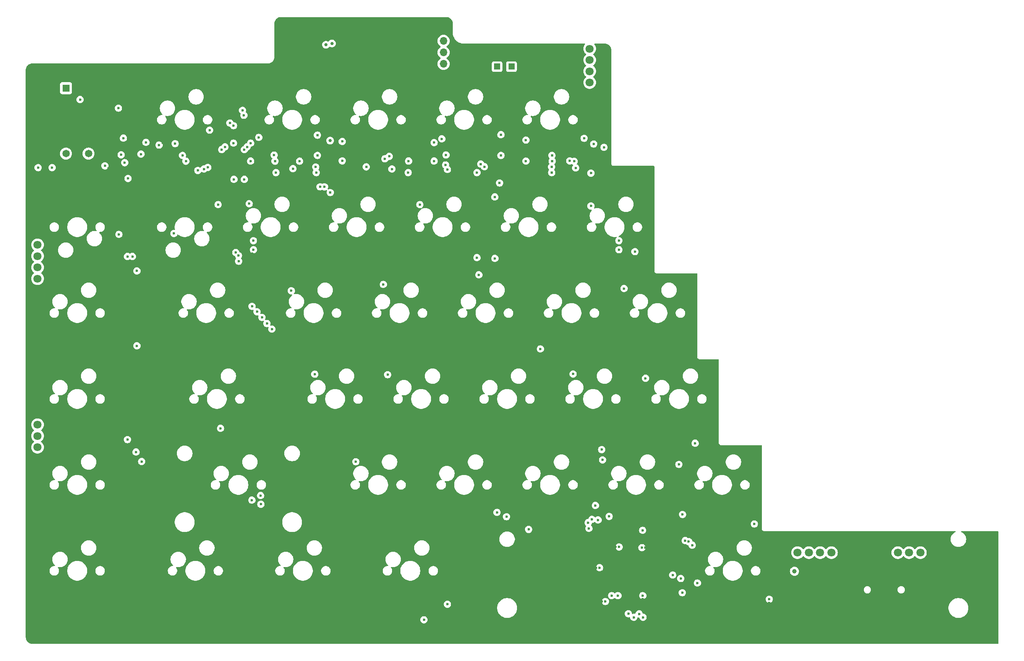
<source format=gbr>
%TF.GenerationSoftware,KiCad,Pcbnew,8.0.4*%
%TF.CreationDate,2025-06-27T14:04:57-05:00*%
%TF.ProjectId,numlocked_shift,6e756d6c-6f63-46b6-9564-5f7368696674,rev?*%
%TF.SameCoordinates,Original*%
%TF.FileFunction,Copper,L3,Inr*%
%TF.FilePolarity,Positive*%
%FSLAX46Y46*%
G04 Gerber Fmt 4.6, Leading zero omitted, Abs format (unit mm)*
G04 Created by KiCad (PCBNEW 8.0.4) date 2025-06-27 14:04:57*
%MOMM*%
%LPD*%
G01*
G04 APERTURE LIST*
%TA.AperFunction,ComponentPad*%
%ADD10R,1.350000X1.350000*%
%TD*%
%TA.AperFunction,ComponentPad*%
%ADD11O,1.350000X1.350000*%
%TD*%
%TA.AperFunction,ComponentPad*%
%ADD12C,4.400000*%
%TD*%
%TA.AperFunction,ComponentPad*%
%ADD13C,1.800000*%
%TD*%
%TA.AperFunction,ComponentPad*%
%ADD14R,1.700000X1.700000*%
%TD*%
%TA.AperFunction,ComponentPad*%
%ADD15O,1.700000X1.700000*%
%TD*%
%TA.AperFunction,ComponentPad*%
%ADD16R,1.650000X1.650000*%
%TD*%
%TA.AperFunction,ComponentPad*%
%ADD17C,1.650000*%
%TD*%
%TA.AperFunction,ComponentPad*%
%ADD18O,3.000000X6.000000*%
%TD*%
%TA.AperFunction,ViaPad*%
%ADD19C,0.609600*%
%TD*%
%TA.AperFunction,ViaPad*%
%ADD20C,0.600000*%
%TD*%
%TA.AperFunction,ViaPad*%
%ADD21C,0.700000*%
%TD*%
%TA.AperFunction,ViaPad*%
%ADD22C,1.000000*%
%TD*%
%TA.AperFunction,ViaPad*%
%ADD23C,0.762000*%
%TD*%
G04 APERTURE END LIST*
D10*
%TO.N,/~{USB BOOT}*%
%TO.C,J2*%
X131400000Y-36900000D03*
D11*
%TO.N,GND*%
X131400000Y-34900000D03*
%TD*%
D12*
%TO.N,GND*%
%TO.C,H1*%
X30460450Y-39710000D03*
%TD*%
%TO.N,GND*%
%TO.C,H4*%
X239154200Y-161400000D03*
%TD*%
%TO.N,GND*%
%TO.C,H5*%
X52654200Y-139166600D03*
%TD*%
D10*
%TO.N,/~{reset}*%
%TO.C,J1*%
X134600000Y-36900000D03*
D11*
%TO.N,GND*%
X134600000Y-34900000D03*
%TD*%
D13*
%TO.N,/Encoder B*%
%TO.C,J7*%
X220208600Y-144666600D03*
%TO.N,/numpadCheckWire*%
X222708600Y-144666600D03*
%TO.N,/rightCheckWire*%
X225208600Y-144666600D03*
%TO.N,GND*%
X227708600Y-144666600D03*
%TD*%
%TO.N,/CLK*%
%TO.C,J6*%
X197992800Y-144666600D03*
%TO.N,/capsLED*%
X200492800Y-144666600D03*
%TO.N,/numlockLED{slash}scrlockLED*%
X202992800Y-144666600D03*
%TO.N,/Encoder A*%
X205492800Y-144666600D03*
%TD*%
D12*
%TO.N,GND*%
%TO.C,H3*%
X30460450Y-161400000D03*
%TD*%
%TO.N,GND*%
%TO.C,H7*%
X133616700Y-120116600D03*
%TD*%
D14*
%TO.N,GND*%
%TO.C,Brd1*%
X119545200Y-28664600D03*
D15*
%TO.N,+3V3*%
X119545200Y-31204600D03*
%TO.N,/SSD1306 SCL*%
X119545200Y-33744600D03*
%TO.N,/SSD1306 SDA*%
X119545200Y-36284600D03*
%TD*%
D16*
%TO.N,/ENC_MAIN_SW*%
%TO.C,MT1*%
X35866700Y-41679100D03*
D17*
%TO.N,GND*%
X40866700Y-41679100D03*
%TO.N,Net-(MT1-PadA)*%
X35866700Y-56179100D03*
%TO.N,Net-(MT1-PadB)*%
X40866700Y-56179100D03*
%TO.N,GND*%
X38366700Y-56179100D03*
D18*
X32666700Y-48679100D03*
X44066700Y-48679100D03*
%TD*%
D12*
%TO.N,GND*%
%TO.C,H6*%
X147904200Y-82016600D03*
%TD*%
%TO.N,GND*%
%TO.C,H2*%
X142500000Y-36600000D03*
%TD*%
D13*
%TO.N,VBUS*%
%TO.C,J5*%
X151929200Y-32927600D03*
%TO.N,/SH*%
X151929200Y-35427600D03*
%TO.N,/Serialout-Numpad*%
X151929200Y-37927600D03*
%TO.N,/Serialout-Right*%
X151929200Y-40427600D03*
%TD*%
%TO.N,VBUS*%
%TO.C,J3*%
X29579200Y-76409100D03*
%TO.N,/SH*%
X29579200Y-78909100D03*
%TO.N,/CLK*%
X29579200Y-81409100D03*
%TO.N,/Serialout-Numpad*%
X29579200Y-83909100D03*
%TD*%
%TO.N,/Encoder A*%
%TO.C,J4*%
X29579200Y-116289100D03*
%TO.N,/Encoder B*%
X29579200Y-118789100D03*
%TO.N,/numpadCheckWire*%
X29579200Y-121289100D03*
%TO.N,GND*%
X29579200Y-123789100D03*
%TD*%
D19*
%TO.N,Net-(RN6-R4.1)*%
X132257800Y-52000000D03*
X132257800Y-56591200D03*
D20*
%TO.N,+3V3*%
X172100000Y-150400000D03*
X48900000Y-58200000D03*
X158442784Y-143402887D03*
D21*
X94810000Y-31770000D03*
D20*
X49625000Y-61700000D03*
X175800000Y-151400000D03*
X60050600Y-53975000D03*
X137800000Y-57850000D03*
X76800000Y-53875000D03*
D21*
X93500000Y-32060000D03*
D22*
X197300000Y-148800000D03*
D20*
X138400000Y-139500000D03*
X76796222Y-57836200D03*
X137800000Y-53200000D03*
X117450000Y-57836200D03*
X191700000Y-154999997D03*
X158200000Y-154200000D03*
X44500000Y-58900000D03*
X97100000Y-57800000D03*
X170319547Y-149631034D03*
X163695255Y-154193784D03*
X39000000Y-44200000D03*
D21*
X94390000Y-53301200D03*
D20*
X48601479Y-52750000D03*
X73000000Y-53875000D03*
X117450000Y-53750000D03*
X155100000Y-54800000D03*
X163495200Y-143550000D03*
X47500000Y-46100000D03*
X154107950Y-147999430D03*
X150700000Y-52800000D03*
X48100829Y-56449374D03*
X155396067Y-155495751D03*
X156800000Y-154200000D03*
X97100000Y-53500000D03*
%TO.N,/SSD1306 SCL*%
X152423200Y-137276800D03*
%TO.N,/SSD1306 SDA*%
X151587500Y-138012500D03*
%TO.N,/~{reset}*%
X173100000Y-142000000D03*
X153200000Y-134200000D03*
X172500000Y-136200000D03*
%TO.N,/~{USB BOOT}*%
X153789400Y-137410600D03*
X151749973Y-139300000D03*
%TO.N,/SH*%
X71100000Y-54700000D03*
X158400000Y-75500000D03*
X73500000Y-78100000D03*
X173869222Y-142219778D03*
X152813319Y-54057455D03*
X77400000Y-75500000D03*
X76000000Y-54695200D03*
%TO.N,/Serialout-Numpad*%
X52500000Y-56300000D03*
X75000000Y-46600000D03*
X72200000Y-49400000D03*
%TO.N,/CLK*%
X75400000Y-55300000D03*
X158400000Y-77500000D03*
X161950000Y-77925000D03*
X70400000Y-55300000D03*
X188400000Y-138300000D03*
X74100000Y-78800000D03*
X172450000Y-153550000D03*
X77400000Y-77500000D03*
%TO.N,/numpadCheckWire*%
X50600000Y-79000000D03*
%TO.N,/Encoder B*%
X79075000Y-133925000D03*
%TO.N,/Encoder A*%
X77075000Y-133025000D03*
%TO.N,/Serialout-Right*%
X73000000Y-50000000D03*
X75300000Y-47700000D03*
%TO.N,/capsLED*%
X156226800Y-136626800D03*
X79000000Y-132000000D03*
X163650000Y-139725000D03*
X133500000Y-136700000D03*
%TO.N,/rightCheckWire*%
X131375000Y-135737600D03*
X59800000Y-73900000D03*
D19*
%TO.N,Net-(RN1-R2.1)*%
X82200000Y-57861200D03*
D20*
X67700000Y-51000000D03*
%TO.N,Net-(RN1-R3.1)*%
X86169200Y-59530800D03*
X76470800Y-67300000D03*
%TO.N,Net-(RN1-R1.1)*%
X82000000Y-56512800D03*
X78600000Y-52600000D03*
%TO.N,Net-(RN1-R4.1)*%
X69589200Y-67500000D03*
X82400000Y-60401200D03*
%TO.N,Net-(RN2-R3.1)*%
X74150000Y-80050000D03*
X87638800Y-57861200D03*
%TO.N,Net-(RN2-R2.1)*%
X77100000Y-90050000D03*
X91200000Y-59156200D03*
D19*
%TO.N,Net-(RN2-R4.1)*%
X91592400Y-52100000D03*
X91592400Y-56591200D03*
D20*
%TO.N,Net-(RN2-R1.1)*%
X78200000Y-91250000D03*
X91338400Y-60401200D03*
D19*
%TO.N,Net-(RN3-R3.1)*%
X94437200Y-64817600D03*
X102412800Y-59131200D03*
D20*
%TO.N,Net-(RN3-R4.1)*%
X93167200Y-63558800D03*
X80400000Y-93850000D03*
%TO.N,Net-(RN3-R1.1)*%
X81500000Y-95100000D03*
X106553000Y-57344801D03*
%TO.N,Net-(RN3-R2.1)*%
X79300000Y-92500000D03*
X92176600Y-63550800D03*
%TO.N,Net-(RN4-R4.1)*%
X85800000Y-86600000D03*
X107500000Y-56800000D03*
%TO.N,Net-(RN4-R1.1)*%
X111700000Y-60401200D03*
X107156700Y-105200000D03*
%TO.N,Net-(RN4-R3.1)*%
X111800000Y-57836200D03*
X100100000Y-124500000D03*
%TO.N,Net-(RN4-R2.1)*%
X91000000Y-105100000D03*
X108100000Y-59600000D03*
%TO.N,Net-(RN5-R4.1)*%
X126951200Y-60401200D03*
X126949200Y-79250800D03*
%TO.N,Net-(RN5-R1.1)*%
X120100000Y-56500000D03*
X119160000Y-52910000D03*
%TO.N,Net-(RN5-R3.1)*%
X114300000Y-67500000D03*
X120400000Y-59700000D03*
%TO.N,Net-(RN5-R2.1)*%
X119987800Y-58687800D03*
X106200000Y-85200000D03*
%TO.N,Net-(RN6-R3.1)*%
X127376200Y-83069600D03*
D19*
X127800000Y-58500000D03*
%TO.N,Net-(RN6-R1.1)*%
X130900000Y-65800000D03*
X131953000Y-62700000D03*
D20*
%TO.N,Net-(RN6-R2.1)*%
X130921300Y-79428700D03*
X128600000Y-59100000D03*
%TO.N,Net-(RN7-R2.1)*%
X154600000Y-121818400D03*
D19*
X143611600Y-57861200D03*
D20*
%TO.N,Net-(RN7-R3.1)*%
X148254150Y-105054150D03*
D19*
X143484600Y-59131200D03*
%TO.N,Net-(RN7-R1.1)*%
X143560800Y-56591200D03*
D20*
X154781700Y-124100000D03*
D19*
%TO.N,Net-(RN7-R4.1)*%
X143510000Y-60401200D03*
D20*
X141000000Y-99500000D03*
%TO.N,Net-(RN8-R4.1)*%
X147500000Y-57800000D03*
X171700000Y-125100000D03*
%TO.N,Net-(RN8-R1.1)*%
X152200000Y-67800000D03*
X152200000Y-60521600D03*
%TO.N,Net-(RN8-R3.1)*%
X148500000Y-57900000D03*
X164300000Y-106000000D03*
%TO.N,Net-(RN8-R2.1)*%
X148825000Y-59375000D03*
X159544200Y-86100000D03*
%TO.N,/SerialOut*%
X174637950Y-143012050D03*
X175300000Y-120400000D03*
%TO.N,/RTC_SCL*%
X161700000Y-159000000D03*
X163750000Y-159000000D03*
%TO.N,/RTC_32KHZ*%
X162875026Y-158251203D03*
X160500000Y-158200000D03*
D21*
%TO.N,GND*%
X116200000Y-114800000D03*
D20*
X153400000Y-88700000D03*
D21*
X77100000Y-78400000D03*
X193600000Y-142500000D03*
X214350000Y-142550000D03*
D20*
X88800000Y-35500000D03*
D21*
X87600000Y-126000000D03*
D20*
X157642799Y-143397671D03*
D21*
X220204600Y-158200000D03*
X195100000Y-142500000D03*
X127830000Y-50990000D03*
D20*
X51400000Y-49200000D03*
D21*
X141800000Y-52260200D03*
X144700000Y-134500000D03*
X211350000Y-142550000D03*
X167700000Y-142600000D03*
X149400000Y-138300000D03*
X230500000Y-146100000D03*
D20*
X160804200Y-147032100D03*
X46500000Y-143600000D03*
X43500000Y-65100000D03*
D19*
X133604000Y-115087400D03*
D21*
X147800000Y-103100000D03*
D19*
X127450000Y-56550000D03*
D21*
X105100000Y-134600000D03*
D19*
X112600000Y-62900000D03*
D21*
X139000000Y-43300000D03*
X145800000Y-50900000D03*
D19*
X114274600Y-65252600D03*
D21*
X52100000Y-110000000D03*
D20*
X115800000Y-88500000D03*
D21*
X159000000Y-78700000D03*
D19*
X45262500Y-59500000D03*
D21*
X56600000Y-133200000D03*
X154000000Y-115600000D03*
D19*
X126600000Y-55318000D03*
D21*
X128000000Y-157000000D03*
X180150003Y-144000000D03*
X227700000Y-141800000D03*
X169300000Y-136200000D03*
X84600000Y-126000000D03*
D20*
X92000000Y-45500000D03*
D21*
X147600000Y-46500000D03*
D19*
X113870000Y-62900000D03*
D20*
X225350000Y-155050000D03*
X154596346Y-155495751D03*
D21*
X155600000Y-37600000D03*
D23*
X151900000Y-146964400D03*
D20*
X75700000Y-39680760D03*
D21*
X92300000Y-33600000D03*
D19*
X51400000Y-54600000D03*
X87000000Y-56700000D03*
D21*
X68400000Y-95600000D03*
X67608800Y-62891200D03*
X75100000Y-155400000D03*
D20*
X161820200Y-147032100D03*
D21*
X76600000Y-155400000D03*
X118100000Y-43600000D03*
X130700000Y-141100000D03*
D19*
X134874000Y-115087400D03*
D21*
X111900000Y-139200000D03*
X113800000Y-34000000D03*
X144800000Y-103100000D03*
D20*
X68200000Y-41700000D03*
X115300000Y-28700000D03*
X161820200Y-149064100D03*
D21*
X229200000Y-147300000D03*
X90800000Y-95900000D03*
X151000000Y-115600000D03*
D20*
X142700000Y-65700000D03*
D21*
X132045200Y-83413600D03*
X116600000Y-43600000D03*
X129330000Y-50990000D03*
D19*
X92430600Y-61950600D03*
D21*
X157300000Y-108300000D03*
X163700000Y-134200000D03*
X69200000Y-119300000D03*
D20*
X44381700Y-107418300D03*
D21*
X58400000Y-40000000D03*
X89300000Y-95900000D03*
D20*
X168641405Y-146903512D03*
D21*
X207900000Y-149500000D03*
D19*
X116814600Y-65252600D03*
D21*
X229200000Y-141800000D03*
X203682600Y-150400000D03*
X76500000Y-143600000D03*
D19*
X105333800Y-64973200D03*
D21*
X189700000Y-145400000D03*
X78000000Y-143600000D03*
D20*
X70600000Y-145600000D03*
D21*
X82500000Y-52325000D03*
D19*
X139369800Y-62153800D03*
D20*
X96800000Y-88500000D03*
D21*
X172950000Y-89000000D03*
X226200000Y-141800000D03*
X94400000Y-146500000D03*
X95900000Y-146500000D03*
D20*
X140900000Y-138500000D03*
X202000000Y-152100000D03*
X83900000Y-35100000D03*
D21*
X230500000Y-143100000D03*
D20*
X168406600Y-151300000D03*
D21*
X148200000Y-154400000D03*
X115000000Y-155900000D03*
X168400000Y-96600000D03*
X56900000Y-40000000D03*
D19*
X62805331Y-55205331D03*
X162175000Y-70000000D03*
X47400000Y-52700000D03*
D21*
X77100000Y-121100000D03*
X160700000Y-134200000D03*
D20*
X75300000Y-107500000D03*
D21*
X149100000Y-46500000D03*
X212850000Y-142550000D03*
X230500000Y-144600000D03*
X67700000Y-119300000D03*
X146400000Y-96200000D03*
X150600000Y-46500000D03*
X78100000Y-155400000D03*
X149400000Y-96200000D03*
X147900000Y-138300000D03*
X142000000Y-43300000D03*
D20*
X111056700Y-126456700D03*
D19*
X106300000Y-55318000D03*
D21*
X156500000Y-141050000D03*
X109700000Y-95900000D03*
D20*
X80100000Y-126400000D03*
D19*
X57300000Y-53800000D03*
D21*
X155600000Y-34600000D03*
X210900000Y-156100000D03*
X95000000Y-82500000D03*
X147500000Y-37700000D03*
D20*
X87200000Y-69400000D03*
D21*
X97500000Y-82500000D03*
X59150000Y-117050000D03*
X114700000Y-114800000D03*
D20*
X44381700Y-126618300D03*
X168200000Y-126600000D03*
X130100000Y-45500000D03*
D19*
X163445000Y-70000000D03*
D21*
X130038600Y-83413600D03*
X170800000Y-142700000D03*
D20*
X28800000Y-73000000D03*
D21*
X187675000Y-156200000D03*
D19*
X47100000Y-56500000D03*
D21*
X171700000Y-115300000D03*
X157500000Y-78700000D03*
D20*
X87650000Y-62941200D03*
D19*
X102793800Y-64973200D03*
D21*
X88200000Y-52000000D03*
X149000000Y-37700000D03*
X155000000Y-141050000D03*
X126330000Y-50990000D03*
X117900000Y-78500000D03*
D20*
X52200000Y-48500000D03*
D19*
X132334000Y-115087400D03*
D21*
X152500000Y-115600000D03*
X147500000Y-35600000D03*
X165400000Y-96600000D03*
D20*
X134800000Y-88500000D03*
D21*
X80100000Y-78400000D03*
X217804600Y-158200000D03*
X162200000Y-134200000D03*
X113400000Y-139200000D03*
X86100000Y-126000000D03*
X92500000Y-82500000D03*
D20*
X28800000Y-74500000D03*
X151700000Y-153200000D03*
D21*
X142500000Y-70000000D03*
X128800000Y-95900000D03*
X155800000Y-108300000D03*
X130300000Y-95900000D03*
X109700000Y-46230000D03*
D19*
X119900000Y-57700000D03*
X86000000Y-55300000D03*
D21*
X115300000Y-34000000D03*
X113200000Y-114800000D03*
X78600000Y-78400000D03*
D20*
X120600000Y-107700000D03*
D21*
X127300000Y-95900000D03*
X79600000Y-66200000D03*
X56600000Y-134700000D03*
X174700000Y-152500000D03*
D20*
X168400000Y-146300000D03*
D21*
X187250000Y-126900000D03*
X102700000Y-52225000D03*
X207900000Y-156100000D03*
X140500000Y-43300000D03*
X151200000Y-154400000D03*
X66900000Y-95600000D03*
X111200000Y-46230000D03*
D19*
X82296000Y-43281600D03*
X164300003Y-143550000D03*
D21*
X185400000Y-138100000D03*
D20*
X117437700Y-28539373D03*
D21*
X99200000Y-43600000D03*
X117000000Y-76500000D03*
X78100000Y-66200000D03*
X110400000Y-139200000D03*
D20*
X191700000Y-155800000D03*
D21*
X209400000Y-156100000D03*
X76500000Y-49000000D03*
X44400000Y-88500000D03*
D19*
X138099800Y-62153800D03*
X51500000Y-58206000D03*
D21*
X57650000Y-117050000D03*
X129200000Y-141100000D03*
X123900000Y-84500000D03*
X80100000Y-121100000D03*
D19*
X162836200Y-147032100D03*
X221361000Y-141986000D03*
D21*
X226200000Y-147300000D03*
X141700000Y-134500000D03*
X227700000Y-147300000D03*
X108200000Y-95900000D03*
D19*
X122284025Y-62002586D03*
X55500000Y-58000000D03*
D21*
X146300000Y-103100000D03*
D20*
X163702091Y-154993757D03*
D21*
X143200000Y-134500000D03*
D20*
X138900000Y-107800000D03*
D21*
X153500000Y-141050000D03*
D19*
X197993000Y-156032200D03*
D21*
X127700000Y-141100000D03*
X149250000Y-35600000D03*
X173200000Y-115300000D03*
X97700000Y-43600000D03*
X180025000Y-152500000D03*
D20*
X76700000Y-38600000D03*
D21*
X147300000Y-50900000D03*
X96200000Y-43600000D03*
X100500000Y-37000000D03*
X122200000Y-35100000D03*
D19*
X163150200Y-60083800D03*
D20*
X125344200Y-69800000D03*
X158700000Y-103500000D03*
D21*
X59900000Y-40000000D03*
X65400000Y-95600000D03*
X156000000Y-78700000D03*
X122700000Y-134500000D03*
X120900000Y-78500000D03*
D20*
X160804200Y-148048100D03*
D21*
X112700000Y-46230000D03*
D19*
X160905000Y-70000000D03*
D21*
X140000000Y-157000000D03*
X219100000Y-158200000D03*
X210900000Y-149500000D03*
D20*
X225359166Y-150880555D03*
D21*
X59000000Y-58500000D03*
X119400000Y-78500000D03*
D20*
X33905000Y-76029374D03*
D21*
X92300000Y-95900000D03*
D20*
X101500000Y-107500000D03*
X104500000Y-69200000D03*
D19*
X164420200Y-60083800D03*
D21*
X70700000Y-119300000D03*
D20*
X149100000Y-126500000D03*
X153307959Y-148003657D03*
X88800000Y-32200000D03*
D19*
X52200000Y-60750000D03*
D21*
X131038600Y-83413600D03*
D20*
X118200000Y-145600000D03*
D21*
X172200000Y-149200000D03*
D19*
X146900000Y-55321200D03*
D21*
X106600000Y-134600000D03*
D19*
X111388800Y-62941200D03*
X94615000Y-60858400D03*
D21*
X56600000Y-136200000D03*
D19*
X115544600Y-65252600D03*
D21*
X170200000Y-115300000D03*
D20*
X162836200Y-148048100D03*
D21*
X124200000Y-134500000D03*
D19*
X104063800Y-64973200D03*
D21*
X148800000Y-50900000D03*
X89700000Y-52000000D03*
X56150000Y-75500000D03*
D20*
X154542348Y-153581666D03*
D21*
X183700000Y-142800000D03*
D19*
X84836000Y-43281600D03*
D21*
X189200000Y-154600000D03*
X116800000Y-34000000D03*
X147200000Y-144297400D03*
X86700000Y-52000000D03*
X155600000Y-36100000D03*
D20*
X191400000Y-143600000D03*
D21*
X103600000Y-134600000D03*
D19*
X166446200Y-145516600D03*
D21*
X115100000Y-43600000D03*
D20*
X156700000Y-155400000D03*
X153300000Y-150723100D03*
D21*
X149700000Y-154400000D03*
X102000000Y-37000000D03*
X209400000Y-149500000D03*
D20*
X160832800Y-149064100D03*
D21*
X60650000Y-117050000D03*
X99000000Y-37000000D03*
X51800000Y-90500000D03*
X158800000Y-108300000D03*
X146400000Y-138300000D03*
X78600000Y-121100000D03*
X75000000Y-143600000D03*
D20*
X150400000Y-63800000D03*
D21*
X125700000Y-134500000D03*
D20*
X151100000Y-43600000D03*
D19*
X161880200Y-60083800D03*
D20*
X162836200Y-149064100D03*
D21*
X76600000Y-66200000D03*
X116500000Y-155900000D03*
D19*
X52200000Y-62600000D03*
D21*
X111200000Y-95900000D03*
X146000000Y-37700000D03*
D20*
X158200000Y-155300000D03*
D19*
X83566000Y-43281600D03*
D21*
X92900000Y-146500000D03*
X166900000Y-96600000D03*
D19*
X130100000Y-63655600D03*
D21*
X118000000Y-155900000D03*
D20*
X177700000Y-107600000D03*
D21*
X123900000Y-52225000D03*
X147900000Y-96200000D03*
D20*
%TO.N,Net-(RN10-R3.1)*%
X66450000Y-59600000D03*
X51400000Y-122350000D03*
%TO.N,Net-(RN10-R2.1)*%
X51600000Y-82200000D03*
X62450000Y-57861200D03*
%TO.N,Net-(RN10-R4.1)*%
X65102314Y-59923370D03*
X51600000Y-98800000D03*
%TO.N,Net-(RN10-R1.1)*%
X47600000Y-74100000D03*
X61700000Y-56591200D03*
%TO.N,Net-(RN11-R4.1)*%
X52654150Y-124454150D03*
X67300000Y-59250000D03*
%TO.N,Net-(U13-QH)*%
X73100000Y-61900000D03*
X75400000Y-61900000D03*
%TO.N,Net-(D2-A)*%
X70125000Y-117100000D03*
%TO.N,Net-(U9-I1)*%
X56500000Y-54300000D03*
X53600000Y-53700000D03*
%TO.N,/ENC_MAIN_A*%
X29700000Y-59300000D03*
X32800000Y-59300000D03*
%TO.N,/ENC_MAIN_B*%
X49500000Y-119600000D03*
X49500000Y-79000000D03*
%TO.N,/ENC_MAIN_SW*%
X115200000Y-159550000D03*
X120400000Y-156100000D03*
%TD*%
%TA.AperFunction,Conductor*%
%TO.N,GND*%
G36*
X83545225Y-25900536D02*
G01*
X83603474Y-25901958D01*
X83603479Y-25901956D01*
X83610538Y-25901203D01*
X83623719Y-25900500D01*
X120026081Y-25900500D01*
X120039262Y-25901203D01*
X120046320Y-25901956D01*
X120046326Y-25901958D01*
X120104574Y-25900536D01*
X120107598Y-25900500D01*
X120112162Y-25900500D01*
X120118265Y-25900649D01*
X120316470Y-25910418D01*
X120334558Y-25912651D01*
X120526190Y-25950793D01*
X120543750Y-25955656D01*
X120727696Y-26021493D01*
X120744370Y-26028885D01*
X120916668Y-26120993D01*
X120932078Y-26130753D01*
X121088992Y-26247136D01*
X121102803Y-26259050D01*
X121240949Y-26397196D01*
X121252863Y-26411007D01*
X121369246Y-26567921D01*
X121379006Y-26583331D01*
X121471114Y-26755629D01*
X121478506Y-26772303D01*
X121544343Y-26956249D01*
X121549208Y-26973818D01*
X121587346Y-27165428D01*
X121589581Y-27183530D01*
X121599350Y-27381733D01*
X121599500Y-27387837D01*
X121599500Y-27392400D01*
X121599463Y-27395424D01*
X121598042Y-27453672D01*
X121598798Y-27460743D01*
X121599500Y-27473923D01*
X121599500Y-29292301D01*
X121599462Y-29295365D01*
X121596138Y-29429825D01*
X121596138Y-29429849D01*
X121622044Y-29712780D01*
X121622047Y-29712801D01*
X121680440Y-29990869D01*
X121770547Y-30260362D01*
X121891150Y-30517638D01*
X122040642Y-30759270D01*
X122040647Y-30759278D01*
X122217037Y-30982051D01*
X122417948Y-31182962D01*
X122417952Y-31182965D01*
X122417954Y-31182967D01*
X122445276Y-31204600D01*
X122640721Y-31359352D01*
X122640729Y-31359357D01*
X122882361Y-31508849D01*
X123139637Y-31629452D01*
X123139642Y-31629453D01*
X123139645Y-31629455D01*
X123409126Y-31719558D01*
X123409128Y-31719558D01*
X123409130Y-31719559D01*
X123573897Y-31754159D01*
X123687207Y-31777954D01*
X123720535Y-31781005D01*
X123970150Y-31803861D01*
X123970158Y-31803861D01*
X123970169Y-31803862D01*
X124104635Y-31800538D01*
X124107699Y-31800500D01*
X150780510Y-31800500D01*
X150847549Y-31820185D01*
X150893304Y-31872989D01*
X150903248Y-31942147D01*
X150874223Y-32005703D01*
X150871740Y-32008482D01*
X150820219Y-32064449D01*
X150693275Y-32258751D01*
X150600042Y-32471299D01*
X150543066Y-32696291D01*
X150543064Y-32696302D01*
X150523900Y-32927593D01*
X150523900Y-32927606D01*
X150543064Y-33158897D01*
X150543066Y-33158908D01*
X150600042Y-33383900D01*
X150693275Y-33596448D01*
X150820216Y-33790747D01*
X150820219Y-33790751D01*
X150820221Y-33790753D01*
X150977416Y-33961513D01*
X150977419Y-33961515D01*
X150977422Y-33961518D01*
X151129322Y-34079747D01*
X151170135Y-34136457D01*
X151173810Y-34206230D01*
X151139178Y-34266913D01*
X151129322Y-34275453D01*
X150977422Y-34393681D01*
X150977419Y-34393684D01*
X150820216Y-34564452D01*
X150693275Y-34758751D01*
X150600042Y-34971299D01*
X150543066Y-35196291D01*
X150543064Y-35196302D01*
X150523900Y-35427593D01*
X150523900Y-35427606D01*
X150543064Y-35658897D01*
X150543066Y-35658908D01*
X150600042Y-35883900D01*
X150693275Y-36096448D01*
X150820216Y-36290747D01*
X150820219Y-36290751D01*
X150820221Y-36290753D01*
X150977416Y-36461513D01*
X150977419Y-36461515D01*
X150977422Y-36461518D01*
X151129322Y-36579747D01*
X151170135Y-36636457D01*
X151173810Y-36706230D01*
X151139178Y-36766913D01*
X151129322Y-36775453D01*
X150977422Y-36893681D01*
X150977419Y-36893684D01*
X150820216Y-37064452D01*
X150693275Y-37258751D01*
X150600042Y-37471299D01*
X150543066Y-37696291D01*
X150543064Y-37696302D01*
X150523900Y-37927593D01*
X150523900Y-37927606D01*
X150543064Y-38158897D01*
X150543066Y-38158908D01*
X150600042Y-38383900D01*
X150693275Y-38596448D01*
X150820216Y-38790747D01*
X150820219Y-38790751D01*
X150820221Y-38790753D01*
X150977416Y-38961513D01*
X150977419Y-38961515D01*
X150977422Y-38961518D01*
X151129322Y-39079747D01*
X151170135Y-39136457D01*
X151173810Y-39206230D01*
X151139178Y-39266913D01*
X151129322Y-39275453D01*
X150977422Y-39393681D01*
X150977419Y-39393684D01*
X150820216Y-39564452D01*
X150693275Y-39758751D01*
X150600042Y-39971299D01*
X150543066Y-40196291D01*
X150543064Y-40196302D01*
X150523900Y-40427593D01*
X150523900Y-40427606D01*
X150543064Y-40658897D01*
X150543066Y-40658908D01*
X150600042Y-40883900D01*
X150693275Y-41096448D01*
X150820216Y-41290747D01*
X150820219Y-41290751D01*
X150820221Y-41290753D01*
X150977416Y-41461513D01*
X150977419Y-41461515D01*
X150977422Y-41461518D01*
X151160565Y-41604064D01*
X151160571Y-41604068D01*
X151160574Y-41604070D01*
X151364697Y-41714536D01*
X151478687Y-41753668D01*
X151584215Y-41789897D01*
X151584217Y-41789897D01*
X151584219Y-41789898D01*
X151813151Y-41828100D01*
X151813152Y-41828100D01*
X152045248Y-41828100D01*
X152045249Y-41828100D01*
X152274181Y-41789898D01*
X152493703Y-41714536D01*
X152697826Y-41604070D01*
X152880984Y-41461513D01*
X153038179Y-41290753D01*
X153165124Y-41096449D01*
X153258357Y-40883900D01*
X153315334Y-40658905D01*
X153319240Y-40611764D01*
X153334500Y-40427606D01*
X153334500Y-40427593D01*
X153315335Y-40196302D01*
X153315333Y-40196291D01*
X153258357Y-39971299D01*
X153165124Y-39758751D01*
X153038183Y-39564452D01*
X153038180Y-39564449D01*
X153038179Y-39564447D01*
X152880984Y-39393687D01*
X152729076Y-39275452D01*
X152688264Y-39218743D01*
X152684589Y-39148970D01*
X152719220Y-39088287D01*
X152729076Y-39079747D01*
X152880984Y-38961513D01*
X153038179Y-38790753D01*
X153165124Y-38596449D01*
X153258357Y-38383900D01*
X153315334Y-38158905D01*
X153322245Y-38075499D01*
X153334500Y-37927606D01*
X153334500Y-37927593D01*
X153315335Y-37696302D01*
X153315333Y-37696291D01*
X153258357Y-37471299D01*
X153165124Y-37258751D01*
X153038183Y-37064452D01*
X153038180Y-37064449D01*
X153038179Y-37064447D01*
X152880984Y-36893687D01*
X152729076Y-36775452D01*
X152688264Y-36718743D01*
X152684589Y-36648970D01*
X152719220Y-36588287D01*
X152729076Y-36579747D01*
X152880984Y-36461513D01*
X153038179Y-36290753D01*
X153165124Y-36096449D01*
X153258357Y-35883900D01*
X153315334Y-35658905D01*
X153319654Y-35606769D01*
X153334500Y-35427606D01*
X153334500Y-35427593D01*
X153315335Y-35196302D01*
X153315333Y-35196291D01*
X153258357Y-34971299D01*
X153165124Y-34758751D01*
X153038183Y-34564452D01*
X153038180Y-34564449D01*
X153038179Y-34564447D01*
X152880984Y-34393687D01*
X152729076Y-34275452D01*
X152688264Y-34218743D01*
X152684589Y-34148970D01*
X152719220Y-34088287D01*
X152729076Y-34079747D01*
X152880984Y-33961513D01*
X153038179Y-33790753D01*
X153165124Y-33596449D01*
X153258357Y-33383900D01*
X153315334Y-33158905D01*
X153322336Y-33074402D01*
X153334500Y-32927606D01*
X153334500Y-32927593D01*
X153315335Y-32696302D01*
X153315333Y-32696291D01*
X153258357Y-32471299D01*
X153165124Y-32258751D01*
X153073055Y-32117829D01*
X153038179Y-32064447D01*
X152986660Y-32008482D01*
X152955738Y-31945828D01*
X152963599Y-31876402D01*
X153007746Y-31822246D01*
X153074164Y-31800556D01*
X153077890Y-31800500D01*
X155155281Y-31800500D01*
X155168462Y-31801203D01*
X155175520Y-31801956D01*
X155175526Y-31801958D01*
X155233774Y-31800536D01*
X155236798Y-31800500D01*
X155241362Y-31800500D01*
X155247465Y-31800649D01*
X155445670Y-31810418D01*
X155463758Y-31812651D01*
X155655390Y-31850793D01*
X155672950Y-31855656D01*
X155856896Y-31921493D01*
X155873570Y-31928885D01*
X156045868Y-32020993D01*
X156061277Y-32030752D01*
X156178678Y-32117829D01*
X156218192Y-32147136D01*
X156232003Y-32159050D01*
X156370149Y-32297196D01*
X156382063Y-32311007D01*
X156498446Y-32467921D01*
X156508206Y-32483331D01*
X156600314Y-32655629D01*
X156607706Y-32672303D01*
X156673543Y-32856249D01*
X156678408Y-32873818D01*
X156716546Y-33065428D01*
X156718781Y-33083530D01*
X156728550Y-33281733D01*
X156728700Y-33287837D01*
X156728700Y-33292400D01*
X156728663Y-33295424D01*
X156727242Y-33353672D01*
X156727998Y-33360743D01*
X156728700Y-33373923D01*
X156728700Y-58469992D01*
X156740661Y-58514630D01*
X156762808Y-58597287D01*
X156779343Y-58625926D01*
X156828700Y-58711414D01*
X156921886Y-58804600D01*
X157020721Y-58861663D01*
X157030050Y-58867049D01*
X157036014Y-58870492D01*
X157163308Y-58904600D01*
X157295092Y-58904600D01*
X166129700Y-58904600D01*
X166196739Y-58924285D01*
X166242494Y-58977089D01*
X166253700Y-59028600D01*
X166253700Y-82282491D01*
X166287808Y-82409787D01*
X166320754Y-82466850D01*
X166353700Y-82523914D01*
X166446886Y-82617100D01*
X166561014Y-82682992D01*
X166688308Y-82717100D01*
X166820092Y-82717100D01*
X175654700Y-82717100D01*
X175721739Y-82736785D01*
X175767494Y-82789589D01*
X175778700Y-82841100D01*
X175778700Y-101332491D01*
X175812808Y-101459787D01*
X175845754Y-101516850D01*
X175878700Y-101573914D01*
X175971886Y-101667100D01*
X176086014Y-101732992D01*
X176213308Y-101767100D01*
X176345092Y-101767100D01*
X180417200Y-101767100D01*
X180484239Y-101786785D01*
X180529994Y-101839589D01*
X180541200Y-101891100D01*
X180541200Y-120382492D01*
X180552844Y-120425947D01*
X180575308Y-120509787D01*
X180608254Y-120566850D01*
X180641200Y-120623914D01*
X180734386Y-120717100D01*
X180848514Y-120782992D01*
X180975808Y-120817100D01*
X181107592Y-120817100D01*
X189942200Y-120817100D01*
X190009239Y-120836785D01*
X190054994Y-120889589D01*
X190066200Y-120941100D01*
X190066200Y-139432491D01*
X190100308Y-139559787D01*
X190133254Y-139616850D01*
X190166200Y-139673914D01*
X190259386Y-139767100D01*
X190373514Y-139832992D01*
X190500808Y-139867100D01*
X232895346Y-139867100D01*
X232962385Y-139886785D01*
X233008140Y-139939589D01*
X233018084Y-140008747D01*
X232989059Y-140072303D01*
X232942798Y-140105661D01*
X232858155Y-140140720D01*
X232858140Y-140140727D01*
X232662257Y-140253820D01*
X232482809Y-140391515D01*
X232482802Y-140391521D01*
X232322871Y-140551452D01*
X232322865Y-140551459D01*
X232185170Y-140730907D01*
X232072077Y-140926790D01*
X232072070Y-140926805D01*
X231985517Y-141135765D01*
X231926973Y-141354252D01*
X231897451Y-141578495D01*
X231897450Y-141578511D01*
X231897450Y-141804688D01*
X231897451Y-141804704D01*
X231923162Y-142000003D01*
X231926974Y-142028951D01*
X231930075Y-142040523D01*
X231985517Y-142247434D01*
X232072070Y-142456394D01*
X232072077Y-142456409D01*
X232185170Y-142652292D01*
X232322865Y-142831740D01*
X232322871Y-142831747D01*
X232482802Y-142991678D01*
X232482809Y-142991684D01*
X232662257Y-143129379D01*
X232858140Y-143242472D01*
X232858155Y-143242479D01*
X232915182Y-143266100D01*
X233067116Y-143329033D01*
X233285599Y-143387576D01*
X233509855Y-143417100D01*
X233509862Y-143417100D01*
X233736038Y-143417100D01*
X233736045Y-143417100D01*
X233960301Y-143387576D01*
X234178784Y-143329033D01*
X234387756Y-143242474D01*
X234583643Y-143129379D01*
X234763092Y-142991683D01*
X234923033Y-142831742D01*
X235060729Y-142652293D01*
X235173824Y-142456406D01*
X235260383Y-142247434D01*
X235318926Y-142028951D01*
X235348450Y-141804695D01*
X235348450Y-141578505D01*
X235318926Y-141354249D01*
X235260383Y-141135766D01*
X235173824Y-140926794D01*
X235060729Y-140730907D01*
X234923033Y-140551458D01*
X234923028Y-140551452D01*
X234763097Y-140391521D01*
X234763090Y-140391515D01*
X234583642Y-140253820D01*
X234387759Y-140140727D01*
X234387744Y-140140720D01*
X234303102Y-140105661D01*
X234248698Y-140061821D01*
X234226633Y-139995527D01*
X234243912Y-139927827D01*
X234295049Y-139880216D01*
X234350554Y-139867100D01*
X242329700Y-139867100D01*
X242396739Y-139886785D01*
X242442494Y-139939589D01*
X242453700Y-139991100D01*
X242453700Y-164775500D01*
X242434015Y-164842539D01*
X242381211Y-164888294D01*
X242329700Y-164899500D01*
X28534982Y-164899500D01*
X28534953Y-164899498D01*
X28526330Y-164899498D01*
X28518681Y-164899498D01*
X28464860Y-164899499D01*
X28456014Y-164899183D01*
X28255890Y-164884874D01*
X28238378Y-164882357D01*
X28046651Y-164840653D01*
X28029674Y-164835668D01*
X27845841Y-164767103D01*
X27829747Y-164759753D01*
X27657541Y-164665722D01*
X27642657Y-164656157D01*
X27485584Y-164538571D01*
X27472221Y-164526991D01*
X27333486Y-164388253D01*
X27321899Y-164374881D01*
X27204321Y-164217808D01*
X27194756Y-164202924D01*
X27100727Y-164030713D01*
X27093378Y-164014618D01*
X27024820Y-163830787D01*
X27019836Y-163813811D01*
X26978135Y-163622080D01*
X26975621Y-163604582D01*
X26961266Y-163403743D01*
X26960950Y-163394898D01*
X26960953Y-163334133D01*
X26960951Y-163334128D01*
X26960952Y-163326558D01*
X26960950Y-163326508D01*
X26960950Y-159549996D01*
X114394435Y-159549996D01*
X114394435Y-159550003D01*
X114414630Y-159729249D01*
X114414631Y-159729254D01*
X114474211Y-159899523D01*
X114570184Y-160052262D01*
X114697738Y-160179816D01*
X114850478Y-160275789D01*
X115020745Y-160335368D01*
X115020750Y-160335369D01*
X115199996Y-160355565D01*
X115200000Y-160355565D01*
X115200004Y-160355565D01*
X115379249Y-160335369D01*
X115379252Y-160335368D01*
X115379255Y-160335368D01*
X115549522Y-160275789D01*
X115702262Y-160179816D01*
X115829816Y-160052262D01*
X115925789Y-159899522D01*
X115985368Y-159729255D01*
X116005565Y-159550000D01*
X116000186Y-159502262D01*
X115985369Y-159370750D01*
X115985368Y-159370745D01*
X115925788Y-159200476D01*
X115850975Y-159081413D01*
X115829816Y-159047738D01*
X115702262Y-158920184D01*
X115685099Y-158909400D01*
X115549523Y-158824211D01*
X115379254Y-158764631D01*
X115379249Y-158764630D01*
X115200004Y-158744435D01*
X115199996Y-158744435D01*
X115020750Y-158764630D01*
X115020745Y-158764631D01*
X114850476Y-158824211D01*
X114697737Y-158920184D01*
X114570184Y-159047737D01*
X114474211Y-159200476D01*
X114414631Y-159370745D01*
X114414630Y-159370750D01*
X114394435Y-159549996D01*
X26960950Y-159549996D01*
X26960950Y-156099996D01*
X119594435Y-156099996D01*
X119594435Y-156100003D01*
X119614630Y-156279249D01*
X119614631Y-156279254D01*
X119674211Y-156449523D01*
X119770184Y-156602262D01*
X119897738Y-156729816D01*
X120050478Y-156825789D01*
X120220745Y-156885368D01*
X120220750Y-156885369D01*
X120399996Y-156905565D01*
X120400000Y-156905565D01*
X120400004Y-156905565D01*
X120579249Y-156885369D01*
X120579252Y-156885368D01*
X120579255Y-156885368D01*
X120749522Y-156825789D01*
X120810653Y-156787378D01*
X131422450Y-156787378D01*
X131422450Y-157075821D01*
X131422451Y-157075838D01*
X131460099Y-157361806D01*
X131460100Y-157361811D01*
X131460101Y-157361817D01*
X131534759Y-157640444D01*
X131534764Y-157640460D01*
X131645141Y-157906936D01*
X131645149Y-157906952D01*
X131789370Y-158156748D01*
X131789381Y-158156764D01*
X131964974Y-158385602D01*
X131964980Y-158385609D01*
X132168940Y-158589569D01*
X132168946Y-158589574D01*
X132397794Y-158765175D01*
X132397801Y-158765179D01*
X132647597Y-158909400D01*
X132647613Y-158909408D01*
X132914089Y-159019785D01*
X132914095Y-159019786D01*
X132914105Y-159019791D01*
X133192733Y-159094449D01*
X133478722Y-159132100D01*
X133478729Y-159132100D01*
X133767171Y-159132100D01*
X133767178Y-159132100D01*
X134053167Y-159094449D01*
X134331795Y-159019791D01*
X134331807Y-159019785D01*
X134331810Y-159019785D01*
X134598286Y-158909408D01*
X134598289Y-158909406D01*
X134598295Y-158909404D01*
X134848106Y-158765175D01*
X135076954Y-158589574D01*
X135280924Y-158385604D01*
X135423346Y-158199996D01*
X159694435Y-158199996D01*
X159694435Y-158200003D01*
X159714630Y-158379249D01*
X159714631Y-158379254D01*
X159774211Y-158549523D01*
X159837646Y-158650478D01*
X159870184Y-158702262D01*
X159997738Y-158829816D01*
X160088080Y-158886582D01*
X160141557Y-158920184D01*
X160150478Y-158925789D01*
X160296808Y-158976992D01*
X160320745Y-158985368D01*
X160320750Y-158985369D01*
X160499996Y-159005565D01*
X160500000Y-159005565D01*
X160500004Y-159005565D01*
X160679249Y-158985369D01*
X160679250Y-158985368D01*
X160679255Y-158985368D01*
X160737921Y-158964839D01*
X160807697Y-158961277D01*
X160868325Y-158996005D01*
X160900553Y-159057998D01*
X160902095Y-159067997D01*
X160914630Y-159179250D01*
X160914631Y-159179254D01*
X160974211Y-159349523D01*
X160987546Y-159370745D01*
X161070184Y-159502262D01*
X161197738Y-159629816D01*
X161350478Y-159725789D01*
X161520745Y-159785368D01*
X161520750Y-159785369D01*
X161699996Y-159805565D01*
X161700000Y-159805565D01*
X161700004Y-159805565D01*
X161879249Y-159785369D01*
X161879252Y-159785368D01*
X161879255Y-159785368D01*
X162049522Y-159725789D01*
X162202262Y-159629816D01*
X162329816Y-159502262D01*
X162425789Y-159349522D01*
X162485368Y-159179255D01*
X162491406Y-159125667D01*
X162518472Y-159061253D01*
X162576066Y-159021697D01*
X162645903Y-159019558D01*
X162655569Y-159022503D01*
X162695771Y-159036571D01*
X162695774Y-159036571D01*
X162695776Y-159036572D01*
X162853539Y-159054347D01*
X162917953Y-159081413D01*
X162957508Y-159139008D01*
X162962876Y-159163679D01*
X162964631Y-159179249D01*
X162964632Y-159179255D01*
X162996538Y-159270437D01*
X163024210Y-159349521D01*
X163037546Y-159370745D01*
X163120184Y-159502262D01*
X163247738Y-159629816D01*
X163400478Y-159725789D01*
X163570745Y-159785368D01*
X163570750Y-159785369D01*
X163749996Y-159805565D01*
X163750000Y-159805565D01*
X163750004Y-159805565D01*
X163929249Y-159785369D01*
X163929252Y-159785368D01*
X163929255Y-159785368D01*
X164099522Y-159725789D01*
X164252262Y-159629816D01*
X164379816Y-159502262D01*
X164475789Y-159349522D01*
X164535368Y-159179255D01*
X164540681Y-159132100D01*
X164555565Y-159000003D01*
X164555565Y-158999996D01*
X164535369Y-158820750D01*
X164535368Y-158820745D01*
X164515733Y-158764631D01*
X164475789Y-158650478D01*
X164379816Y-158497738D01*
X164252262Y-158370184D01*
X164099523Y-158274211D01*
X163929254Y-158214631D01*
X163929250Y-158214630D01*
X163771484Y-158196855D01*
X163707071Y-158169789D01*
X163667515Y-158112194D01*
X163662148Y-158087519D01*
X163660394Y-158071948D01*
X163600815Y-157901681D01*
X163504842Y-157748941D01*
X163377288Y-157621387D01*
X163224549Y-157525414D01*
X163054280Y-157465834D01*
X163054275Y-157465833D01*
X162875030Y-157445638D01*
X162875022Y-157445638D01*
X162695776Y-157465833D01*
X162695771Y-157465834D01*
X162525502Y-157525414D01*
X162372763Y-157621387D01*
X162245210Y-157748940D01*
X162149237Y-157901679D01*
X162089657Y-158071948D01*
X162089656Y-158071952D01*
X162083619Y-158125537D01*
X162056552Y-158189951D01*
X161998957Y-158229506D01*
X161929120Y-158231643D01*
X161919444Y-158228694D01*
X161879262Y-158214633D01*
X161879249Y-158214630D01*
X161700004Y-158194435D01*
X161699996Y-158194435D01*
X161520750Y-158214630D01*
X161520742Y-158214632D01*
X161462077Y-158235160D01*
X161392298Y-158238721D01*
X161331671Y-158203992D01*
X161299444Y-158141998D01*
X161297903Y-158132000D01*
X161285369Y-158020750D01*
X161285368Y-158020745D01*
X161245550Y-157906952D01*
X161225789Y-157850478D01*
X161129816Y-157697738D01*
X161002262Y-157570184D01*
X160931011Y-157525414D01*
X160849523Y-157474211D01*
X160679254Y-157414631D01*
X160679249Y-157414630D01*
X160500004Y-157394435D01*
X160499996Y-157394435D01*
X160320750Y-157414630D01*
X160320745Y-157414631D01*
X160150476Y-157474211D01*
X159997737Y-157570184D01*
X159870184Y-157697737D01*
X159774211Y-157850476D01*
X159714631Y-158020745D01*
X159714630Y-158020750D01*
X159694435Y-158199996D01*
X135423346Y-158199996D01*
X135456525Y-158156756D01*
X135600754Y-157906945D01*
X135602935Y-157901681D01*
X135711135Y-157640460D01*
X135711135Y-157640457D01*
X135711141Y-157640445D01*
X135785799Y-157361817D01*
X135823450Y-157075828D01*
X135823450Y-156787378D01*
X231422450Y-156787378D01*
X231422450Y-157075821D01*
X231422451Y-157075838D01*
X231460099Y-157361806D01*
X231460100Y-157361811D01*
X231460101Y-157361817D01*
X231534759Y-157640444D01*
X231534764Y-157640460D01*
X231645141Y-157906936D01*
X231645149Y-157906952D01*
X231789370Y-158156748D01*
X231789381Y-158156764D01*
X231964974Y-158385602D01*
X231964980Y-158385609D01*
X232168940Y-158589569D01*
X232168946Y-158589574D01*
X232397794Y-158765175D01*
X232397801Y-158765179D01*
X232647597Y-158909400D01*
X232647613Y-158909408D01*
X232914089Y-159019785D01*
X232914095Y-159019786D01*
X232914105Y-159019791D01*
X233192733Y-159094449D01*
X233478722Y-159132100D01*
X233478729Y-159132100D01*
X233767171Y-159132100D01*
X233767178Y-159132100D01*
X234053167Y-159094449D01*
X234331795Y-159019791D01*
X234331807Y-159019785D01*
X234331810Y-159019785D01*
X234598286Y-158909408D01*
X234598289Y-158909406D01*
X234598295Y-158909404D01*
X234848106Y-158765175D01*
X235076954Y-158589574D01*
X235280924Y-158385604D01*
X235456525Y-158156756D01*
X235600754Y-157906945D01*
X235602935Y-157901681D01*
X235711135Y-157640460D01*
X235711135Y-157640457D01*
X235711141Y-157640445D01*
X235785799Y-157361817D01*
X235823450Y-157075828D01*
X235823450Y-156787372D01*
X235785799Y-156501383D01*
X235711141Y-156222755D01*
X235711136Y-156222745D01*
X235711135Y-156222739D01*
X235600758Y-155956263D01*
X235600750Y-155956247D01*
X235456529Y-155706451D01*
X235456525Y-155706444D01*
X235280924Y-155477596D01*
X235280919Y-155477590D01*
X235076959Y-155273630D01*
X235076952Y-155273624D01*
X234848114Y-155098031D01*
X234848112Y-155098029D01*
X234848106Y-155098025D01*
X234848101Y-155098022D01*
X234848098Y-155098020D01*
X234598302Y-154953799D01*
X234598286Y-154953791D01*
X234331810Y-154843414D01*
X234331798Y-154843410D01*
X234331795Y-154843409D01*
X234053167Y-154768751D01*
X234053161Y-154768750D01*
X234053156Y-154768749D01*
X233767188Y-154731101D01*
X233767183Y-154731100D01*
X233767178Y-154731100D01*
X233478722Y-154731100D01*
X233478716Y-154731100D01*
X233478711Y-154731101D01*
X233192743Y-154768749D01*
X233192736Y-154768750D01*
X233192733Y-154768751D01*
X232964839Y-154829815D01*
X232914105Y-154843409D01*
X232914089Y-154843414D01*
X232647613Y-154953791D01*
X232647597Y-154953799D01*
X232397801Y-155098020D01*
X232397785Y-155098031D01*
X232168947Y-155273624D01*
X232168940Y-155273630D01*
X231964980Y-155477590D01*
X231964974Y-155477597D01*
X231789381Y-155706435D01*
X231789370Y-155706451D01*
X231645149Y-155956247D01*
X231645141Y-155956263D01*
X231534764Y-156222739D01*
X231534759Y-156222755D01*
X231460102Y-156501380D01*
X231460099Y-156501393D01*
X231422451Y-156787361D01*
X231422450Y-156787378D01*
X135823450Y-156787378D01*
X135823450Y-156787372D01*
X135785799Y-156501383D01*
X135711141Y-156222755D01*
X135711136Y-156222745D01*
X135711135Y-156222739D01*
X135600758Y-155956263D01*
X135600750Y-155956247D01*
X135456529Y-155706451D01*
X135456525Y-155706444D01*
X135294852Y-155495747D01*
X154590502Y-155495747D01*
X154590502Y-155495754D01*
X154610697Y-155675000D01*
X154610698Y-155675005D01*
X154670278Y-155845274D01*
X154740013Y-155956255D01*
X154766251Y-155998013D01*
X154893805Y-156125567D01*
X155046545Y-156221540D01*
X155211468Y-156279249D01*
X155216812Y-156281119D01*
X155216817Y-156281120D01*
X155396063Y-156301316D01*
X155396067Y-156301316D01*
X155396071Y-156301316D01*
X155575316Y-156281120D01*
X155575319Y-156281119D01*
X155575322Y-156281119D01*
X155745589Y-156221540D01*
X155898329Y-156125567D01*
X156025883Y-155998013D01*
X156121856Y-155845273D01*
X156181435Y-155675006D01*
X156201632Y-155495751D01*
X156199586Y-155477596D01*
X156181436Y-155316501D01*
X156181435Y-155316496D01*
X156180782Y-155314630D01*
X156121856Y-155146229D01*
X156025883Y-154993489D01*
X155898329Y-154865935D01*
X155840846Y-154829816D01*
X155745590Y-154769962D01*
X155575321Y-154710382D01*
X155575316Y-154710381D01*
X155396071Y-154690186D01*
X155396063Y-154690186D01*
X155216817Y-154710381D01*
X155216812Y-154710382D01*
X155046543Y-154769962D01*
X154893804Y-154865935D01*
X154766251Y-154993488D01*
X154670278Y-155146227D01*
X154610698Y-155316496D01*
X154610697Y-155316501D01*
X154590502Y-155495747D01*
X135294852Y-155495747D01*
X135280924Y-155477596D01*
X135280919Y-155477590D01*
X135076959Y-155273630D01*
X135076952Y-155273624D01*
X134848114Y-155098031D01*
X134848112Y-155098029D01*
X134848106Y-155098025D01*
X134848101Y-155098022D01*
X134848098Y-155098020D01*
X134598302Y-154953799D01*
X134598286Y-154953791D01*
X134331810Y-154843414D01*
X134331798Y-154843410D01*
X134331795Y-154843409D01*
X134053167Y-154768751D01*
X134053161Y-154768750D01*
X134053156Y-154768749D01*
X133767188Y-154731101D01*
X133767183Y-154731100D01*
X133767178Y-154731100D01*
X133478722Y-154731100D01*
X133478716Y-154731100D01*
X133478711Y-154731101D01*
X133192743Y-154768749D01*
X133192736Y-154768750D01*
X133192733Y-154768751D01*
X132964839Y-154829815D01*
X132914105Y-154843409D01*
X132914089Y-154843414D01*
X132647613Y-154953791D01*
X132647597Y-154953799D01*
X132397801Y-155098020D01*
X132397785Y-155098031D01*
X132168947Y-155273624D01*
X132168940Y-155273630D01*
X131964980Y-155477590D01*
X131964974Y-155477597D01*
X131789381Y-155706435D01*
X131789370Y-155706451D01*
X131645149Y-155956247D01*
X131645141Y-155956263D01*
X131534764Y-156222739D01*
X131534759Y-156222755D01*
X131460102Y-156501380D01*
X131460099Y-156501393D01*
X131422451Y-156787361D01*
X131422450Y-156787378D01*
X120810653Y-156787378D01*
X120902262Y-156729816D01*
X121029816Y-156602262D01*
X121125789Y-156449522D01*
X121185368Y-156279255D01*
X121191871Y-156221539D01*
X121205565Y-156100003D01*
X121205565Y-156099996D01*
X121185369Y-155920750D01*
X121185368Y-155920745D01*
X121125789Y-155750478D01*
X121029816Y-155597738D01*
X120902262Y-155470184D01*
X120749523Y-155374211D01*
X120579254Y-155314631D01*
X120579249Y-155314630D01*
X120400004Y-155294435D01*
X120399996Y-155294435D01*
X120220750Y-155314630D01*
X120220745Y-155314631D01*
X120050476Y-155374211D01*
X119897737Y-155470184D01*
X119770184Y-155597737D01*
X119674211Y-155750476D01*
X119614631Y-155920745D01*
X119614630Y-155920750D01*
X119594435Y-156099996D01*
X26960950Y-156099996D01*
X26960950Y-154199996D01*
X155994435Y-154199996D01*
X155994435Y-154200003D01*
X156014630Y-154379249D01*
X156014631Y-154379254D01*
X156074211Y-154549523D01*
X156099999Y-154590564D01*
X156170184Y-154702262D01*
X156297738Y-154829816D01*
X156355221Y-154865935D01*
X156440583Y-154919572D01*
X156450478Y-154925789D01*
X156530526Y-154953799D01*
X156620745Y-154985368D01*
X156620750Y-154985369D01*
X156799996Y-155005565D01*
X156800000Y-155005565D01*
X156800004Y-155005565D01*
X156979249Y-154985369D01*
X156979252Y-154985368D01*
X156979255Y-154985368D01*
X157149522Y-154925789D01*
X157302262Y-154829816D01*
X157412319Y-154719759D01*
X157473642Y-154686274D01*
X157543334Y-154691258D01*
X157587681Y-154719759D01*
X157697738Y-154829816D01*
X157755221Y-154865935D01*
X157840583Y-154919572D01*
X157850478Y-154925789D01*
X157930526Y-154953799D01*
X158020745Y-154985368D01*
X158020750Y-154985369D01*
X158199996Y-155005565D01*
X158200000Y-155005565D01*
X158200004Y-155005565D01*
X158249457Y-154999993D01*
X190894435Y-154999993D01*
X190894435Y-155000000D01*
X190914630Y-155179246D01*
X190914631Y-155179251D01*
X190974211Y-155349520D01*
X190989726Y-155374211D01*
X191070184Y-155502259D01*
X191197738Y-155629813D01*
X191269653Y-155675000D01*
X191319706Y-155706451D01*
X191350478Y-155725786D01*
X191421038Y-155750476D01*
X191520745Y-155785365D01*
X191520750Y-155785366D01*
X191699996Y-155805562D01*
X191700000Y-155805562D01*
X191700004Y-155805562D01*
X191879249Y-155785366D01*
X191879252Y-155785365D01*
X191879255Y-155785365D01*
X192049522Y-155725786D01*
X192202262Y-155629813D01*
X192329816Y-155502259D01*
X192425789Y-155349519D01*
X192485368Y-155179252D01*
X192489089Y-155146227D01*
X192505565Y-155000000D01*
X192505565Y-154999993D01*
X192485369Y-154820747D01*
X192485368Y-154820742D01*
X192467176Y-154768752D01*
X192425789Y-154650475D01*
X192329816Y-154497735D01*
X192202262Y-154370181D01*
X192146859Y-154335369D01*
X192049523Y-154274208D01*
X191879254Y-154214628D01*
X191879249Y-154214627D01*
X191700004Y-154194432D01*
X191699996Y-154194432D01*
X191520750Y-154214627D01*
X191520745Y-154214628D01*
X191350476Y-154274208D01*
X191197737Y-154370181D01*
X191070184Y-154497734D01*
X190974211Y-154650473D01*
X190914631Y-154820742D01*
X190914630Y-154820747D01*
X190894435Y-154999993D01*
X158249457Y-154999993D01*
X158379249Y-154985369D01*
X158379252Y-154985368D01*
X158379255Y-154985368D01*
X158549522Y-154925789D01*
X158702262Y-154829816D01*
X158829816Y-154702262D01*
X158925789Y-154549522D01*
X158985368Y-154379255D01*
X158985369Y-154379249D01*
X159005565Y-154200003D01*
X159005565Y-154199996D01*
X159004865Y-154193780D01*
X162889690Y-154193780D01*
X162889690Y-154193787D01*
X162909885Y-154373033D01*
X162909886Y-154373038D01*
X162969466Y-154543307D01*
X163036805Y-154650475D01*
X163065439Y-154696046D01*
X163192993Y-154823600D01*
X163345733Y-154919573D01*
X163516000Y-154979152D01*
X163516005Y-154979153D01*
X163695251Y-154999349D01*
X163695255Y-154999349D01*
X163695259Y-154999349D01*
X163874504Y-154979153D01*
X163874507Y-154979152D01*
X163874510Y-154979152D01*
X164044777Y-154919573D01*
X164197517Y-154823600D01*
X164325071Y-154696046D01*
X164421044Y-154543306D01*
X164480623Y-154373039D01*
X164482592Y-154355565D01*
X164500820Y-154193787D01*
X164500820Y-154193780D01*
X164480624Y-154014534D01*
X164480623Y-154014529D01*
X164421044Y-153844262D01*
X164325071Y-153691522D01*
X164197517Y-153563968D01*
X164175281Y-153549996D01*
X171644435Y-153549996D01*
X171644435Y-153550003D01*
X171664630Y-153729249D01*
X171664631Y-153729254D01*
X171724211Y-153899523D01*
X171800384Y-154020750D01*
X171820184Y-154052262D01*
X171947738Y-154179816D01*
X172003141Y-154214628D01*
X172097961Y-154274208D01*
X172100478Y-154275789D01*
X172270745Y-154335368D01*
X172270750Y-154335369D01*
X172449996Y-154355565D01*
X172450000Y-154355565D01*
X172450004Y-154355565D01*
X172629249Y-154335369D01*
X172629252Y-154335368D01*
X172629255Y-154335368D01*
X172799522Y-154275789D01*
X172952262Y-154179816D01*
X173079816Y-154052262D01*
X173175789Y-153899522D01*
X173235368Y-153729255D01*
X173237118Y-153713726D01*
X173255565Y-153550003D01*
X173255565Y-153549996D01*
X173235369Y-153370750D01*
X173235368Y-153370745D01*
X173175788Y-153200476D01*
X173079815Y-153047737D01*
X172952262Y-152920184D01*
X172799523Y-152824211D01*
X172790784Y-152821153D01*
X212649500Y-152821153D01*
X212649500Y-152978846D01*
X212680261Y-153133489D01*
X212680264Y-153133501D01*
X212740602Y-153279172D01*
X212740609Y-153279185D01*
X212828210Y-153410288D01*
X212828213Y-153410292D01*
X212939707Y-153521786D01*
X212939711Y-153521789D01*
X213070814Y-153609390D01*
X213070827Y-153609397D01*
X213216498Y-153669735D01*
X213216503Y-153669737D01*
X213326018Y-153691521D01*
X213371153Y-153700499D01*
X213371156Y-153700500D01*
X213371158Y-153700500D01*
X213528844Y-153700500D01*
X213528845Y-153700499D01*
X213683497Y-153669737D01*
X213829179Y-153609394D01*
X213960289Y-153521789D01*
X214071789Y-153410289D01*
X214159394Y-153279179D01*
X214219737Y-153133497D01*
X214250500Y-152978842D01*
X214250500Y-152821158D01*
X214250500Y-152821155D01*
X214250499Y-152821153D01*
X220149500Y-152821153D01*
X220149500Y-152978846D01*
X220180261Y-153133489D01*
X220180264Y-153133501D01*
X220240602Y-153279172D01*
X220240609Y-153279185D01*
X220328210Y-153410288D01*
X220328213Y-153410292D01*
X220439707Y-153521786D01*
X220439711Y-153521789D01*
X220570814Y-153609390D01*
X220570827Y-153609397D01*
X220716498Y-153669735D01*
X220716503Y-153669737D01*
X220826018Y-153691521D01*
X220871153Y-153700499D01*
X220871156Y-153700500D01*
X220871158Y-153700500D01*
X221028844Y-153700500D01*
X221028845Y-153700499D01*
X221183497Y-153669737D01*
X221329179Y-153609394D01*
X221460289Y-153521789D01*
X221571789Y-153410289D01*
X221659394Y-153279179D01*
X221719737Y-153133497D01*
X221750500Y-152978842D01*
X221750500Y-152821158D01*
X221750500Y-152821155D01*
X221750499Y-152821153D01*
X221719738Y-152666510D01*
X221719737Y-152666503D01*
X221719735Y-152666498D01*
X221659397Y-152520827D01*
X221659390Y-152520814D01*
X221571789Y-152389711D01*
X221571786Y-152389707D01*
X221460292Y-152278213D01*
X221460288Y-152278210D01*
X221329185Y-152190609D01*
X221329172Y-152190602D01*
X221183501Y-152130264D01*
X221183489Y-152130261D01*
X221028845Y-152099500D01*
X221028842Y-152099500D01*
X220871158Y-152099500D01*
X220871155Y-152099500D01*
X220716510Y-152130261D01*
X220716498Y-152130264D01*
X220570827Y-152190602D01*
X220570814Y-152190609D01*
X220439711Y-152278210D01*
X220439707Y-152278213D01*
X220328213Y-152389707D01*
X220328210Y-152389711D01*
X220240609Y-152520814D01*
X220240602Y-152520827D01*
X220180264Y-152666498D01*
X220180261Y-152666510D01*
X220149500Y-152821153D01*
X214250499Y-152821153D01*
X214219738Y-152666510D01*
X214219737Y-152666503D01*
X214219735Y-152666498D01*
X214159397Y-152520827D01*
X214159390Y-152520814D01*
X214071789Y-152389711D01*
X214071786Y-152389707D01*
X213960292Y-152278213D01*
X213960288Y-152278210D01*
X213829185Y-152190609D01*
X213829172Y-152190602D01*
X213683501Y-152130264D01*
X213683489Y-152130261D01*
X213528845Y-152099500D01*
X213528842Y-152099500D01*
X213371158Y-152099500D01*
X213371155Y-152099500D01*
X213216510Y-152130261D01*
X213216498Y-152130264D01*
X213070827Y-152190602D01*
X213070814Y-152190609D01*
X212939711Y-152278210D01*
X212939707Y-152278213D01*
X212828213Y-152389707D01*
X212828210Y-152389711D01*
X212740609Y-152520814D01*
X212740602Y-152520827D01*
X212680264Y-152666498D01*
X212680261Y-152666510D01*
X212649500Y-152821153D01*
X172790784Y-152821153D01*
X172629254Y-152764631D01*
X172629249Y-152764630D01*
X172450004Y-152744435D01*
X172449996Y-152744435D01*
X172270750Y-152764630D01*
X172270745Y-152764631D01*
X172100476Y-152824211D01*
X171947737Y-152920184D01*
X171820184Y-153047737D01*
X171724211Y-153200476D01*
X171664631Y-153370745D01*
X171664630Y-153370750D01*
X171644435Y-153549996D01*
X164175281Y-153549996D01*
X164130385Y-153521786D01*
X164044778Y-153467995D01*
X163874509Y-153408415D01*
X163874504Y-153408414D01*
X163695259Y-153388219D01*
X163695251Y-153388219D01*
X163516005Y-153408414D01*
X163516000Y-153408415D01*
X163345731Y-153467995D01*
X163192992Y-153563968D01*
X163065439Y-153691521D01*
X162969466Y-153844260D01*
X162909886Y-154014529D01*
X162909885Y-154014534D01*
X162889690Y-154193780D01*
X159004865Y-154193780D01*
X158985369Y-154020750D01*
X158985368Y-154020745D01*
X158983193Y-154014529D01*
X158925789Y-153850478D01*
X158829816Y-153697738D01*
X158702262Y-153570184D01*
X158670144Y-153550003D01*
X158549523Y-153474211D01*
X158379254Y-153414631D01*
X158379249Y-153414630D01*
X158200004Y-153394435D01*
X158199996Y-153394435D01*
X158020750Y-153414630D01*
X158020745Y-153414631D01*
X157850476Y-153474211D01*
X157697737Y-153570184D01*
X157587681Y-153680241D01*
X157526358Y-153713726D01*
X157456666Y-153708742D01*
X157412319Y-153680241D01*
X157302262Y-153570184D01*
X157149523Y-153474211D01*
X156979254Y-153414631D01*
X156979249Y-153414630D01*
X156800004Y-153394435D01*
X156799996Y-153394435D01*
X156620750Y-153414630D01*
X156620745Y-153414631D01*
X156450476Y-153474211D01*
X156297737Y-153570184D01*
X156170184Y-153697737D01*
X156074211Y-153850476D01*
X156014631Y-154020745D01*
X156014630Y-154020750D01*
X155994435Y-154199996D01*
X26960950Y-154199996D01*
X26960950Y-151399996D01*
X174994435Y-151399996D01*
X174994435Y-151400003D01*
X175014630Y-151579249D01*
X175014631Y-151579254D01*
X175074211Y-151749523D01*
X175170184Y-151902262D01*
X175297738Y-152029816D01*
X175450478Y-152125789D01*
X175620745Y-152185368D01*
X175620750Y-152185369D01*
X175799996Y-152205565D01*
X175800000Y-152205565D01*
X175800004Y-152205565D01*
X175979249Y-152185369D01*
X175979252Y-152185368D01*
X175979255Y-152185368D01*
X176149522Y-152125789D01*
X176302262Y-152029816D01*
X176429816Y-151902262D01*
X176525789Y-151749522D01*
X176585368Y-151579255D01*
X176605565Y-151400000D01*
X176585368Y-151220745D01*
X176525789Y-151050478D01*
X176429816Y-150897738D01*
X176302262Y-150770184D01*
X176269379Y-150749522D01*
X176149523Y-150674211D01*
X175979254Y-150614631D01*
X175979249Y-150614630D01*
X175800004Y-150594435D01*
X175799996Y-150594435D01*
X175620750Y-150614630D01*
X175620745Y-150614631D01*
X175450476Y-150674211D01*
X175297737Y-150770184D01*
X175170184Y-150897737D01*
X175074211Y-151050476D01*
X175014631Y-151220745D01*
X175014630Y-151220750D01*
X174994435Y-151399996D01*
X26960950Y-151399996D01*
X26960950Y-148588130D01*
X32236200Y-148588130D01*
X32236200Y-148795069D01*
X32276568Y-148998012D01*
X32276570Y-148998020D01*
X32355758Y-149189196D01*
X32470724Y-149361257D01*
X32617042Y-149507575D01*
X32617045Y-149507577D01*
X32789102Y-149622541D01*
X32980280Y-149701730D01*
X33183230Y-149742099D01*
X33183234Y-149742100D01*
X33183235Y-149742100D01*
X33390166Y-149742100D01*
X33390167Y-149742099D01*
X33593120Y-149701730D01*
X33784298Y-149622541D01*
X33956355Y-149507577D01*
X34102677Y-149361255D01*
X34217641Y-149189198D01*
X34296830Y-148998020D01*
X34337200Y-148795065D01*
X34337200Y-148588135D01*
X34329093Y-148547378D01*
X36166200Y-148547378D01*
X36166200Y-148835821D01*
X36166201Y-148835838D01*
X36203849Y-149121806D01*
X36203850Y-149121811D01*
X36203851Y-149121817D01*
X36268008Y-149361255D01*
X36278509Y-149400444D01*
X36278514Y-149400460D01*
X36388891Y-149666936D01*
X36388899Y-149666952D01*
X36533120Y-149916748D01*
X36533131Y-149916764D01*
X36708724Y-150145602D01*
X36708730Y-150145609D01*
X36912690Y-150349569D01*
X36912697Y-150349575D01*
X36978416Y-150400003D01*
X37141544Y-150525175D01*
X37141551Y-150525179D01*
X37391347Y-150669400D01*
X37391363Y-150669408D01*
X37657839Y-150779785D01*
X37657845Y-150779786D01*
X37657855Y-150779791D01*
X37936483Y-150854449D01*
X38222472Y-150892100D01*
X38222479Y-150892100D01*
X38510921Y-150892100D01*
X38510928Y-150892100D01*
X38796917Y-150854449D01*
X39075545Y-150779791D01*
X39075557Y-150779785D01*
X39075560Y-150779785D01*
X39342036Y-150669408D01*
X39342039Y-150669406D01*
X39342045Y-150669404D01*
X39591856Y-150525175D01*
X39820704Y-150349574D01*
X40024674Y-150145604D01*
X40200275Y-149916756D01*
X40344504Y-149666945D01*
X40357360Y-149635909D01*
X40454885Y-149400460D01*
X40454885Y-149400457D01*
X40454891Y-149400445D01*
X40529549Y-149121817D01*
X40567200Y-148835828D01*
X40567200Y-148588130D01*
X42396200Y-148588130D01*
X42396200Y-148795069D01*
X42436568Y-148998012D01*
X42436570Y-148998020D01*
X42515758Y-149189196D01*
X42630724Y-149361257D01*
X42777042Y-149507575D01*
X42777045Y-149507577D01*
X42949102Y-149622541D01*
X43140280Y-149701730D01*
X43343230Y-149742099D01*
X43343234Y-149742100D01*
X43343235Y-149742100D01*
X43550166Y-149742100D01*
X43550167Y-149742099D01*
X43753120Y-149701730D01*
X43944298Y-149622541D01*
X44116355Y-149507577D01*
X44262677Y-149361255D01*
X44377641Y-149189198D01*
X44456830Y-148998020D01*
X44497200Y-148795065D01*
X44497200Y-148588135D01*
X44497199Y-148588130D01*
X58429950Y-148588130D01*
X58429950Y-148795069D01*
X58470318Y-148998012D01*
X58470320Y-148998020D01*
X58549508Y-149189196D01*
X58664474Y-149361257D01*
X58810792Y-149507575D01*
X58810795Y-149507577D01*
X58982852Y-149622541D01*
X59174030Y-149701730D01*
X59376980Y-149742099D01*
X59376984Y-149742100D01*
X59376985Y-149742100D01*
X59583916Y-149742100D01*
X59583917Y-149742099D01*
X59786870Y-149701730D01*
X59978048Y-149622541D01*
X60150105Y-149507577D01*
X60296427Y-149361255D01*
X60411391Y-149189198D01*
X60490580Y-148998020D01*
X60530950Y-148795065D01*
X60530950Y-148588135D01*
X60522843Y-148547378D01*
X62359950Y-148547378D01*
X62359950Y-148835821D01*
X62359951Y-148835838D01*
X62397599Y-149121806D01*
X62397600Y-149121811D01*
X62397601Y-149121817D01*
X62461758Y-149361255D01*
X62472259Y-149400444D01*
X62472264Y-149400460D01*
X62582641Y-149666936D01*
X62582649Y-149666952D01*
X62726870Y-149916748D01*
X62726881Y-149916764D01*
X62902474Y-150145602D01*
X62902480Y-150145609D01*
X63106440Y-150349569D01*
X63106447Y-150349575D01*
X63172166Y-150400003D01*
X63335294Y-150525175D01*
X63335301Y-150525179D01*
X63585097Y-150669400D01*
X63585113Y-150669408D01*
X63851589Y-150779785D01*
X63851595Y-150779786D01*
X63851605Y-150779791D01*
X64130233Y-150854449D01*
X64416222Y-150892100D01*
X64416229Y-150892100D01*
X64704671Y-150892100D01*
X64704678Y-150892100D01*
X64990667Y-150854449D01*
X65269295Y-150779791D01*
X65269307Y-150779785D01*
X65269310Y-150779785D01*
X65535786Y-150669408D01*
X65535789Y-150669406D01*
X65535795Y-150669404D01*
X65785606Y-150525175D01*
X66014454Y-150349574D01*
X66218424Y-150145604D01*
X66394025Y-149916756D01*
X66538254Y-149666945D01*
X66551110Y-149635909D01*
X66648635Y-149400460D01*
X66648635Y-149400457D01*
X66648641Y-149400445D01*
X66723299Y-149121817D01*
X66760950Y-148835828D01*
X66760950Y-148588130D01*
X68589950Y-148588130D01*
X68589950Y-148795069D01*
X68630318Y-148998012D01*
X68630320Y-148998020D01*
X68709508Y-149189196D01*
X68824474Y-149361257D01*
X68970792Y-149507575D01*
X68970795Y-149507577D01*
X69142852Y-149622541D01*
X69334030Y-149701730D01*
X69536980Y-149742099D01*
X69536984Y-149742100D01*
X69536985Y-149742100D01*
X69743916Y-149742100D01*
X69743917Y-149742099D01*
X69946870Y-149701730D01*
X70138048Y-149622541D01*
X70310105Y-149507577D01*
X70456427Y-149361255D01*
X70571391Y-149189198D01*
X70650580Y-148998020D01*
X70690950Y-148795065D01*
X70690950Y-148588135D01*
X70690949Y-148588130D01*
X82242450Y-148588130D01*
X82242450Y-148795069D01*
X82282818Y-148998012D01*
X82282820Y-148998020D01*
X82362008Y-149189196D01*
X82476974Y-149361257D01*
X82623292Y-149507575D01*
X82623295Y-149507577D01*
X82795352Y-149622541D01*
X82986530Y-149701730D01*
X83189480Y-149742099D01*
X83189484Y-149742100D01*
X83189485Y-149742100D01*
X83396416Y-149742100D01*
X83396417Y-149742099D01*
X83599370Y-149701730D01*
X83790548Y-149622541D01*
X83962605Y-149507577D01*
X84108927Y-149361255D01*
X84223891Y-149189198D01*
X84303080Y-148998020D01*
X84343450Y-148795065D01*
X84343450Y-148588135D01*
X84335343Y-148547378D01*
X86172450Y-148547378D01*
X86172450Y-148835821D01*
X86172451Y-148835838D01*
X86210099Y-149121806D01*
X86210100Y-149121811D01*
X86210101Y-149121817D01*
X86274258Y-149361255D01*
X86284759Y-149400444D01*
X86284764Y-149400460D01*
X86395141Y-149666936D01*
X86395149Y-149666952D01*
X86539370Y-149916748D01*
X86539381Y-149916764D01*
X86714974Y-150145602D01*
X86714980Y-150145609D01*
X86918940Y-150349569D01*
X86918947Y-150349575D01*
X86984666Y-150400003D01*
X87147794Y-150525175D01*
X87147801Y-150525179D01*
X87397597Y-150669400D01*
X87397613Y-150669408D01*
X87664089Y-150779785D01*
X87664095Y-150779786D01*
X87664105Y-150779791D01*
X87942733Y-150854449D01*
X88228722Y-150892100D01*
X88228729Y-150892100D01*
X88517171Y-150892100D01*
X88517178Y-150892100D01*
X88803167Y-150854449D01*
X89081795Y-150779791D01*
X89081807Y-150779785D01*
X89081810Y-150779785D01*
X89348286Y-150669408D01*
X89348289Y-150669406D01*
X89348295Y-150669404D01*
X89598106Y-150525175D01*
X89826954Y-150349574D01*
X90030924Y-150145604D01*
X90206525Y-149916756D01*
X90350754Y-149666945D01*
X90363610Y-149635909D01*
X90461135Y-149400460D01*
X90461135Y-149400457D01*
X90461141Y-149400445D01*
X90535799Y-149121817D01*
X90573450Y-148835828D01*
X90573450Y-148588130D01*
X92402450Y-148588130D01*
X92402450Y-148795069D01*
X92442818Y-148998012D01*
X92442820Y-148998020D01*
X92522008Y-149189196D01*
X92636974Y-149361257D01*
X92783292Y-149507575D01*
X92783295Y-149507577D01*
X92955352Y-149622541D01*
X93146530Y-149701730D01*
X93349480Y-149742099D01*
X93349484Y-149742100D01*
X93349485Y-149742100D01*
X93556416Y-149742100D01*
X93556417Y-149742099D01*
X93759370Y-149701730D01*
X93950548Y-149622541D01*
X94122605Y-149507577D01*
X94268927Y-149361255D01*
X94383891Y-149189198D01*
X94463080Y-148998020D01*
X94503450Y-148795065D01*
X94503450Y-148588135D01*
X94503449Y-148588130D01*
X106054950Y-148588130D01*
X106054950Y-148795069D01*
X106095318Y-148998012D01*
X106095320Y-148998020D01*
X106174508Y-149189196D01*
X106289474Y-149361257D01*
X106435792Y-149507575D01*
X106435795Y-149507577D01*
X106607852Y-149622541D01*
X106799030Y-149701730D01*
X107001980Y-149742099D01*
X107001984Y-149742100D01*
X107001985Y-149742100D01*
X107208916Y-149742100D01*
X107208917Y-149742099D01*
X107411870Y-149701730D01*
X107603048Y-149622541D01*
X107775105Y-149507577D01*
X107921427Y-149361255D01*
X108036391Y-149189198D01*
X108115580Y-148998020D01*
X108155950Y-148795065D01*
X108155950Y-148588135D01*
X108147843Y-148547378D01*
X109984950Y-148547378D01*
X109984950Y-148835821D01*
X109984951Y-148835838D01*
X110022599Y-149121806D01*
X110022600Y-149121811D01*
X110022601Y-149121817D01*
X110086758Y-149361255D01*
X110097259Y-149400444D01*
X110097264Y-149400460D01*
X110207641Y-149666936D01*
X110207649Y-149666952D01*
X110351870Y-149916748D01*
X110351881Y-149916764D01*
X110527474Y-150145602D01*
X110527480Y-150145609D01*
X110731440Y-150349569D01*
X110731447Y-150349575D01*
X110797166Y-150400003D01*
X110960294Y-150525175D01*
X110960301Y-150525179D01*
X111210097Y-150669400D01*
X111210113Y-150669408D01*
X111476589Y-150779785D01*
X111476595Y-150779786D01*
X111476605Y-150779791D01*
X111755233Y-150854449D01*
X112041222Y-150892100D01*
X112041229Y-150892100D01*
X112329671Y-150892100D01*
X112329678Y-150892100D01*
X112615667Y-150854449D01*
X112894295Y-150779791D01*
X112894307Y-150779785D01*
X112894310Y-150779785D01*
X113160786Y-150669408D01*
X113160789Y-150669406D01*
X113160795Y-150669404D01*
X113410606Y-150525175D01*
X113639454Y-150349574D01*
X113843424Y-150145604D01*
X114019025Y-149916756D01*
X114163254Y-149666945D01*
X114176110Y-149635909D01*
X114273635Y-149400460D01*
X114273635Y-149400457D01*
X114273641Y-149400445D01*
X114348299Y-149121817D01*
X114385950Y-148835828D01*
X114385950Y-148588130D01*
X116214950Y-148588130D01*
X116214950Y-148795069D01*
X116255318Y-148998012D01*
X116255320Y-148998020D01*
X116334508Y-149189196D01*
X116449474Y-149361257D01*
X116595792Y-149507575D01*
X116595795Y-149507577D01*
X116767852Y-149622541D01*
X116959030Y-149701730D01*
X117161980Y-149742099D01*
X117161984Y-149742100D01*
X117161985Y-149742100D01*
X117368916Y-149742100D01*
X117368917Y-149742099D01*
X117571870Y-149701730D01*
X117742554Y-149631030D01*
X169513982Y-149631030D01*
X169513982Y-149631037D01*
X169534177Y-149810283D01*
X169534178Y-149810288D01*
X169593758Y-149980557D01*
X169637693Y-150050478D01*
X169689731Y-150133296D01*
X169817285Y-150260850D01*
X169970025Y-150356823D01*
X170140292Y-150416402D01*
X170140297Y-150416403D01*
X170319543Y-150436599D01*
X170319547Y-150436599D01*
X170319551Y-150436599D01*
X170498796Y-150416403D01*
X170498799Y-150416402D01*
X170498802Y-150416402D01*
X170545688Y-150399996D01*
X171294435Y-150399996D01*
X171294435Y-150400003D01*
X171314630Y-150579249D01*
X171314631Y-150579254D01*
X171374211Y-150749523D01*
X171463799Y-150892100D01*
X171470184Y-150902262D01*
X171597738Y-151029816D01*
X171750478Y-151125789D01*
X171920745Y-151185368D01*
X171920750Y-151185369D01*
X172099996Y-151205565D01*
X172100000Y-151205565D01*
X172100004Y-151205565D01*
X172279249Y-151185369D01*
X172279252Y-151185368D01*
X172279255Y-151185368D01*
X172449522Y-151125789D01*
X172602262Y-151029816D01*
X172729816Y-150902262D01*
X172825789Y-150749522D01*
X172885368Y-150579255D01*
X172891461Y-150525179D01*
X172905565Y-150400003D01*
X172905565Y-150399996D01*
X172885369Y-150220750D01*
X172885368Y-150220745D01*
X172825788Y-150050476D01*
X172741766Y-149916756D01*
X172729816Y-149897738D01*
X172602262Y-149770184D01*
X172557565Y-149742099D01*
X172449523Y-149674211D01*
X172279254Y-149614631D01*
X172279249Y-149614630D01*
X172100004Y-149594435D01*
X172099996Y-149594435D01*
X171920750Y-149614630D01*
X171920745Y-149614631D01*
X171750476Y-149674211D01*
X171597737Y-149770184D01*
X171470184Y-149897737D01*
X171374211Y-150050476D01*
X171314631Y-150220745D01*
X171314630Y-150220750D01*
X171294435Y-150399996D01*
X170545688Y-150399996D01*
X170669069Y-150356823D01*
X170821809Y-150260850D01*
X170949363Y-150133296D01*
X171045336Y-149980556D01*
X171104915Y-149810289D01*
X171114095Y-149728814D01*
X171125112Y-149631037D01*
X171125112Y-149631030D01*
X171104916Y-149451784D01*
X171104915Y-149451779D01*
X171072289Y-149358539D01*
X171045336Y-149281512D01*
X170949363Y-149128772D01*
X170821809Y-149001218D01*
X170813710Y-148996129D01*
X170669070Y-148905245D01*
X170498801Y-148845665D01*
X170498796Y-148845664D01*
X170319551Y-148825469D01*
X170319543Y-148825469D01*
X170140297Y-148845664D01*
X170140292Y-148845665D01*
X169970023Y-148905245D01*
X169817284Y-149001218D01*
X169689731Y-149128771D01*
X169593758Y-149281510D01*
X169534178Y-149451779D01*
X169534177Y-149451784D01*
X169513982Y-149631030D01*
X117742554Y-149631030D01*
X117763048Y-149622541D01*
X117935105Y-149507577D01*
X118081427Y-149361255D01*
X118196391Y-149189198D01*
X118275580Y-148998020D01*
X118315950Y-148795065D01*
X118315950Y-148588135D01*
X118275580Y-148385180D01*
X118196391Y-148194002D01*
X118081427Y-148021945D01*
X118081425Y-148021942D01*
X118058909Y-147999426D01*
X153302385Y-147999426D01*
X153302385Y-147999433D01*
X153322580Y-148178679D01*
X153322581Y-148178684D01*
X153382161Y-148348953D01*
X153404929Y-148385187D01*
X153478134Y-148501692D01*
X153605688Y-148629246D01*
X153758428Y-148725219D01*
X153928695Y-148784798D01*
X153928700Y-148784799D01*
X154107946Y-148804995D01*
X154107950Y-148804995D01*
X154107954Y-148804995D01*
X154287199Y-148784799D01*
X154287202Y-148784798D01*
X154287205Y-148784798D01*
X154457472Y-148725219D01*
X154610212Y-148629246D01*
X154651328Y-148588130D01*
X177492450Y-148588130D01*
X177492450Y-148795069D01*
X177532818Y-148998012D01*
X177532820Y-148998020D01*
X177612008Y-149189196D01*
X177726974Y-149361257D01*
X177873292Y-149507575D01*
X177873295Y-149507577D01*
X178045352Y-149622541D01*
X178236530Y-149701730D01*
X178439480Y-149742099D01*
X178439484Y-149742100D01*
X178439485Y-149742100D01*
X178646416Y-149742100D01*
X178646417Y-149742099D01*
X178849370Y-149701730D01*
X179040548Y-149622541D01*
X179212605Y-149507577D01*
X179358927Y-149361255D01*
X179473891Y-149189198D01*
X179553080Y-148998020D01*
X179593450Y-148795065D01*
X179593450Y-148588135D01*
X179585343Y-148547378D01*
X181422450Y-148547378D01*
X181422450Y-148835821D01*
X181422451Y-148835838D01*
X181460099Y-149121806D01*
X181460100Y-149121811D01*
X181460101Y-149121817D01*
X181524258Y-149361255D01*
X181534759Y-149400444D01*
X181534764Y-149400460D01*
X181645141Y-149666936D01*
X181645149Y-149666952D01*
X181789370Y-149916748D01*
X181789381Y-149916764D01*
X181964974Y-150145602D01*
X181964980Y-150145609D01*
X182168940Y-150349569D01*
X182168947Y-150349575D01*
X182234666Y-150400003D01*
X182397794Y-150525175D01*
X182397801Y-150525179D01*
X182647597Y-150669400D01*
X182647613Y-150669408D01*
X182914089Y-150779785D01*
X182914095Y-150779786D01*
X182914105Y-150779791D01*
X183192733Y-150854449D01*
X183478722Y-150892100D01*
X183478729Y-150892100D01*
X183767171Y-150892100D01*
X183767178Y-150892100D01*
X184053167Y-150854449D01*
X184331795Y-150779791D01*
X184331807Y-150779785D01*
X184331810Y-150779785D01*
X184598286Y-150669408D01*
X184598289Y-150669406D01*
X184598295Y-150669404D01*
X184848106Y-150525175D01*
X185076954Y-150349574D01*
X185280924Y-150145604D01*
X185456525Y-149916756D01*
X185600754Y-149666945D01*
X185613610Y-149635909D01*
X185711135Y-149400460D01*
X185711135Y-149400457D01*
X185711141Y-149400445D01*
X185785799Y-149121817D01*
X185823450Y-148835828D01*
X185823450Y-148588130D01*
X187652450Y-148588130D01*
X187652450Y-148795069D01*
X187692818Y-148998012D01*
X187692820Y-148998020D01*
X187772008Y-149189196D01*
X187886974Y-149361257D01*
X188033292Y-149507575D01*
X188033295Y-149507577D01*
X188205352Y-149622541D01*
X188396530Y-149701730D01*
X188599480Y-149742099D01*
X188599484Y-149742100D01*
X188599485Y-149742100D01*
X188806416Y-149742100D01*
X188806417Y-149742099D01*
X189009370Y-149701730D01*
X189200548Y-149622541D01*
X189372605Y-149507577D01*
X189518927Y-149361255D01*
X189633891Y-149189198D01*
X189713080Y-148998020D01*
X189752468Y-148800000D01*
X196294659Y-148800000D01*
X196313975Y-148996129D01*
X196371188Y-149184733D01*
X196464086Y-149358532D01*
X196464090Y-149358539D01*
X196589116Y-149510883D01*
X196741460Y-149635909D01*
X196741467Y-149635913D01*
X196915266Y-149728811D01*
X196915269Y-149728811D01*
X196915273Y-149728814D01*
X197103868Y-149786024D01*
X197300000Y-149805341D01*
X197496132Y-149786024D01*
X197684727Y-149728814D01*
X197735400Y-149701729D01*
X197786882Y-149674211D01*
X197858538Y-149635910D01*
X198010883Y-149510883D01*
X198135910Y-149358538D01*
X198228814Y-149184727D01*
X198286024Y-148996132D01*
X198305341Y-148800000D01*
X198286024Y-148603868D01*
X198228814Y-148415273D01*
X198228811Y-148415269D01*
X198228811Y-148415266D01*
X198135913Y-148241467D01*
X198135909Y-148241460D01*
X198010883Y-148089116D01*
X197858539Y-147964090D01*
X197858532Y-147964086D01*
X197684733Y-147871188D01*
X197684727Y-147871186D01*
X197558997Y-147833046D01*
X197496129Y-147813975D01*
X197300000Y-147794659D01*
X197103870Y-147813975D01*
X196915266Y-147871188D01*
X196741467Y-147964086D01*
X196741460Y-147964090D01*
X196589116Y-148089116D01*
X196464090Y-148241460D01*
X196464086Y-148241467D01*
X196371188Y-148415266D01*
X196313975Y-148603870D01*
X196294659Y-148800000D01*
X189752468Y-148800000D01*
X189753450Y-148795065D01*
X189753450Y-148588135D01*
X189713080Y-148385180D01*
X189633891Y-148194002D01*
X189518927Y-148021945D01*
X189518925Y-148021942D01*
X189372607Y-147875624D01*
X189251433Y-147794659D01*
X189200548Y-147760659D01*
X189009370Y-147681470D01*
X189009362Y-147681468D01*
X188806419Y-147641100D01*
X188806415Y-147641100D01*
X188599485Y-147641100D01*
X188599480Y-147641100D01*
X188396537Y-147681468D01*
X188396529Y-147681470D01*
X188205353Y-147760658D01*
X188033292Y-147875624D01*
X187886974Y-148021942D01*
X187772008Y-148194003D01*
X187692820Y-148385179D01*
X187692818Y-148385187D01*
X187652450Y-148588130D01*
X185823450Y-148588130D01*
X185823450Y-148547372D01*
X185785799Y-148261383D01*
X185711141Y-147982755D01*
X185711136Y-147982745D01*
X185711135Y-147982739D01*
X185600758Y-147716263D01*
X185600750Y-147716247D01*
X185456529Y-147466451D01*
X185456525Y-147466444D01*
X185309797Y-147275224D01*
X185280925Y-147237597D01*
X185280919Y-147237590D01*
X185076959Y-147033630D01*
X185076952Y-147033624D01*
X184848114Y-146858031D01*
X184848112Y-146858029D01*
X184848106Y-146858025D01*
X184848101Y-146858022D01*
X184848098Y-146858020D01*
X184598302Y-146713799D01*
X184598286Y-146713791D01*
X184331810Y-146603414D01*
X184331798Y-146603410D01*
X184331795Y-146603409D01*
X184053167Y-146528751D01*
X184053161Y-146528750D01*
X184053156Y-146528749D01*
X183767188Y-146491101D01*
X183767183Y-146491100D01*
X183767178Y-146491100D01*
X183478722Y-146491100D01*
X183478716Y-146491100D01*
X183478711Y-146491101D01*
X183192743Y-146528749D01*
X183192736Y-146528750D01*
X183192733Y-146528751D01*
X182914105Y-146603409D01*
X182914089Y-146603414D01*
X182647613Y-146713791D01*
X182647597Y-146713799D01*
X182397801Y-146858020D01*
X182397785Y-146858031D01*
X182168947Y-147033624D01*
X182168940Y-147033630D01*
X181964980Y-147237590D01*
X181964974Y-147237597D01*
X181789381Y-147466435D01*
X181789370Y-147466451D01*
X181645149Y-147716247D01*
X181645141Y-147716263D01*
X181534764Y-147982739D01*
X181534759Y-147982755D01*
X181465438Y-148241467D01*
X181460102Y-148261380D01*
X181460099Y-148261393D01*
X181422451Y-148547361D01*
X181422450Y-148547378D01*
X179585343Y-148547378D01*
X179553080Y-148385180D01*
X179473891Y-148194002D01*
X179358927Y-148021945D01*
X179358926Y-148021944D01*
X179355542Y-148016879D01*
X179356885Y-148015981D01*
X179332633Y-147958871D01*
X179344428Y-147890004D01*
X179391583Y-147838446D01*
X179459126Y-147820567D01*
X179476457Y-147822509D01*
X179476462Y-147822474D01*
X179478307Y-147822716D01*
X179480003Y-147822907D01*
X179480478Y-147823001D01*
X179480487Y-147823004D01*
X179701493Y-147852100D01*
X179701500Y-147852100D01*
X179924400Y-147852100D01*
X179924407Y-147852100D01*
X180145413Y-147823004D01*
X180360731Y-147765310D01*
X180566676Y-147680005D01*
X180759724Y-147568548D01*
X180936574Y-147432847D01*
X181094197Y-147275224D01*
X181229898Y-147098374D01*
X181341355Y-146905326D01*
X181426660Y-146699381D01*
X181484354Y-146484063D01*
X181513450Y-146263057D01*
X181513450Y-146040143D01*
X181484354Y-145819137D01*
X181426660Y-145603819D01*
X181341355Y-145397874D01*
X181229898Y-145204826D01*
X181094197Y-145027976D01*
X181094192Y-145027970D01*
X180936579Y-144870357D01*
X180936572Y-144870351D01*
X180759732Y-144734658D01*
X180759730Y-144734657D01*
X180759724Y-144734652D01*
X180566676Y-144623195D01*
X180566672Y-144623193D01*
X180360740Y-144537893D01*
X180360733Y-144537891D01*
X180360731Y-144537890D01*
X180145413Y-144480196D01*
X180145407Y-144480195D01*
X180145402Y-144480194D01*
X179924416Y-144451101D01*
X179924413Y-144451100D01*
X179924407Y-144451100D01*
X179701493Y-144451100D01*
X179701487Y-144451100D01*
X179701483Y-144451101D01*
X179480497Y-144480194D01*
X179480490Y-144480195D01*
X179480487Y-144480196D01*
X179265169Y-144537890D01*
X179265159Y-144537893D01*
X179059227Y-144623193D01*
X179059223Y-144623195D01*
X178866176Y-144734652D01*
X178866167Y-144734658D01*
X178689327Y-144870351D01*
X178689320Y-144870357D01*
X178531707Y-145027970D01*
X178531701Y-145027977D01*
X178396008Y-145204817D01*
X178396002Y-145204826D01*
X178284545Y-145397873D01*
X178284543Y-145397877D01*
X178199243Y-145603809D01*
X178199240Y-145603819D01*
X178141547Y-145819134D01*
X178141544Y-145819147D01*
X178112451Y-146040133D01*
X178112450Y-146040149D01*
X178112450Y-146263050D01*
X178112451Y-146263066D01*
X178141544Y-146484052D01*
X178141545Y-146484057D01*
X178141546Y-146484063D01*
X178173525Y-146603409D01*
X178199240Y-146699380D01*
X178199243Y-146699390D01*
X178284543Y-146905322D01*
X178284545Y-146905326D01*
X178396002Y-147098374D01*
X178396007Y-147098380D01*
X178396008Y-147098382D01*
X178531701Y-147275222D01*
X178531707Y-147275229D01*
X178685897Y-147429419D01*
X178719382Y-147490742D01*
X178714398Y-147560434D01*
X178672526Y-147616367D01*
X178607062Y-147640784D01*
X178598216Y-147641100D01*
X178439480Y-147641100D01*
X178236537Y-147681468D01*
X178236529Y-147681470D01*
X178045353Y-147760658D01*
X177873292Y-147875624D01*
X177726974Y-148021942D01*
X177612008Y-148194003D01*
X177532820Y-148385179D01*
X177532818Y-148385187D01*
X177492450Y-148588130D01*
X154651328Y-148588130D01*
X154737766Y-148501692D01*
X154833739Y-148348952D01*
X154893318Y-148178685D01*
X154903410Y-148089116D01*
X154913515Y-147999433D01*
X154913515Y-147999426D01*
X154893319Y-147820180D01*
X154893318Y-147820175D01*
X154874120Y-147765310D01*
X154833739Y-147649908D01*
X154737766Y-147497168D01*
X154610212Y-147369614D01*
X154457473Y-147273641D01*
X154287204Y-147214061D01*
X154287199Y-147214060D01*
X154107954Y-147193865D01*
X154107946Y-147193865D01*
X153928700Y-147214060D01*
X153928695Y-147214061D01*
X153758426Y-147273641D01*
X153605687Y-147369614D01*
X153478134Y-147497167D01*
X153382161Y-147649906D01*
X153322581Y-147820175D01*
X153322580Y-147820180D01*
X153302385Y-147999426D01*
X118058909Y-147999426D01*
X117935107Y-147875624D01*
X117813933Y-147794659D01*
X117763048Y-147760659D01*
X117571870Y-147681470D01*
X117571862Y-147681468D01*
X117368919Y-147641100D01*
X117368915Y-147641100D01*
X117161985Y-147641100D01*
X117161980Y-147641100D01*
X116959037Y-147681468D01*
X116959029Y-147681470D01*
X116767853Y-147760658D01*
X116595792Y-147875624D01*
X116449474Y-148021942D01*
X116334508Y-148194003D01*
X116255320Y-148385179D01*
X116255318Y-148385187D01*
X116214950Y-148588130D01*
X114385950Y-148588130D01*
X114385950Y-148547372D01*
X114348299Y-148261383D01*
X114273641Y-147982755D01*
X114273636Y-147982745D01*
X114273635Y-147982739D01*
X114163258Y-147716263D01*
X114163250Y-147716247D01*
X114019029Y-147466451D01*
X114019025Y-147466444D01*
X113872297Y-147275224D01*
X113843425Y-147237597D01*
X113843419Y-147237590D01*
X113639459Y-147033630D01*
X113639452Y-147033624D01*
X113410614Y-146858031D01*
X113410612Y-146858029D01*
X113410606Y-146858025D01*
X113410601Y-146858022D01*
X113410598Y-146858020D01*
X113160802Y-146713799D01*
X113160786Y-146713791D01*
X112894310Y-146603414D01*
X112894298Y-146603410D01*
X112894295Y-146603409D01*
X112615667Y-146528751D01*
X112615661Y-146528750D01*
X112615656Y-146528749D01*
X112329688Y-146491101D01*
X112329683Y-146491100D01*
X112329678Y-146491100D01*
X112041222Y-146491100D01*
X112041216Y-146491100D01*
X112041211Y-146491101D01*
X111755243Y-146528749D01*
X111755236Y-146528750D01*
X111755233Y-146528751D01*
X111476605Y-146603409D01*
X111476589Y-146603414D01*
X111210113Y-146713791D01*
X111210097Y-146713799D01*
X110960301Y-146858020D01*
X110960285Y-146858031D01*
X110731447Y-147033624D01*
X110731440Y-147033630D01*
X110527480Y-147237590D01*
X110527474Y-147237597D01*
X110351881Y-147466435D01*
X110351870Y-147466451D01*
X110207649Y-147716247D01*
X110207641Y-147716263D01*
X110097264Y-147982739D01*
X110097259Y-147982755D01*
X110027938Y-148241467D01*
X110022602Y-148261380D01*
X110022599Y-148261393D01*
X109984951Y-148547361D01*
X109984950Y-148547378D01*
X108147843Y-148547378D01*
X108115580Y-148385180D01*
X108036391Y-148194002D01*
X107921427Y-148021945D01*
X107921426Y-148021944D01*
X107918042Y-148016879D01*
X107919385Y-148015981D01*
X107895133Y-147958871D01*
X107906928Y-147890004D01*
X107954083Y-147838446D01*
X108021626Y-147820567D01*
X108038957Y-147822509D01*
X108038962Y-147822474D01*
X108040807Y-147822716D01*
X108042503Y-147822907D01*
X108042978Y-147823001D01*
X108042987Y-147823004D01*
X108263993Y-147852100D01*
X108264000Y-147852100D01*
X108486900Y-147852100D01*
X108486907Y-147852100D01*
X108707913Y-147823004D01*
X108923231Y-147765310D01*
X109129176Y-147680005D01*
X109322224Y-147568548D01*
X109499074Y-147432847D01*
X109656697Y-147275224D01*
X109792398Y-147098374D01*
X109903855Y-146905326D01*
X109989160Y-146699381D01*
X110046854Y-146484063D01*
X110075950Y-146263057D01*
X110075950Y-146040143D01*
X110046854Y-145819137D01*
X109989160Y-145603819D01*
X109903855Y-145397874D01*
X109792398Y-145204826D01*
X109656697Y-145027976D01*
X109656692Y-145027970D01*
X109499079Y-144870357D01*
X109499072Y-144870351D01*
X109322232Y-144734658D01*
X109322230Y-144734657D01*
X109322224Y-144734652D01*
X109129176Y-144623195D01*
X109129172Y-144623193D01*
X108923240Y-144537893D01*
X108923233Y-144537891D01*
X108923231Y-144537890D01*
X108707913Y-144480196D01*
X108707907Y-144480195D01*
X108707902Y-144480194D01*
X108486916Y-144451101D01*
X108486913Y-144451100D01*
X108486907Y-144451100D01*
X108263993Y-144451100D01*
X108263987Y-144451100D01*
X108263983Y-144451101D01*
X108042997Y-144480194D01*
X108042990Y-144480195D01*
X108042987Y-144480196D01*
X107827669Y-144537890D01*
X107827659Y-144537893D01*
X107621727Y-144623193D01*
X107621723Y-144623195D01*
X107428676Y-144734652D01*
X107428667Y-144734658D01*
X107251827Y-144870351D01*
X107251820Y-144870357D01*
X107094207Y-145027970D01*
X107094201Y-145027977D01*
X106958508Y-145204817D01*
X106958502Y-145204826D01*
X106847045Y-145397873D01*
X106847043Y-145397877D01*
X106761743Y-145603809D01*
X106761740Y-145603819D01*
X106704047Y-145819134D01*
X106704044Y-145819147D01*
X106674951Y-146040133D01*
X106674950Y-146040149D01*
X106674950Y-146263050D01*
X106674951Y-146263066D01*
X106704044Y-146484052D01*
X106704045Y-146484057D01*
X106704046Y-146484063D01*
X106736025Y-146603409D01*
X106761740Y-146699380D01*
X106761743Y-146699390D01*
X106847043Y-146905322D01*
X106847045Y-146905326D01*
X106958502Y-147098374D01*
X106958507Y-147098380D01*
X106958508Y-147098382D01*
X107094201Y-147275222D01*
X107094207Y-147275229D01*
X107248397Y-147429419D01*
X107281882Y-147490742D01*
X107276898Y-147560434D01*
X107235026Y-147616367D01*
X107169562Y-147640784D01*
X107160716Y-147641100D01*
X107001980Y-147641100D01*
X106799037Y-147681468D01*
X106799029Y-147681470D01*
X106607853Y-147760658D01*
X106435792Y-147875624D01*
X106289474Y-148021942D01*
X106174508Y-148194003D01*
X106095320Y-148385179D01*
X106095318Y-148385187D01*
X106054950Y-148588130D01*
X94503449Y-148588130D01*
X94463080Y-148385180D01*
X94383891Y-148194002D01*
X94268927Y-148021945D01*
X94268925Y-148021942D01*
X94122607Y-147875624D01*
X94001433Y-147794659D01*
X93950548Y-147760659D01*
X93759370Y-147681470D01*
X93759362Y-147681468D01*
X93556419Y-147641100D01*
X93556415Y-147641100D01*
X93349485Y-147641100D01*
X93349480Y-147641100D01*
X93146537Y-147681468D01*
X93146529Y-147681470D01*
X92955353Y-147760658D01*
X92783292Y-147875624D01*
X92636974Y-148021942D01*
X92522008Y-148194003D01*
X92442820Y-148385179D01*
X92442818Y-148385187D01*
X92402450Y-148588130D01*
X90573450Y-148588130D01*
X90573450Y-148547372D01*
X90535799Y-148261383D01*
X90461141Y-147982755D01*
X90461136Y-147982745D01*
X90461135Y-147982739D01*
X90350758Y-147716263D01*
X90350750Y-147716247D01*
X90206529Y-147466451D01*
X90206525Y-147466444D01*
X90059797Y-147275224D01*
X90030925Y-147237597D01*
X90030919Y-147237590D01*
X89826959Y-147033630D01*
X89826952Y-147033624D01*
X89598114Y-146858031D01*
X89598112Y-146858029D01*
X89598106Y-146858025D01*
X89598101Y-146858022D01*
X89598098Y-146858020D01*
X89348302Y-146713799D01*
X89348286Y-146713791D01*
X89081810Y-146603414D01*
X89081798Y-146603410D01*
X89081795Y-146603409D01*
X88803167Y-146528751D01*
X88803161Y-146528750D01*
X88803156Y-146528749D01*
X88517188Y-146491101D01*
X88517183Y-146491100D01*
X88517178Y-146491100D01*
X88228722Y-146491100D01*
X88228716Y-146491100D01*
X88228711Y-146491101D01*
X87942743Y-146528749D01*
X87942736Y-146528750D01*
X87942733Y-146528751D01*
X87664105Y-146603409D01*
X87664089Y-146603414D01*
X87397613Y-146713791D01*
X87397597Y-146713799D01*
X87147801Y-146858020D01*
X87147785Y-146858031D01*
X86918947Y-147033624D01*
X86918940Y-147033630D01*
X86714980Y-147237590D01*
X86714974Y-147237597D01*
X86539381Y-147466435D01*
X86539370Y-147466451D01*
X86395149Y-147716247D01*
X86395141Y-147716263D01*
X86284764Y-147982739D01*
X86284759Y-147982755D01*
X86215438Y-148241467D01*
X86210102Y-148261380D01*
X86210099Y-148261393D01*
X86172451Y-148547361D01*
X86172450Y-148547378D01*
X84335343Y-148547378D01*
X84303080Y-148385180D01*
X84223891Y-148194002D01*
X84108927Y-148021945D01*
X84108926Y-148021944D01*
X84105542Y-148016879D01*
X84106885Y-148015981D01*
X84082633Y-147958871D01*
X84094428Y-147890004D01*
X84141583Y-147838446D01*
X84209126Y-147820567D01*
X84226457Y-147822509D01*
X84226462Y-147822474D01*
X84228307Y-147822716D01*
X84230003Y-147822907D01*
X84230478Y-147823001D01*
X84230487Y-147823004D01*
X84451493Y-147852100D01*
X84451500Y-147852100D01*
X84674400Y-147852100D01*
X84674407Y-147852100D01*
X84895413Y-147823004D01*
X85110731Y-147765310D01*
X85316676Y-147680005D01*
X85509724Y-147568548D01*
X85686574Y-147432847D01*
X85844197Y-147275224D01*
X85979898Y-147098374D01*
X86091355Y-146905326D01*
X86176660Y-146699381D01*
X86234354Y-146484063D01*
X86263450Y-146263057D01*
X86263450Y-146040143D01*
X86234354Y-145819137D01*
X86176660Y-145603819D01*
X86091355Y-145397874D01*
X85979898Y-145204826D01*
X85844197Y-145027976D01*
X85844192Y-145027970D01*
X85686579Y-144870357D01*
X85686572Y-144870351D01*
X85509732Y-144734658D01*
X85509730Y-144734657D01*
X85509724Y-144734652D01*
X85316676Y-144623195D01*
X85316672Y-144623193D01*
X85110740Y-144537893D01*
X85110733Y-144537891D01*
X85110731Y-144537890D01*
X84895413Y-144480196D01*
X84895407Y-144480195D01*
X84895402Y-144480194D01*
X84674416Y-144451101D01*
X84674413Y-144451100D01*
X84674407Y-144451100D01*
X84451493Y-144451100D01*
X84451487Y-144451100D01*
X84451483Y-144451101D01*
X84230497Y-144480194D01*
X84230490Y-144480195D01*
X84230487Y-144480196D01*
X84015169Y-144537890D01*
X84015159Y-144537893D01*
X83809227Y-144623193D01*
X83809223Y-144623195D01*
X83616176Y-144734652D01*
X83616167Y-144734658D01*
X83439327Y-144870351D01*
X83439320Y-144870357D01*
X83281707Y-145027970D01*
X83281701Y-145027977D01*
X83146008Y-145204817D01*
X83146002Y-145204826D01*
X83034545Y-145397873D01*
X83034543Y-145397877D01*
X82949243Y-145603809D01*
X82949240Y-145603819D01*
X82891547Y-145819134D01*
X82891544Y-145819147D01*
X82862451Y-146040133D01*
X82862450Y-146040149D01*
X82862450Y-146263050D01*
X82862451Y-146263066D01*
X82891544Y-146484052D01*
X82891545Y-146484057D01*
X82891546Y-146484063D01*
X82923525Y-146603409D01*
X82949240Y-146699380D01*
X82949243Y-146699390D01*
X83034543Y-146905322D01*
X83034545Y-146905326D01*
X83146002Y-147098374D01*
X83146007Y-147098380D01*
X83146008Y-147098382D01*
X83281701Y-147275222D01*
X83281707Y-147275229D01*
X83435897Y-147429419D01*
X83469382Y-147490742D01*
X83464398Y-147560434D01*
X83422526Y-147616367D01*
X83357062Y-147640784D01*
X83348216Y-147641100D01*
X83189480Y-147641100D01*
X82986537Y-147681468D01*
X82986529Y-147681470D01*
X82795353Y-147760658D01*
X82623292Y-147875624D01*
X82476974Y-148021942D01*
X82362008Y-148194003D01*
X82282820Y-148385179D01*
X82282818Y-148385187D01*
X82242450Y-148588130D01*
X70690949Y-148588130D01*
X70650580Y-148385180D01*
X70571391Y-148194002D01*
X70456427Y-148021945D01*
X70456425Y-148021942D01*
X70310107Y-147875624D01*
X70188933Y-147794659D01*
X70138048Y-147760659D01*
X69946870Y-147681470D01*
X69946862Y-147681468D01*
X69743919Y-147641100D01*
X69743915Y-147641100D01*
X69536985Y-147641100D01*
X69536980Y-147641100D01*
X69334037Y-147681468D01*
X69334029Y-147681470D01*
X69142853Y-147760658D01*
X68970792Y-147875624D01*
X68824474Y-148021942D01*
X68709508Y-148194003D01*
X68630320Y-148385179D01*
X68630318Y-148385187D01*
X68589950Y-148588130D01*
X66760950Y-148588130D01*
X66760950Y-148547372D01*
X66723299Y-148261383D01*
X66648641Y-147982755D01*
X66648636Y-147982745D01*
X66648635Y-147982739D01*
X66538258Y-147716263D01*
X66538250Y-147716247D01*
X66394029Y-147466451D01*
X66394025Y-147466444D01*
X66247297Y-147275224D01*
X66218425Y-147237597D01*
X66218419Y-147237590D01*
X66014459Y-147033630D01*
X66014452Y-147033624D01*
X65785614Y-146858031D01*
X65785612Y-146858029D01*
X65785606Y-146858025D01*
X65785601Y-146858022D01*
X65785598Y-146858020D01*
X65535802Y-146713799D01*
X65535786Y-146713791D01*
X65269310Y-146603414D01*
X65269298Y-146603410D01*
X65269295Y-146603409D01*
X64990667Y-146528751D01*
X64990661Y-146528750D01*
X64990656Y-146528749D01*
X64704688Y-146491101D01*
X64704683Y-146491100D01*
X64704678Y-146491100D01*
X64416222Y-146491100D01*
X64416216Y-146491100D01*
X64416211Y-146491101D01*
X64130243Y-146528749D01*
X64130236Y-146528750D01*
X64130233Y-146528751D01*
X63851605Y-146603409D01*
X63851589Y-146603414D01*
X63585113Y-146713791D01*
X63585097Y-146713799D01*
X63335301Y-146858020D01*
X63335285Y-146858031D01*
X63106447Y-147033624D01*
X63106440Y-147033630D01*
X62902480Y-147237590D01*
X62902474Y-147237597D01*
X62726881Y-147466435D01*
X62726870Y-147466451D01*
X62582649Y-147716247D01*
X62582641Y-147716263D01*
X62472264Y-147982739D01*
X62472259Y-147982755D01*
X62402938Y-148241467D01*
X62397602Y-148261380D01*
X62397599Y-148261393D01*
X62359951Y-148547361D01*
X62359950Y-148547378D01*
X60522843Y-148547378D01*
X60490580Y-148385180D01*
X60411391Y-148194002D01*
X60296427Y-148021945D01*
X60296426Y-148021944D01*
X60293042Y-148016879D01*
X60294385Y-148015981D01*
X60270133Y-147958871D01*
X60281928Y-147890004D01*
X60329083Y-147838446D01*
X60396626Y-147820567D01*
X60413957Y-147822509D01*
X60413962Y-147822474D01*
X60415807Y-147822716D01*
X60417503Y-147822907D01*
X60417978Y-147823001D01*
X60417987Y-147823004D01*
X60638993Y-147852100D01*
X60639000Y-147852100D01*
X60861900Y-147852100D01*
X60861907Y-147852100D01*
X61082913Y-147823004D01*
X61298231Y-147765310D01*
X61504176Y-147680005D01*
X61697224Y-147568548D01*
X61874074Y-147432847D01*
X62031697Y-147275224D01*
X62167398Y-147098374D01*
X62278855Y-146905326D01*
X62364160Y-146699381D01*
X62421854Y-146484063D01*
X62450950Y-146263057D01*
X62450950Y-146040143D01*
X62421854Y-145819137D01*
X62364160Y-145603819D01*
X62278855Y-145397874D01*
X62167398Y-145204826D01*
X62031697Y-145027976D01*
X62031692Y-145027970D01*
X61874079Y-144870357D01*
X61874072Y-144870351D01*
X61697232Y-144734658D01*
X61697230Y-144734657D01*
X61697224Y-144734652D01*
X61504176Y-144623195D01*
X61504172Y-144623193D01*
X61298240Y-144537893D01*
X61298233Y-144537891D01*
X61298231Y-144537890D01*
X61082913Y-144480196D01*
X61082907Y-144480195D01*
X61082902Y-144480194D01*
X60861916Y-144451101D01*
X60861913Y-144451100D01*
X60861907Y-144451100D01*
X60638993Y-144451100D01*
X60638987Y-144451100D01*
X60638983Y-144451101D01*
X60417997Y-144480194D01*
X60417990Y-144480195D01*
X60417987Y-144480196D01*
X60202669Y-144537890D01*
X60202659Y-144537893D01*
X59996727Y-144623193D01*
X59996723Y-144623195D01*
X59803676Y-144734652D01*
X59803667Y-144734658D01*
X59626827Y-144870351D01*
X59626820Y-144870357D01*
X59469207Y-145027970D01*
X59469201Y-145027977D01*
X59333508Y-145204817D01*
X59333502Y-145204826D01*
X59222045Y-145397873D01*
X59222043Y-145397877D01*
X59136743Y-145603809D01*
X59136740Y-145603819D01*
X59079047Y-145819134D01*
X59079044Y-145819147D01*
X59049951Y-146040133D01*
X59049950Y-146040149D01*
X59049950Y-146263050D01*
X59049951Y-146263066D01*
X59079044Y-146484052D01*
X59079045Y-146484057D01*
X59079046Y-146484063D01*
X59111025Y-146603409D01*
X59136740Y-146699380D01*
X59136743Y-146699390D01*
X59222043Y-146905322D01*
X59222045Y-146905326D01*
X59333502Y-147098374D01*
X59333507Y-147098380D01*
X59333508Y-147098382D01*
X59469201Y-147275222D01*
X59469207Y-147275229D01*
X59623397Y-147429419D01*
X59656882Y-147490742D01*
X59651898Y-147560434D01*
X59610026Y-147616367D01*
X59544562Y-147640784D01*
X59535716Y-147641100D01*
X59376980Y-147641100D01*
X59174037Y-147681468D01*
X59174029Y-147681470D01*
X58982853Y-147760658D01*
X58810792Y-147875624D01*
X58664474Y-148021942D01*
X58549508Y-148194003D01*
X58470320Y-148385179D01*
X58470318Y-148385187D01*
X58429950Y-148588130D01*
X44497199Y-148588130D01*
X44456830Y-148385180D01*
X44377641Y-148194002D01*
X44262677Y-148021945D01*
X44262675Y-148021942D01*
X44116357Y-147875624D01*
X43995183Y-147794659D01*
X43944298Y-147760659D01*
X43753120Y-147681470D01*
X43753112Y-147681468D01*
X43550169Y-147641100D01*
X43550165Y-147641100D01*
X43343235Y-147641100D01*
X43343230Y-147641100D01*
X43140287Y-147681468D01*
X43140279Y-147681470D01*
X42949103Y-147760658D01*
X42777042Y-147875624D01*
X42630724Y-148021942D01*
X42515758Y-148194003D01*
X42436570Y-148385179D01*
X42436568Y-148385187D01*
X42396200Y-148588130D01*
X40567200Y-148588130D01*
X40567200Y-148547372D01*
X40529549Y-148261383D01*
X40454891Y-147982755D01*
X40454886Y-147982745D01*
X40454885Y-147982739D01*
X40344508Y-147716263D01*
X40344500Y-147716247D01*
X40200279Y-147466451D01*
X40200275Y-147466444D01*
X40053547Y-147275224D01*
X40024675Y-147237597D01*
X40024669Y-147237590D01*
X39820709Y-147033630D01*
X39820702Y-147033624D01*
X39591864Y-146858031D01*
X39591862Y-146858029D01*
X39591856Y-146858025D01*
X39591851Y-146858022D01*
X39591848Y-146858020D01*
X39342052Y-146713799D01*
X39342036Y-146713791D01*
X39075560Y-146603414D01*
X39075548Y-146603410D01*
X39075545Y-146603409D01*
X38796917Y-146528751D01*
X38796911Y-146528750D01*
X38796906Y-146528749D01*
X38510938Y-146491101D01*
X38510933Y-146491100D01*
X38510928Y-146491100D01*
X38222472Y-146491100D01*
X38222466Y-146491100D01*
X38222461Y-146491101D01*
X37936493Y-146528749D01*
X37936486Y-146528750D01*
X37936483Y-146528751D01*
X37657855Y-146603409D01*
X37657839Y-146603414D01*
X37391363Y-146713791D01*
X37391347Y-146713799D01*
X37141551Y-146858020D01*
X37141535Y-146858031D01*
X36912697Y-147033624D01*
X36912690Y-147033630D01*
X36708730Y-147237590D01*
X36708724Y-147237597D01*
X36533131Y-147466435D01*
X36533120Y-147466451D01*
X36388899Y-147716247D01*
X36388891Y-147716263D01*
X36278514Y-147982739D01*
X36278509Y-147982755D01*
X36209188Y-148241467D01*
X36203852Y-148261380D01*
X36203849Y-148261393D01*
X36166201Y-148547361D01*
X36166200Y-148547378D01*
X34329093Y-148547378D01*
X34296830Y-148385180D01*
X34217641Y-148194002D01*
X34102677Y-148021945D01*
X34102676Y-148021944D01*
X34099292Y-148016879D01*
X34100635Y-148015981D01*
X34076383Y-147958871D01*
X34088178Y-147890004D01*
X34135333Y-147838446D01*
X34202876Y-147820567D01*
X34220207Y-147822509D01*
X34220212Y-147822474D01*
X34222057Y-147822716D01*
X34223753Y-147822907D01*
X34224228Y-147823001D01*
X34224237Y-147823004D01*
X34445243Y-147852100D01*
X34445250Y-147852100D01*
X34668150Y-147852100D01*
X34668157Y-147852100D01*
X34889163Y-147823004D01*
X35104481Y-147765310D01*
X35310426Y-147680005D01*
X35503474Y-147568548D01*
X35680324Y-147432847D01*
X35837947Y-147275224D01*
X35973648Y-147098374D01*
X36085105Y-146905326D01*
X36170410Y-146699381D01*
X36228104Y-146484063D01*
X36257200Y-146263057D01*
X36257200Y-146040143D01*
X36228104Y-145819137D01*
X36170410Y-145603819D01*
X36085105Y-145397874D01*
X35973648Y-145204826D01*
X35837947Y-145027976D01*
X35837942Y-145027970D01*
X35680329Y-144870357D01*
X35680322Y-144870351D01*
X35503482Y-144734658D01*
X35503480Y-144734657D01*
X35503474Y-144734652D01*
X35310426Y-144623195D01*
X35310422Y-144623193D01*
X35104490Y-144537893D01*
X35104483Y-144537891D01*
X35104481Y-144537890D01*
X34889163Y-144480196D01*
X34889157Y-144480195D01*
X34889152Y-144480194D01*
X34668166Y-144451101D01*
X34668163Y-144451100D01*
X34668157Y-144451100D01*
X34445243Y-144451100D01*
X34445237Y-144451100D01*
X34445233Y-144451101D01*
X34224247Y-144480194D01*
X34224240Y-144480195D01*
X34224237Y-144480196D01*
X34008919Y-144537890D01*
X34008909Y-144537893D01*
X33802977Y-144623193D01*
X33802973Y-144623195D01*
X33609926Y-144734652D01*
X33609917Y-144734658D01*
X33433077Y-144870351D01*
X33433070Y-144870357D01*
X33275457Y-145027970D01*
X33275451Y-145027977D01*
X33139758Y-145204817D01*
X33139752Y-145204826D01*
X33028295Y-145397873D01*
X33028293Y-145397877D01*
X32942993Y-145603809D01*
X32942990Y-145603819D01*
X32885297Y-145819134D01*
X32885294Y-145819147D01*
X32856201Y-146040133D01*
X32856200Y-146040149D01*
X32856200Y-146263050D01*
X32856201Y-146263066D01*
X32885294Y-146484052D01*
X32885295Y-146484057D01*
X32885296Y-146484063D01*
X32917275Y-146603409D01*
X32942990Y-146699380D01*
X32942993Y-146699390D01*
X33028293Y-146905322D01*
X33028295Y-146905326D01*
X33139752Y-147098374D01*
X33139757Y-147098380D01*
X33139758Y-147098382D01*
X33275451Y-147275222D01*
X33275457Y-147275229D01*
X33429647Y-147429419D01*
X33463132Y-147490742D01*
X33458148Y-147560434D01*
X33416276Y-147616367D01*
X33350812Y-147640784D01*
X33341966Y-147641100D01*
X33183230Y-147641100D01*
X32980287Y-147681468D01*
X32980279Y-147681470D01*
X32789103Y-147760658D01*
X32617042Y-147875624D01*
X32470724Y-148021942D01*
X32355758Y-148194003D01*
X32276570Y-148385179D01*
X32276568Y-148385187D01*
X32236200Y-148588130D01*
X26960950Y-148588130D01*
X26960950Y-143500149D01*
X39206200Y-143500149D01*
X39206200Y-143723050D01*
X39206201Y-143723066D01*
X39235294Y-143944052D01*
X39235295Y-143944057D01*
X39235296Y-143944063D01*
X39284763Y-144128676D01*
X39292990Y-144159380D01*
X39292993Y-144159390D01*
X39365886Y-144335368D01*
X39378295Y-144365326D01*
X39489752Y-144558374D01*
X39489757Y-144558380D01*
X39489758Y-144558382D01*
X39625451Y-144735222D01*
X39625457Y-144735229D01*
X39783070Y-144892842D01*
X39783077Y-144892848D01*
X39908994Y-144989467D01*
X39959926Y-145028548D01*
X40152974Y-145140005D01*
X40358919Y-145225310D01*
X40574237Y-145283004D01*
X40795243Y-145312100D01*
X40795250Y-145312100D01*
X41018150Y-145312100D01*
X41018157Y-145312100D01*
X41239163Y-145283004D01*
X41454481Y-145225310D01*
X41660426Y-145140005D01*
X41853474Y-145028548D01*
X42030324Y-144892847D01*
X42187947Y-144735224D01*
X42323648Y-144558374D01*
X42435105Y-144365326D01*
X42520410Y-144159381D01*
X42578104Y-143944063D01*
X42607200Y-143723057D01*
X42607200Y-143500149D01*
X65399950Y-143500149D01*
X65399950Y-143723050D01*
X65399951Y-143723066D01*
X65429044Y-143944052D01*
X65429045Y-143944057D01*
X65429046Y-143944063D01*
X65478513Y-144128676D01*
X65486740Y-144159380D01*
X65486743Y-144159390D01*
X65559636Y-144335368D01*
X65572045Y-144365326D01*
X65683502Y-144558374D01*
X65683507Y-144558380D01*
X65683508Y-144558382D01*
X65819201Y-144735222D01*
X65819207Y-144735229D01*
X65976820Y-144892842D01*
X65976827Y-144892848D01*
X66102744Y-144989467D01*
X66153676Y-145028548D01*
X66346724Y-145140005D01*
X66552669Y-145225310D01*
X66767987Y-145283004D01*
X66988993Y-145312100D01*
X66989000Y-145312100D01*
X67211900Y-145312100D01*
X67211907Y-145312100D01*
X67432913Y-145283004D01*
X67648231Y-145225310D01*
X67854176Y-145140005D01*
X68047224Y-145028548D01*
X68224074Y-144892847D01*
X68381697Y-144735224D01*
X68517398Y-144558374D01*
X68628855Y-144365326D01*
X68714160Y-144159381D01*
X68771854Y-143944063D01*
X68800950Y-143723057D01*
X68800950Y-143500149D01*
X89212450Y-143500149D01*
X89212450Y-143723050D01*
X89212451Y-143723066D01*
X89241544Y-143944052D01*
X89241545Y-143944057D01*
X89241546Y-143944063D01*
X89291013Y-144128676D01*
X89299240Y-144159380D01*
X89299243Y-144159390D01*
X89372136Y-144335368D01*
X89384545Y-144365326D01*
X89496002Y-144558374D01*
X89496007Y-144558380D01*
X89496008Y-144558382D01*
X89631701Y-144735222D01*
X89631707Y-144735229D01*
X89789320Y-144892842D01*
X89789327Y-144892848D01*
X89915244Y-144989467D01*
X89966176Y-145028548D01*
X90159224Y-145140005D01*
X90365169Y-145225310D01*
X90580487Y-145283004D01*
X90801493Y-145312100D01*
X90801500Y-145312100D01*
X91024400Y-145312100D01*
X91024407Y-145312100D01*
X91245413Y-145283004D01*
X91460731Y-145225310D01*
X91666676Y-145140005D01*
X91859724Y-145028548D01*
X92036574Y-144892847D01*
X92194197Y-144735224D01*
X92329898Y-144558374D01*
X92441355Y-144365326D01*
X92526660Y-144159381D01*
X92584354Y-143944063D01*
X92613450Y-143723057D01*
X92613450Y-143500149D01*
X113024950Y-143500149D01*
X113024950Y-143723050D01*
X113024951Y-143723066D01*
X113054044Y-143944052D01*
X113054045Y-143944057D01*
X113054046Y-143944063D01*
X113103513Y-144128676D01*
X113111740Y-144159380D01*
X113111743Y-144159390D01*
X113184636Y-144335368D01*
X113197045Y-144365326D01*
X113308502Y-144558374D01*
X113308507Y-144558380D01*
X113308508Y-144558382D01*
X113444201Y-144735222D01*
X113444207Y-144735229D01*
X113601820Y-144892842D01*
X113601827Y-144892848D01*
X113727744Y-144989467D01*
X113778676Y-145028548D01*
X113971724Y-145140005D01*
X114177669Y-145225310D01*
X114392987Y-145283004D01*
X114613993Y-145312100D01*
X114614000Y-145312100D01*
X114836900Y-145312100D01*
X114836907Y-145312100D01*
X115057913Y-145283004D01*
X115273231Y-145225310D01*
X115479176Y-145140005D01*
X115672224Y-145028548D01*
X115849074Y-144892847D01*
X116006697Y-144735224D01*
X116142398Y-144558374D01*
X116253855Y-144365326D01*
X116339160Y-144159381D01*
X116396854Y-143944063D01*
X116425950Y-143723057D01*
X116425950Y-143500143D01*
X116396854Y-143279137D01*
X116339160Y-143063819D01*
X116314856Y-143005145D01*
X116307647Y-142987740D01*
X116253855Y-142857874D01*
X116142398Y-142664826D01*
X116006697Y-142487976D01*
X116006692Y-142487970D01*
X115849079Y-142330357D01*
X115849072Y-142330351D01*
X115672232Y-142194658D01*
X115672230Y-142194657D01*
X115672224Y-142194652D01*
X115479176Y-142083195D01*
X115479172Y-142083193D01*
X115273240Y-141997893D01*
X115273233Y-141997891D01*
X115273231Y-141997890D01*
X115057913Y-141940196D01*
X115057907Y-141940195D01*
X115057902Y-141940194D01*
X114836916Y-141911101D01*
X114836913Y-141911100D01*
X114836907Y-141911100D01*
X114613993Y-141911100D01*
X114613987Y-141911100D01*
X114613983Y-141911101D01*
X114392997Y-141940194D01*
X114392990Y-141940195D01*
X114392987Y-141940196D01*
X114177669Y-141997890D01*
X114177659Y-141997893D01*
X113971727Y-142083193D01*
X113971723Y-142083195D01*
X113778676Y-142194652D01*
X113778667Y-142194658D01*
X113601827Y-142330351D01*
X113601820Y-142330357D01*
X113444207Y-142487970D01*
X113444201Y-142487977D01*
X113308508Y-142664817D01*
X113308502Y-142664826D01*
X113197045Y-142857873D01*
X113197043Y-142857877D01*
X113111743Y-143063809D01*
X113111740Y-143063819D01*
X113063869Y-143242479D01*
X113054047Y-143279134D01*
X113054044Y-143279147D01*
X113024951Y-143500133D01*
X113024950Y-143500149D01*
X92613450Y-143500149D01*
X92613450Y-143500143D01*
X92584354Y-143279137D01*
X92526660Y-143063819D01*
X92502356Y-143005145D01*
X92495147Y-142987740D01*
X92441355Y-142857874D01*
X92329898Y-142664826D01*
X92194197Y-142487976D01*
X92194192Y-142487970D01*
X92036579Y-142330357D01*
X92036572Y-142330351D01*
X91859732Y-142194658D01*
X91859730Y-142194657D01*
X91859724Y-142194652D01*
X91666676Y-142083195D01*
X91666672Y-142083193D01*
X91460740Y-141997893D01*
X91460733Y-141997891D01*
X91460731Y-141997890D01*
X91245413Y-141940196D01*
X91245407Y-141940195D01*
X91245402Y-141940194D01*
X91024416Y-141911101D01*
X91024413Y-141911100D01*
X91024407Y-141911100D01*
X90801493Y-141911100D01*
X90801487Y-141911100D01*
X90801483Y-141911101D01*
X90580497Y-141940194D01*
X90580490Y-141940195D01*
X90580487Y-141940196D01*
X90365169Y-141997890D01*
X90365159Y-141997893D01*
X90159227Y-142083193D01*
X90159223Y-142083195D01*
X89966176Y-142194652D01*
X89966167Y-142194658D01*
X89789327Y-142330351D01*
X89789320Y-142330357D01*
X89631707Y-142487970D01*
X89631701Y-142487977D01*
X89496008Y-142664817D01*
X89496002Y-142664826D01*
X89384545Y-142857873D01*
X89384543Y-142857877D01*
X89299243Y-143063809D01*
X89299240Y-143063819D01*
X89251369Y-143242479D01*
X89241547Y-143279134D01*
X89241544Y-143279147D01*
X89212451Y-143500133D01*
X89212450Y-143500149D01*
X68800950Y-143500149D01*
X68800950Y-143500143D01*
X68771854Y-143279137D01*
X68714160Y-143063819D01*
X68689856Y-143005145D01*
X68682647Y-142987740D01*
X68628855Y-142857874D01*
X68517398Y-142664826D01*
X68381697Y-142487976D01*
X68381692Y-142487970D01*
X68224079Y-142330357D01*
X68224072Y-142330351D01*
X68047232Y-142194658D01*
X68047230Y-142194657D01*
X68047224Y-142194652D01*
X67854176Y-142083195D01*
X67854172Y-142083193D01*
X67648240Y-141997893D01*
X67648233Y-141997891D01*
X67648231Y-141997890D01*
X67432913Y-141940196D01*
X67432907Y-141940195D01*
X67432902Y-141940194D01*
X67211916Y-141911101D01*
X67211913Y-141911100D01*
X67211907Y-141911100D01*
X66988993Y-141911100D01*
X66988987Y-141911100D01*
X66988983Y-141911101D01*
X66767997Y-141940194D01*
X66767990Y-141940195D01*
X66767987Y-141940196D01*
X66552669Y-141997890D01*
X66552659Y-141997893D01*
X66346727Y-142083193D01*
X66346723Y-142083195D01*
X66153676Y-142194652D01*
X66153667Y-142194658D01*
X65976827Y-142330351D01*
X65976820Y-142330357D01*
X65819207Y-142487970D01*
X65819201Y-142487977D01*
X65683508Y-142664817D01*
X65683502Y-142664826D01*
X65572045Y-142857873D01*
X65572043Y-142857877D01*
X65486743Y-143063809D01*
X65486740Y-143063819D01*
X65438869Y-143242479D01*
X65429047Y-143279134D01*
X65429044Y-143279147D01*
X65399951Y-143500133D01*
X65399950Y-143500149D01*
X42607200Y-143500149D01*
X42607200Y-143500143D01*
X42578104Y-143279137D01*
X42520410Y-143063819D01*
X42496106Y-143005145D01*
X42488897Y-142987740D01*
X42435105Y-142857874D01*
X42323648Y-142664826D01*
X42187947Y-142487976D01*
X42187942Y-142487970D01*
X42030329Y-142330357D01*
X42030322Y-142330351D01*
X41853482Y-142194658D01*
X41853480Y-142194657D01*
X41853474Y-142194652D01*
X41660426Y-142083195D01*
X41660422Y-142083193D01*
X41454490Y-141997893D01*
X41454483Y-141997891D01*
X41454481Y-141997890D01*
X41239163Y-141940196D01*
X41239157Y-141940195D01*
X41239152Y-141940194D01*
X41018166Y-141911101D01*
X41018163Y-141911100D01*
X41018157Y-141911100D01*
X40795243Y-141911100D01*
X40795237Y-141911100D01*
X40795233Y-141911101D01*
X40574247Y-141940194D01*
X40574240Y-141940195D01*
X40574237Y-141940196D01*
X40358919Y-141997890D01*
X40358909Y-141997893D01*
X40152977Y-142083193D01*
X40152973Y-142083195D01*
X39959926Y-142194652D01*
X39959917Y-142194658D01*
X39783077Y-142330351D01*
X39783070Y-142330357D01*
X39625457Y-142487970D01*
X39625451Y-142487977D01*
X39489758Y-142664817D01*
X39489752Y-142664826D01*
X39378295Y-142857873D01*
X39378293Y-142857877D01*
X39292993Y-143063809D01*
X39292990Y-143063819D01*
X39245119Y-143242479D01*
X39235297Y-143279134D01*
X39235294Y-143279147D01*
X39206201Y-143500133D01*
X39206200Y-143500149D01*
X26960950Y-143500149D01*
X26960950Y-141578511D01*
X131897450Y-141578511D01*
X131897450Y-141804688D01*
X131897451Y-141804704D01*
X131923162Y-142000003D01*
X131926974Y-142028951D01*
X131930075Y-142040523D01*
X131985517Y-142247434D01*
X132072070Y-142456394D01*
X132072077Y-142456409D01*
X132185170Y-142652292D01*
X132322865Y-142831740D01*
X132322871Y-142831747D01*
X132482802Y-142991678D01*
X132482809Y-142991684D01*
X132662257Y-143129379D01*
X132858140Y-143242472D01*
X132858155Y-143242479D01*
X132915182Y-143266100D01*
X133067116Y-143329033D01*
X133285599Y-143387576D01*
X133509855Y-143417100D01*
X133509862Y-143417100D01*
X133736038Y-143417100D01*
X133736045Y-143417100D01*
X133844033Y-143402883D01*
X157637219Y-143402883D01*
X157637219Y-143402890D01*
X157657414Y-143582136D01*
X157657415Y-143582141D01*
X157716995Y-143752410D01*
X157784853Y-143860404D01*
X157812968Y-143905149D01*
X157940522Y-144032703D01*
X158093262Y-144128676D01*
X158181009Y-144159380D01*
X158263529Y-144188255D01*
X158263534Y-144188256D01*
X158442780Y-144208452D01*
X158442784Y-144208452D01*
X158442788Y-144208452D01*
X158622033Y-144188256D01*
X158622036Y-144188255D01*
X158622039Y-144188255D01*
X158792306Y-144128676D01*
X158945046Y-144032703D01*
X159072600Y-143905149D01*
X159168573Y-143752409D01*
X159228152Y-143582142D01*
X159231773Y-143550003D01*
X159231774Y-143549996D01*
X162689635Y-143549996D01*
X162689635Y-143550003D01*
X162709830Y-143729249D01*
X162709831Y-143729254D01*
X162769411Y-143899523D01*
X162773331Y-143905761D01*
X162865384Y-144052262D01*
X162992938Y-144179816D01*
X163145678Y-144275789D01*
X163315945Y-144335368D01*
X163315950Y-144335369D01*
X163495196Y-144355565D01*
X163495200Y-144355565D01*
X163495204Y-144355565D01*
X163674449Y-144335369D01*
X163674452Y-144335368D01*
X163674455Y-144335368D01*
X163844722Y-144275789D01*
X163997462Y-144179816D01*
X164125016Y-144052262D01*
X164220989Y-143899522D01*
X164280568Y-143729255D01*
X164280569Y-143729249D01*
X164300765Y-143550003D01*
X164300765Y-143549996D01*
X164280569Y-143370750D01*
X164280568Y-143370745D01*
X164265972Y-143329032D01*
X164220989Y-143200478D01*
X164215221Y-143191299D01*
X164135114Y-143063809D01*
X164125016Y-143047738D01*
X163997462Y-142920184D01*
X163966334Y-142900625D01*
X163844723Y-142824211D01*
X163674454Y-142764631D01*
X163674449Y-142764630D01*
X163495204Y-142744435D01*
X163495196Y-142744435D01*
X163315950Y-142764630D01*
X163315945Y-142764631D01*
X163145676Y-142824211D01*
X162992937Y-142920184D01*
X162865384Y-143047737D01*
X162769411Y-143200476D01*
X162709831Y-143370745D01*
X162709830Y-143370750D01*
X162689635Y-143549996D01*
X159231774Y-143549996D01*
X159248349Y-143402890D01*
X159248349Y-143402883D01*
X159228153Y-143223637D01*
X159228152Y-143223632D01*
X159195171Y-143129379D01*
X159168573Y-143053365D01*
X159165037Y-143047738D01*
X159100838Y-142945566D01*
X159072600Y-142900625D01*
X158945046Y-142773071D01*
X158792307Y-142677098D01*
X158622038Y-142617518D01*
X158622033Y-142617517D01*
X158442788Y-142597322D01*
X158442780Y-142597322D01*
X158263534Y-142617517D01*
X158263529Y-142617518D01*
X158093260Y-142677098D01*
X157940521Y-142773071D01*
X157812968Y-142900624D01*
X157716995Y-143053363D01*
X157657415Y-143223632D01*
X157657414Y-143223637D01*
X157637219Y-143402883D01*
X133844033Y-143402883D01*
X133960301Y-143387576D01*
X134178784Y-143329033D01*
X134387756Y-143242474D01*
X134583643Y-143129379D01*
X134763092Y-142991683D01*
X134923033Y-142831742D01*
X135060729Y-142652293D01*
X135173824Y-142456406D01*
X135260383Y-142247434D01*
X135318926Y-142028951D01*
X135322738Y-141999996D01*
X172294435Y-141999996D01*
X172294435Y-142000003D01*
X172314630Y-142179249D01*
X172314631Y-142179254D01*
X172374211Y-142349523D01*
X172461208Y-142487977D01*
X172470184Y-142502262D01*
X172597738Y-142629816D01*
X172750478Y-142725789D01*
X172861479Y-142764630D01*
X172920745Y-142785368D01*
X172920750Y-142785369D01*
X173099996Y-142805565D01*
X173100000Y-142805565D01*
X173100002Y-142805565D01*
X173146335Y-142800344D01*
X173241017Y-142789676D01*
X173309838Y-142801730D01*
X173342581Y-142825215D01*
X173366960Y-142849594D01*
X173519700Y-142945567D01*
X173689967Y-143005146D01*
X173735163Y-143010238D01*
X173799575Y-143037303D01*
X173839131Y-143094897D01*
X173844499Y-143119574D01*
X173852580Y-143191299D01*
X173912160Y-143361571D01*
X173992939Y-143490130D01*
X174008134Y-143514312D01*
X174135688Y-143641866D01*
X174226030Y-143698632D01*
X174274766Y-143729255D01*
X174288428Y-143737839D01*
X174330067Y-143752409D01*
X174458695Y-143797418D01*
X174458700Y-143797419D01*
X174637946Y-143817615D01*
X174637950Y-143817615D01*
X174637954Y-143817615D01*
X174817199Y-143797419D01*
X174817202Y-143797418D01*
X174817205Y-143797418D01*
X174987472Y-143737839D01*
X175140212Y-143641866D01*
X175267766Y-143514312D01*
X175276665Y-143500149D01*
X184462450Y-143500149D01*
X184462450Y-143723050D01*
X184462451Y-143723066D01*
X184491544Y-143944052D01*
X184491545Y-143944057D01*
X184491546Y-143944063D01*
X184541013Y-144128676D01*
X184549240Y-144159380D01*
X184549243Y-144159390D01*
X184622136Y-144335368D01*
X184634545Y-144365326D01*
X184746002Y-144558374D01*
X184746007Y-144558380D01*
X184746008Y-144558382D01*
X184881701Y-144735222D01*
X184881707Y-144735229D01*
X185039320Y-144892842D01*
X185039327Y-144892848D01*
X185165244Y-144989467D01*
X185216176Y-145028548D01*
X185409224Y-145140005D01*
X185615169Y-145225310D01*
X185830487Y-145283004D01*
X186051493Y-145312100D01*
X186051500Y-145312100D01*
X186274400Y-145312100D01*
X186274407Y-145312100D01*
X186495413Y-145283004D01*
X186710731Y-145225310D01*
X186916676Y-145140005D01*
X187109724Y-145028548D01*
X187286574Y-144892847D01*
X187444197Y-144735224D01*
X187496859Y-144666593D01*
X196587500Y-144666593D01*
X196587500Y-144666606D01*
X196606664Y-144897897D01*
X196606666Y-144897908D01*
X196663642Y-145122900D01*
X196756875Y-145335448D01*
X196883816Y-145529747D01*
X196883819Y-145529751D01*
X196883821Y-145529753D01*
X197041016Y-145700513D01*
X197041019Y-145700515D01*
X197041022Y-145700518D01*
X197224165Y-145843064D01*
X197224171Y-145843068D01*
X197224174Y-145843070D01*
X197428297Y-145953536D01*
X197542287Y-145992668D01*
X197647815Y-146028897D01*
X197647817Y-146028897D01*
X197647819Y-146028898D01*
X197876751Y-146067100D01*
X197876752Y-146067100D01*
X198108848Y-146067100D01*
X198108849Y-146067100D01*
X198337781Y-146028898D01*
X198557303Y-145953536D01*
X198761426Y-145843070D01*
X198792163Y-145819147D01*
X198822929Y-145795200D01*
X198944584Y-145700513D01*
X199101779Y-145529753D01*
X199138991Y-145472796D01*
X199192137Y-145427439D01*
X199261369Y-145418015D01*
X199324704Y-145447517D01*
X199346609Y-145472796D01*
X199383816Y-145529747D01*
X199383819Y-145529751D01*
X199383821Y-145529753D01*
X199541016Y-145700513D01*
X199541019Y-145700515D01*
X199541022Y-145700518D01*
X199724165Y-145843064D01*
X199724171Y-145843068D01*
X199724174Y-145843070D01*
X199928297Y-145953536D01*
X200042287Y-145992668D01*
X200147815Y-146028897D01*
X200147817Y-146028897D01*
X200147819Y-146028898D01*
X200376751Y-146067100D01*
X200376752Y-146067100D01*
X200608848Y-146067100D01*
X200608849Y-146067100D01*
X200837781Y-146028898D01*
X201057303Y-145953536D01*
X201261426Y-145843070D01*
X201292163Y-145819147D01*
X201322929Y-145795200D01*
X201444584Y-145700513D01*
X201601779Y-145529753D01*
X201638991Y-145472796D01*
X201692137Y-145427439D01*
X201761369Y-145418015D01*
X201824704Y-145447517D01*
X201846609Y-145472796D01*
X201883816Y-145529747D01*
X201883819Y-145529751D01*
X201883821Y-145529753D01*
X202041016Y-145700513D01*
X202041019Y-145700515D01*
X202041022Y-145700518D01*
X202224165Y-145843064D01*
X202224171Y-145843068D01*
X202224174Y-145843070D01*
X202428297Y-145953536D01*
X202542287Y-145992668D01*
X202647815Y-146028897D01*
X202647817Y-146028897D01*
X202647819Y-146028898D01*
X202876751Y-146067100D01*
X202876752Y-146067100D01*
X203108848Y-146067100D01*
X203108849Y-146067100D01*
X203337781Y-146028898D01*
X203557303Y-145953536D01*
X203761426Y-145843070D01*
X203792163Y-145819147D01*
X203822929Y-145795200D01*
X203944584Y-145700513D01*
X204101779Y-145529753D01*
X204138991Y-145472796D01*
X204192137Y-145427439D01*
X204261369Y-145418015D01*
X204324704Y-145447517D01*
X204346609Y-145472796D01*
X204383816Y-145529747D01*
X204383819Y-145529751D01*
X204383821Y-145529753D01*
X204541016Y-145700513D01*
X204541019Y-145700515D01*
X204541022Y-145700518D01*
X204724165Y-145843064D01*
X204724171Y-145843068D01*
X204724174Y-145843070D01*
X204928297Y-145953536D01*
X205042287Y-145992668D01*
X205147815Y-146028897D01*
X205147817Y-146028897D01*
X205147819Y-146028898D01*
X205376751Y-146067100D01*
X205376752Y-146067100D01*
X205608848Y-146067100D01*
X205608849Y-146067100D01*
X205837781Y-146028898D01*
X206057303Y-145953536D01*
X206261426Y-145843070D01*
X206292163Y-145819147D01*
X206322929Y-145795200D01*
X206444584Y-145700513D01*
X206601779Y-145529753D01*
X206728724Y-145335449D01*
X206821957Y-145122900D01*
X206878934Y-144897905D01*
X206881217Y-144870351D01*
X206898100Y-144666606D01*
X206898100Y-144666593D01*
X218803300Y-144666593D01*
X218803300Y-144666606D01*
X218822464Y-144897897D01*
X218822466Y-144897908D01*
X218879442Y-145122900D01*
X218972675Y-145335448D01*
X219099616Y-145529747D01*
X219099619Y-145529751D01*
X219099621Y-145529753D01*
X219256816Y-145700513D01*
X219256819Y-145700515D01*
X219256822Y-145700518D01*
X219439965Y-145843064D01*
X219439971Y-145843068D01*
X219439974Y-145843070D01*
X219644097Y-145953536D01*
X219758087Y-145992668D01*
X219863615Y-146028897D01*
X219863617Y-146028897D01*
X219863619Y-146028898D01*
X220092551Y-146067100D01*
X220092552Y-146067100D01*
X220324648Y-146067100D01*
X220324649Y-146067100D01*
X220553581Y-146028898D01*
X220773103Y-145953536D01*
X220977226Y-145843070D01*
X221007963Y-145819147D01*
X221038729Y-145795200D01*
X221160384Y-145700513D01*
X221317579Y-145529753D01*
X221354791Y-145472796D01*
X221407937Y-145427439D01*
X221477169Y-145418015D01*
X221540504Y-145447517D01*
X221562409Y-145472796D01*
X221599616Y-145529747D01*
X221599619Y-145529751D01*
X221599621Y-145529753D01*
X221756816Y-145700513D01*
X221756819Y-145700515D01*
X221756822Y-145700518D01*
X221939965Y-145843064D01*
X221939971Y-145843068D01*
X221939974Y-145843070D01*
X222144097Y-145953536D01*
X222258087Y-145992668D01*
X222363615Y-146028897D01*
X222363617Y-146028897D01*
X222363619Y-146028898D01*
X222592551Y-146067100D01*
X222592552Y-146067100D01*
X222824648Y-146067100D01*
X222824649Y-146067100D01*
X223053581Y-146028898D01*
X223273103Y-145953536D01*
X223477226Y-145843070D01*
X223507963Y-145819147D01*
X223538729Y-145795200D01*
X223660384Y-145700513D01*
X223817579Y-145529753D01*
X223854791Y-145472796D01*
X223907937Y-145427439D01*
X223977169Y-145418015D01*
X224040504Y-145447517D01*
X224062409Y-145472796D01*
X224099616Y-145529747D01*
X224099619Y-145529751D01*
X224099621Y-145529753D01*
X224256816Y-145700513D01*
X224256819Y-145700515D01*
X224256822Y-145700518D01*
X224439965Y-145843064D01*
X224439971Y-145843068D01*
X224439974Y-145843070D01*
X224644097Y-145953536D01*
X224758087Y-145992668D01*
X224863615Y-146028897D01*
X224863617Y-146028897D01*
X224863619Y-146028898D01*
X225092551Y-146067100D01*
X225092552Y-146067100D01*
X225324648Y-146067100D01*
X225324649Y-146067100D01*
X225553581Y-146028898D01*
X225773103Y-145953536D01*
X225977226Y-145843070D01*
X226007963Y-145819147D01*
X226038729Y-145795200D01*
X226160384Y-145700513D01*
X226317579Y-145529753D01*
X226444524Y-145335449D01*
X226537757Y-145122900D01*
X226594734Y-144897905D01*
X226597017Y-144870351D01*
X226613900Y-144666606D01*
X226613900Y-144666593D01*
X226594735Y-144435302D01*
X226594733Y-144435291D01*
X226537757Y-144210299D01*
X226444524Y-143997751D01*
X226317583Y-143803452D01*
X226317580Y-143803449D01*
X226317579Y-143803447D01*
X226160384Y-143632687D01*
X226160379Y-143632683D01*
X226160377Y-143632681D01*
X225977234Y-143490135D01*
X225977228Y-143490131D01*
X225773104Y-143379664D01*
X225773095Y-143379661D01*
X225553584Y-143304302D01*
X225381882Y-143275650D01*
X225324649Y-143266100D01*
X225092551Y-143266100D01*
X225046764Y-143273740D01*
X224863615Y-143304302D01*
X224644104Y-143379661D01*
X224644095Y-143379664D01*
X224439971Y-143490131D01*
X224439965Y-143490135D01*
X224256822Y-143632681D01*
X224256819Y-143632684D01*
X224256816Y-143632686D01*
X224256816Y-143632687D01*
X224105171Y-143797419D01*
X224099615Y-143803454D01*
X224062408Y-143860404D01*
X224009262Y-143905761D01*
X223940030Y-143915184D01*
X223876695Y-143885682D01*
X223854792Y-143860404D01*
X223817584Y-143803454D01*
X223817582Y-143803452D01*
X223817579Y-143803447D01*
X223660384Y-143632687D01*
X223660379Y-143632683D01*
X223660377Y-143632681D01*
X223477234Y-143490135D01*
X223477228Y-143490131D01*
X223273104Y-143379664D01*
X223273095Y-143379661D01*
X223053584Y-143304302D01*
X222881882Y-143275650D01*
X222824649Y-143266100D01*
X222592551Y-143266100D01*
X222546764Y-143273740D01*
X222363615Y-143304302D01*
X222144104Y-143379661D01*
X222144095Y-143379664D01*
X221939971Y-143490131D01*
X221939965Y-143490135D01*
X221756822Y-143632681D01*
X221756819Y-143632684D01*
X221756816Y-143632686D01*
X221756816Y-143632687D01*
X221605171Y-143797419D01*
X221599615Y-143803454D01*
X221562408Y-143860404D01*
X221509262Y-143905761D01*
X221440030Y-143915184D01*
X221376695Y-143885682D01*
X221354792Y-143860404D01*
X221317584Y-143803454D01*
X221317582Y-143803452D01*
X221317579Y-143803447D01*
X221160384Y-143632687D01*
X221160379Y-143632683D01*
X221160377Y-143632681D01*
X220977234Y-143490135D01*
X220977228Y-143490131D01*
X220773104Y-143379664D01*
X220773095Y-143379661D01*
X220553584Y-143304302D01*
X220381882Y-143275650D01*
X220324649Y-143266100D01*
X220092551Y-143266100D01*
X220046764Y-143273740D01*
X219863615Y-143304302D01*
X219644104Y-143379661D01*
X219644095Y-143379664D01*
X219439971Y-143490131D01*
X219439965Y-143490135D01*
X219256822Y-143632681D01*
X219256819Y-143632684D01*
X219099616Y-143803452D01*
X218972675Y-143997751D01*
X218879442Y-144210299D01*
X218822466Y-144435291D01*
X218822464Y-144435302D01*
X218803300Y-144666593D01*
X206898100Y-144666593D01*
X206878935Y-144435302D01*
X206878933Y-144435291D01*
X206821957Y-144210299D01*
X206728724Y-143997751D01*
X206601783Y-143803452D01*
X206601780Y-143803449D01*
X206601779Y-143803447D01*
X206444584Y-143632687D01*
X206444579Y-143632683D01*
X206444577Y-143632681D01*
X206261434Y-143490135D01*
X206261428Y-143490131D01*
X206057304Y-143379664D01*
X206057295Y-143379661D01*
X205837784Y-143304302D01*
X205666082Y-143275650D01*
X205608849Y-143266100D01*
X205376751Y-143266100D01*
X205330964Y-143273740D01*
X205147815Y-143304302D01*
X204928304Y-143379661D01*
X204928295Y-143379664D01*
X204724171Y-143490131D01*
X204724165Y-143490135D01*
X204541022Y-143632681D01*
X204541019Y-143632684D01*
X204541016Y-143632686D01*
X204541016Y-143632687D01*
X204389371Y-143797419D01*
X204383815Y-143803454D01*
X204346608Y-143860404D01*
X204293462Y-143905761D01*
X204224230Y-143915184D01*
X204160895Y-143885682D01*
X204138992Y-143860404D01*
X204101784Y-143803454D01*
X204101782Y-143803452D01*
X204101779Y-143803447D01*
X203944584Y-143632687D01*
X203944579Y-143632683D01*
X203944577Y-143632681D01*
X203761434Y-143490135D01*
X203761428Y-143490131D01*
X203557304Y-143379664D01*
X203557295Y-143379661D01*
X203337784Y-143304302D01*
X203166082Y-143275650D01*
X203108849Y-143266100D01*
X202876751Y-143266100D01*
X202830964Y-143273740D01*
X202647815Y-143304302D01*
X202428304Y-143379661D01*
X202428295Y-143379664D01*
X202224171Y-143490131D01*
X202224165Y-143490135D01*
X202041022Y-143632681D01*
X202041019Y-143632684D01*
X202041016Y-143632686D01*
X202041016Y-143632687D01*
X201889371Y-143797419D01*
X201883815Y-143803454D01*
X201846608Y-143860404D01*
X201793462Y-143905761D01*
X201724230Y-143915184D01*
X201660895Y-143885682D01*
X201638992Y-143860404D01*
X201601784Y-143803454D01*
X201601782Y-143803452D01*
X201601779Y-143803447D01*
X201444584Y-143632687D01*
X201444579Y-143632683D01*
X201444577Y-143632681D01*
X201261434Y-143490135D01*
X201261428Y-143490131D01*
X201057304Y-143379664D01*
X201057295Y-143379661D01*
X200837784Y-143304302D01*
X200666082Y-143275650D01*
X200608849Y-143266100D01*
X200376751Y-143266100D01*
X200330964Y-143273740D01*
X200147815Y-143304302D01*
X199928304Y-143379661D01*
X199928295Y-143379664D01*
X199724171Y-143490131D01*
X199724165Y-143490135D01*
X199541022Y-143632681D01*
X199541019Y-143632684D01*
X199541016Y-143632686D01*
X199541016Y-143632687D01*
X199389371Y-143797419D01*
X199383815Y-143803454D01*
X199346608Y-143860404D01*
X199293462Y-143905761D01*
X199224230Y-143915184D01*
X199160895Y-143885682D01*
X199138992Y-143860404D01*
X199101784Y-143803454D01*
X199101782Y-143803452D01*
X199101779Y-143803447D01*
X198944584Y-143632687D01*
X198944579Y-143632683D01*
X198944577Y-143632681D01*
X198761434Y-143490135D01*
X198761428Y-143490131D01*
X198557304Y-143379664D01*
X198557295Y-143379661D01*
X198337784Y-143304302D01*
X198166082Y-143275650D01*
X198108849Y-143266100D01*
X197876751Y-143266100D01*
X197830964Y-143273740D01*
X197647815Y-143304302D01*
X197428304Y-143379661D01*
X197428295Y-143379664D01*
X197224171Y-143490131D01*
X197224165Y-143490135D01*
X197041022Y-143632681D01*
X197041019Y-143632684D01*
X196883816Y-143803452D01*
X196756875Y-143997751D01*
X196663642Y-144210299D01*
X196606666Y-144435291D01*
X196606664Y-144435302D01*
X196587500Y-144666593D01*
X187496859Y-144666593D01*
X187579898Y-144558374D01*
X187691355Y-144365326D01*
X187776660Y-144159381D01*
X187834354Y-143944063D01*
X187863450Y-143723057D01*
X187863450Y-143500143D01*
X187834354Y-143279137D01*
X187776660Y-143063819D01*
X187752356Y-143005145D01*
X187745147Y-142987740D01*
X187691355Y-142857874D01*
X187579898Y-142664826D01*
X187444197Y-142487976D01*
X187444192Y-142487970D01*
X187286579Y-142330357D01*
X187286572Y-142330351D01*
X187109732Y-142194658D01*
X187109730Y-142194657D01*
X187109724Y-142194652D01*
X186916676Y-142083195D01*
X186916672Y-142083193D01*
X186710740Y-141997893D01*
X186710733Y-141997891D01*
X186710731Y-141997890D01*
X186495413Y-141940196D01*
X186495407Y-141940195D01*
X186495402Y-141940194D01*
X186274416Y-141911101D01*
X186274413Y-141911100D01*
X186274407Y-141911100D01*
X186051493Y-141911100D01*
X186051487Y-141911100D01*
X186051483Y-141911101D01*
X185830497Y-141940194D01*
X185830490Y-141940195D01*
X185830487Y-141940196D01*
X185615169Y-141997890D01*
X185615159Y-141997893D01*
X185409227Y-142083193D01*
X185409223Y-142083195D01*
X185216176Y-142194652D01*
X185216167Y-142194658D01*
X185039327Y-142330351D01*
X185039320Y-142330357D01*
X184881707Y-142487970D01*
X184881701Y-142487977D01*
X184746008Y-142664817D01*
X184746002Y-142664826D01*
X184634545Y-142857873D01*
X184634543Y-142857877D01*
X184549243Y-143063809D01*
X184549240Y-143063819D01*
X184501369Y-143242479D01*
X184491547Y-143279134D01*
X184491544Y-143279147D01*
X184462451Y-143500133D01*
X184462450Y-143500149D01*
X175276665Y-143500149D01*
X175363739Y-143361572D01*
X175423318Y-143191305D01*
X175423319Y-143191299D01*
X175443515Y-143012053D01*
X175443515Y-143012046D01*
X175423319Y-142832800D01*
X175423318Y-142832795D01*
X175406723Y-142785369D01*
X175363739Y-142662528D01*
X175357307Y-142652292D01*
X175267765Y-142509787D01*
X175140212Y-142382234D01*
X174987471Y-142286260D01*
X174817199Y-142226680D01*
X174772006Y-142221588D01*
X174707592Y-142194520D01*
X174668038Y-142136925D01*
X174662672Y-142112261D01*
X174654590Y-142040523D01*
X174595011Y-141870256D01*
X174499038Y-141717516D01*
X174371484Y-141589962D01*
X174353250Y-141578505D01*
X174218745Y-141493989D01*
X174048476Y-141434409D01*
X174048471Y-141434408D01*
X173869226Y-141414213D01*
X173869218Y-141414213D01*
X173728204Y-141430101D01*
X173659382Y-141418046D01*
X173626640Y-141394562D01*
X173602262Y-141370184D01*
X173449523Y-141274211D01*
X173279254Y-141214631D01*
X173279249Y-141214630D01*
X173100004Y-141194435D01*
X173099996Y-141194435D01*
X172920750Y-141214630D01*
X172920745Y-141214631D01*
X172750476Y-141274211D01*
X172597737Y-141370184D01*
X172470184Y-141497737D01*
X172374211Y-141650476D01*
X172314631Y-141820745D01*
X172314630Y-141820750D01*
X172294435Y-141999996D01*
X135322738Y-141999996D01*
X135348450Y-141804695D01*
X135348450Y-141578505D01*
X135318926Y-141354249D01*
X135260383Y-141135766D01*
X135173824Y-140926794D01*
X135060729Y-140730907D01*
X134923033Y-140551458D01*
X134923028Y-140551452D01*
X134763097Y-140391521D01*
X134763090Y-140391515D01*
X134583642Y-140253820D01*
X134387759Y-140140727D01*
X134387744Y-140140720D01*
X134178784Y-140054167D01*
X133960297Y-139995623D01*
X133736054Y-139966101D01*
X133736051Y-139966100D01*
X133736045Y-139966100D01*
X133509855Y-139966100D01*
X133509849Y-139966100D01*
X133509845Y-139966101D01*
X133285602Y-139995623D01*
X133067115Y-140054167D01*
X132858155Y-140140720D01*
X132858140Y-140140727D01*
X132662257Y-140253820D01*
X132482809Y-140391515D01*
X132482802Y-140391521D01*
X132322871Y-140551452D01*
X132322865Y-140551459D01*
X132185170Y-140730907D01*
X132072077Y-140926790D01*
X132072070Y-140926805D01*
X131985517Y-141135765D01*
X131926973Y-141354252D01*
X131897451Y-141578495D01*
X131897450Y-141578511D01*
X26960950Y-141578511D01*
X26960950Y-137762378D01*
X59984950Y-137762378D01*
X59984950Y-138050821D01*
X59984951Y-138050838D01*
X60022599Y-138336806D01*
X60022600Y-138336811D01*
X60022601Y-138336817D01*
X60097259Y-138615444D01*
X60097264Y-138615460D01*
X60207641Y-138881936D01*
X60207649Y-138881952D01*
X60351870Y-139131748D01*
X60351881Y-139131764D01*
X60527474Y-139360602D01*
X60527480Y-139360609D01*
X60731440Y-139564569D01*
X60731447Y-139564575D01*
X60842154Y-139649523D01*
X60960294Y-139740175D01*
X60960301Y-139740179D01*
X61210097Y-139884400D01*
X61210113Y-139884408D01*
X61476589Y-139994785D01*
X61476595Y-139994786D01*
X61476605Y-139994791D01*
X61755233Y-140069449D01*
X62041222Y-140107100D01*
X62041229Y-140107100D01*
X62329671Y-140107100D01*
X62329678Y-140107100D01*
X62615667Y-140069449D01*
X62894295Y-139994791D01*
X62894307Y-139994785D01*
X62894310Y-139994785D01*
X63160786Y-139884408D01*
X63160789Y-139884406D01*
X63160795Y-139884404D01*
X63410606Y-139740175D01*
X63639454Y-139564574D01*
X63843424Y-139360604D01*
X64019025Y-139131756D01*
X64163254Y-138881945D01*
X64198134Y-138797738D01*
X64273635Y-138615460D01*
X64273635Y-138615457D01*
X64273641Y-138615445D01*
X64348299Y-138336817D01*
X64385950Y-138050828D01*
X64385950Y-137762378D01*
X83784950Y-137762378D01*
X83784950Y-138050821D01*
X83784951Y-138050838D01*
X83822599Y-138336806D01*
X83822600Y-138336811D01*
X83822601Y-138336817D01*
X83897259Y-138615444D01*
X83897264Y-138615460D01*
X84007641Y-138881936D01*
X84007649Y-138881952D01*
X84151870Y-139131748D01*
X84151881Y-139131764D01*
X84327474Y-139360602D01*
X84327480Y-139360609D01*
X84531440Y-139564569D01*
X84531447Y-139564575D01*
X84642154Y-139649523D01*
X84760294Y-139740175D01*
X84760301Y-139740179D01*
X85010097Y-139884400D01*
X85010113Y-139884408D01*
X85276589Y-139994785D01*
X85276595Y-139994786D01*
X85276605Y-139994791D01*
X85555233Y-140069449D01*
X85841222Y-140107100D01*
X85841229Y-140107100D01*
X86129671Y-140107100D01*
X86129678Y-140107100D01*
X86415667Y-140069449D01*
X86694295Y-139994791D01*
X86694307Y-139994785D01*
X86694310Y-139994785D01*
X86960786Y-139884408D01*
X86960789Y-139884406D01*
X86960795Y-139884404D01*
X87210606Y-139740175D01*
X87439454Y-139564574D01*
X87504032Y-139499996D01*
X137594435Y-139499996D01*
X137594435Y-139500003D01*
X137614630Y-139679249D01*
X137614631Y-139679254D01*
X137674211Y-139849523D01*
X137763170Y-139991100D01*
X137770184Y-140002262D01*
X137897738Y-140129816D01*
X138050478Y-140225789D01*
X138054688Y-140227262D01*
X138220745Y-140285368D01*
X138220750Y-140285369D01*
X138399996Y-140305565D01*
X138400000Y-140305565D01*
X138400004Y-140305565D01*
X138579249Y-140285369D01*
X138579252Y-140285368D01*
X138579255Y-140285368D01*
X138749522Y-140225789D01*
X138902262Y-140129816D01*
X139029816Y-140002262D01*
X139125789Y-139849522D01*
X139185368Y-139679255D01*
X139188718Y-139649522D01*
X139205565Y-139500003D01*
X139205565Y-139499996D01*
X139185369Y-139320750D01*
X139185368Y-139320745D01*
X139151074Y-139222738D01*
X139125789Y-139150478D01*
X139107106Y-139120745D01*
X139068489Y-139059286D01*
X139029816Y-138997738D01*
X138902262Y-138870184D01*
X138895762Y-138866100D01*
X138749523Y-138774211D01*
X138579254Y-138714631D01*
X138579249Y-138714630D01*
X138400004Y-138694435D01*
X138399996Y-138694435D01*
X138220750Y-138714630D01*
X138220745Y-138714631D01*
X138050476Y-138774211D01*
X137897737Y-138870184D01*
X137770184Y-138997737D01*
X137674211Y-139150476D01*
X137614631Y-139320745D01*
X137614630Y-139320750D01*
X137594435Y-139499996D01*
X87504032Y-139499996D01*
X87643424Y-139360604D01*
X87819025Y-139131756D01*
X87963254Y-138881945D01*
X87998134Y-138797738D01*
X88073635Y-138615460D01*
X88073635Y-138615457D01*
X88073641Y-138615445D01*
X88148299Y-138336817D01*
X88185950Y-138050828D01*
X88185950Y-138012496D01*
X150781935Y-138012496D01*
X150781935Y-138012503D01*
X150802130Y-138191749D01*
X150802131Y-138191754D01*
X150861711Y-138362023D01*
X150957684Y-138514762D01*
X151085239Y-138642317D01*
X151086924Y-138643661D01*
X151087726Y-138644804D01*
X151090162Y-138647240D01*
X151089735Y-138647666D01*
X151127063Y-138700850D01*
X151129910Y-138770662D01*
X151114602Y-138806577D01*
X151024184Y-138950476D01*
X150964604Y-139120745D01*
X150964603Y-139120750D01*
X150944408Y-139299996D01*
X150944408Y-139300003D01*
X150964603Y-139479249D01*
X150964604Y-139479254D01*
X151024184Y-139649523D01*
X151098063Y-139767100D01*
X151120157Y-139802262D01*
X151247711Y-139929816D01*
X151400451Y-140025789D01*
X151539722Y-140074522D01*
X151570718Y-140085368D01*
X151570723Y-140085369D01*
X151749969Y-140105565D01*
X151749973Y-140105565D01*
X151749977Y-140105565D01*
X151929222Y-140085369D01*
X151929225Y-140085368D01*
X151929228Y-140085368D01*
X152099495Y-140025789D01*
X152252235Y-139929816D01*
X152379789Y-139802262D01*
X152428338Y-139724996D01*
X162844435Y-139724996D01*
X162844435Y-139725003D01*
X162864630Y-139904249D01*
X162864631Y-139904254D01*
X162924211Y-140074523D01*
X162965810Y-140140727D01*
X163020184Y-140227262D01*
X163147738Y-140354816D01*
X163300478Y-140450789D01*
X163470745Y-140510368D01*
X163470750Y-140510369D01*
X163649996Y-140530565D01*
X163650000Y-140530565D01*
X163650004Y-140530565D01*
X163829249Y-140510369D01*
X163829252Y-140510368D01*
X163829255Y-140510368D01*
X163999522Y-140450789D01*
X164152262Y-140354816D01*
X164279816Y-140227262D01*
X164375789Y-140074522D01*
X164435368Y-139904255D01*
X164435369Y-139904249D01*
X164455565Y-139725003D01*
X164455565Y-139724996D01*
X164435369Y-139545750D01*
X164435368Y-139545745D01*
X164375788Y-139375476D01*
X164279815Y-139222737D01*
X164152262Y-139095184D01*
X163999523Y-138999211D01*
X163829254Y-138939631D01*
X163829249Y-138939630D01*
X163650004Y-138919435D01*
X163649996Y-138919435D01*
X163470750Y-138939630D01*
X163470745Y-138939631D01*
X163300476Y-138999211D01*
X163147737Y-139095184D01*
X163020184Y-139222737D01*
X162924211Y-139375476D01*
X162864631Y-139545745D01*
X162864630Y-139545750D01*
X162844435Y-139724996D01*
X152428338Y-139724996D01*
X152475762Y-139649522D01*
X152535341Y-139479255D01*
X152553201Y-139320745D01*
X152555538Y-139300003D01*
X152555538Y-139299996D01*
X152535342Y-139120750D01*
X152535341Y-139120745D01*
X152522962Y-139085368D01*
X152475762Y-138950478D01*
X152468946Y-138939631D01*
X152385343Y-138806577D01*
X152379789Y-138797738D01*
X152252235Y-138670184D01*
X152250546Y-138668837D01*
X152249741Y-138667690D01*
X152247311Y-138665260D01*
X152247736Y-138664834D01*
X152210409Y-138611647D01*
X152207563Y-138541835D01*
X152222868Y-138505924D01*
X152313289Y-138362022D01*
X152334993Y-138299996D01*
X187594435Y-138299996D01*
X187594435Y-138300003D01*
X187614630Y-138479249D01*
X187614631Y-138479254D01*
X187674211Y-138649523D01*
X187750328Y-138770662D01*
X187770184Y-138802262D01*
X187897738Y-138929816D01*
X187955484Y-138966100D01*
X188005833Y-138997737D01*
X188050478Y-139025789D01*
X188146207Y-139059286D01*
X188220745Y-139085368D01*
X188220750Y-139085369D01*
X188399996Y-139105565D01*
X188400000Y-139105565D01*
X188400004Y-139105565D01*
X188579249Y-139085369D01*
X188579252Y-139085368D01*
X188579255Y-139085368D01*
X188749522Y-139025789D01*
X188902262Y-138929816D01*
X189029816Y-138802262D01*
X189125789Y-138649522D01*
X189185368Y-138479255D01*
X189205565Y-138300000D01*
X189196119Y-138216165D01*
X189185369Y-138120750D01*
X189185368Y-138120745D01*
X189160903Y-138050828D01*
X189125789Y-137950478D01*
X189029816Y-137797738D01*
X188902262Y-137670184D01*
X188890791Y-137662976D01*
X188749523Y-137574211D01*
X188579254Y-137514631D01*
X188579249Y-137514630D01*
X188400004Y-137494435D01*
X188399996Y-137494435D01*
X188220750Y-137514630D01*
X188220745Y-137514631D01*
X188050476Y-137574211D01*
X187897737Y-137670184D01*
X187770184Y-137797737D01*
X187674211Y-137950476D01*
X187614631Y-138120745D01*
X187614630Y-138120750D01*
X187594435Y-138299996D01*
X152334993Y-138299996D01*
X152372868Y-138191755D01*
X152373632Y-138184969D01*
X152400697Y-138120556D01*
X152458291Y-138081000D01*
X152482970Y-138075631D01*
X152602449Y-138062169D01*
X152602452Y-138062168D01*
X152602455Y-138062168D01*
X152772722Y-138002589D01*
X152925462Y-137906616D01*
X152956883Y-137875194D01*
X153018203Y-137841710D01*
X153087895Y-137846694D01*
X153143829Y-137888564D01*
X153149551Y-137896895D01*
X153159584Y-137912862D01*
X153287138Y-138040416D01*
X153377480Y-138097182D01*
X153414988Y-138120750D01*
X153439878Y-138136389D01*
X153598088Y-138191749D01*
X153610145Y-138195968D01*
X153610150Y-138195969D01*
X153789396Y-138216165D01*
X153789400Y-138216165D01*
X153789404Y-138216165D01*
X153968649Y-138195969D01*
X153968652Y-138195968D01*
X153968655Y-138195968D01*
X154138922Y-138136389D01*
X154291662Y-138040416D01*
X154419216Y-137912862D01*
X154515189Y-137760122D01*
X154574768Y-137589855D01*
X154587553Y-137476383D01*
X154594965Y-137410603D01*
X154594965Y-137410596D01*
X154574769Y-137231350D01*
X154574768Y-137231345D01*
X154552865Y-137168750D01*
X154515189Y-137061078D01*
X154419216Y-136908338D01*
X154291662Y-136780784D01*
X154281720Y-136774537D01*
X154138923Y-136684811D01*
X153973126Y-136626796D01*
X155421235Y-136626796D01*
X155421235Y-136626803D01*
X155441430Y-136806049D01*
X155441431Y-136806054D01*
X155501011Y-136976323D01*
X155577183Y-137097549D01*
X155596984Y-137129062D01*
X155724538Y-137256616D01*
X155877278Y-137352589D01*
X156047545Y-137412168D01*
X156047550Y-137412169D01*
X156226796Y-137432365D01*
X156226800Y-137432365D01*
X156226804Y-137432365D01*
X156406049Y-137412169D01*
X156406052Y-137412168D01*
X156406055Y-137412168D01*
X156576322Y-137352589D01*
X156729062Y-137256616D01*
X156856616Y-137129062D01*
X156952589Y-136976322D01*
X157012168Y-136806055D01*
X157012982Y-136798830D01*
X157032365Y-136626803D01*
X157032365Y-136626796D01*
X157012169Y-136447550D01*
X157012168Y-136447545D01*
X156952588Y-136277276D01*
X156904029Y-136199996D01*
X171694435Y-136199996D01*
X171694435Y-136200003D01*
X171714630Y-136379249D01*
X171714631Y-136379254D01*
X171774211Y-136549523D01*
X171859219Y-136684811D01*
X171870184Y-136702262D01*
X171997738Y-136829816D01*
X172150478Y-136925789D01*
X172294893Y-136976322D01*
X172320745Y-136985368D01*
X172320750Y-136985369D01*
X172499996Y-137005565D01*
X172500000Y-137005565D01*
X172500004Y-137005565D01*
X172679249Y-136985369D01*
X172679252Y-136985368D01*
X172679255Y-136985368D01*
X172849522Y-136925789D01*
X173002262Y-136829816D01*
X173129816Y-136702262D01*
X173225789Y-136549522D01*
X173285368Y-136379255D01*
X173286702Y-136367415D01*
X173305565Y-136200003D01*
X173305565Y-136199996D01*
X173285369Y-136020750D01*
X173285368Y-136020745D01*
X173253195Y-135928799D01*
X173225789Y-135850478D01*
X173220104Y-135841431D01*
X173186582Y-135788080D01*
X173129816Y-135697738D01*
X173002262Y-135570184D01*
X172983420Y-135558345D01*
X172849523Y-135474211D01*
X172679254Y-135414631D01*
X172679249Y-135414630D01*
X172500004Y-135394435D01*
X172499996Y-135394435D01*
X172320750Y-135414630D01*
X172320745Y-135414631D01*
X172150476Y-135474211D01*
X171997737Y-135570184D01*
X171870184Y-135697737D01*
X171774211Y-135850476D01*
X171714631Y-136020745D01*
X171714630Y-136020750D01*
X171694435Y-136199996D01*
X156904029Y-136199996D01*
X156856615Y-136124537D01*
X156729062Y-135996984D01*
X156576323Y-135901011D01*
X156406054Y-135841431D01*
X156406049Y-135841430D01*
X156226804Y-135821235D01*
X156226796Y-135821235D01*
X156047550Y-135841430D01*
X156047545Y-135841431D01*
X155877276Y-135901011D01*
X155724537Y-135996984D01*
X155596984Y-136124537D01*
X155501011Y-136277276D01*
X155441431Y-136447545D01*
X155441430Y-136447550D01*
X155421235Y-136626796D01*
X153973126Y-136626796D01*
X153968654Y-136625231D01*
X153968649Y-136625230D01*
X153789404Y-136605035D01*
X153789396Y-136605035D01*
X153610150Y-136625230D01*
X153610145Y-136625231D01*
X153439876Y-136684811D01*
X153287139Y-136780783D01*
X153255715Y-136812206D01*
X153194391Y-136845689D01*
X153124699Y-136840703D01*
X153068767Y-136798830D01*
X153063042Y-136790493D01*
X153053019Y-136774542D01*
X153053017Y-136774539D01*
X152925462Y-136646984D01*
X152772723Y-136551011D01*
X152602454Y-136491431D01*
X152602449Y-136491430D01*
X152423204Y-136471235D01*
X152423196Y-136471235D01*
X152243950Y-136491430D01*
X152243945Y-136491431D01*
X152073676Y-136551011D01*
X151920937Y-136646984D01*
X151793384Y-136774537D01*
X151697410Y-136927278D01*
X151637831Y-137097549D01*
X151637066Y-137104337D01*
X151609996Y-137168750D01*
X151552400Y-137208302D01*
X151527730Y-137213668D01*
X151408249Y-137227130D01*
X151408245Y-137227131D01*
X151237976Y-137286711D01*
X151085237Y-137382684D01*
X150957684Y-137510237D01*
X150861711Y-137662976D01*
X150802131Y-137833245D01*
X150802130Y-137833250D01*
X150781935Y-138012496D01*
X88185950Y-138012496D01*
X88185950Y-137762372D01*
X88148299Y-137476383D01*
X88073641Y-137197755D01*
X88073636Y-137197745D01*
X88073635Y-137197739D01*
X87963258Y-136931263D01*
X87963250Y-136931247D01*
X87829736Y-136699996D01*
X132694435Y-136699996D01*
X132694435Y-136700003D01*
X132714630Y-136879249D01*
X132714631Y-136879254D01*
X132774211Y-137049523D01*
X132824189Y-137129062D01*
X132870184Y-137202262D01*
X132997738Y-137329816D01*
X133033981Y-137352589D01*
X133126309Y-137410603D01*
X133150478Y-137425789D01*
X133295059Y-137476380D01*
X133320745Y-137485368D01*
X133320750Y-137485369D01*
X133499996Y-137505565D01*
X133500000Y-137505565D01*
X133500004Y-137505565D01*
X133679249Y-137485369D01*
X133679252Y-137485368D01*
X133679255Y-137485368D01*
X133849522Y-137425789D01*
X134002262Y-137329816D01*
X134129816Y-137202262D01*
X134225789Y-137049522D01*
X134285368Y-136879255D01*
X134289712Y-136840703D01*
X134305565Y-136700003D01*
X134305565Y-136699996D01*
X134285369Y-136520750D01*
X134285368Y-136520745D01*
X134261522Y-136452596D01*
X134225789Y-136350478D01*
X134129816Y-136197738D01*
X134002262Y-136070184D01*
X133849523Y-135974211D01*
X133679254Y-135914631D01*
X133679249Y-135914630D01*
X133500004Y-135894435D01*
X133499996Y-135894435D01*
X133320750Y-135914630D01*
X133320745Y-135914631D01*
X133150476Y-135974211D01*
X132997737Y-136070184D01*
X132870184Y-136197737D01*
X132774211Y-136350476D01*
X132714631Y-136520745D01*
X132714630Y-136520750D01*
X132694435Y-136699996D01*
X87829736Y-136699996D01*
X87819029Y-136681451D01*
X87819025Y-136681444D01*
X87695720Y-136520750D01*
X87643425Y-136452597D01*
X87643419Y-136452590D01*
X87439459Y-136248630D01*
X87439452Y-136248624D01*
X87210614Y-136073031D01*
X87210612Y-136073029D01*
X87210606Y-136073025D01*
X87210601Y-136073022D01*
X87210598Y-136073020D01*
X86960802Y-135928799D01*
X86960786Y-135928791D01*
X86694310Y-135818414D01*
X86694298Y-135818410D01*
X86694295Y-135818409D01*
X86415667Y-135743751D01*
X86415661Y-135743750D01*
X86415656Y-135743749D01*
X86368919Y-135737596D01*
X130569435Y-135737596D01*
X130569435Y-135737603D01*
X130589630Y-135916849D01*
X130589631Y-135916854D01*
X130649211Y-136087123D01*
X130720137Y-136200000D01*
X130745184Y-136239862D01*
X130872738Y-136367416D01*
X130891580Y-136379255D01*
X131008302Y-136452597D01*
X131025478Y-136463389D01*
X131189392Y-136520745D01*
X131195745Y-136522968D01*
X131195750Y-136522969D01*
X131374996Y-136543165D01*
X131375000Y-136543165D01*
X131375004Y-136543165D01*
X131554249Y-136522969D01*
X131554252Y-136522968D01*
X131554255Y-136522968D01*
X131724522Y-136463389D01*
X131877262Y-136367416D01*
X132004816Y-136239862D01*
X132100789Y-136087122D01*
X132160368Y-135916855D01*
X132160369Y-135916849D01*
X132180565Y-135737603D01*
X132180565Y-135737596D01*
X132160369Y-135558350D01*
X132160368Y-135558345D01*
X132130928Y-135474211D01*
X132100789Y-135388078D01*
X132004816Y-135235338D01*
X131877262Y-135107784D01*
X131724523Y-135011811D01*
X131554254Y-134952231D01*
X131554249Y-134952230D01*
X131375004Y-134932035D01*
X131374996Y-134932035D01*
X131195750Y-134952230D01*
X131195745Y-134952231D01*
X131025476Y-135011811D01*
X130872737Y-135107784D01*
X130745184Y-135235337D01*
X130649211Y-135388076D01*
X130589631Y-135558345D01*
X130589630Y-135558350D01*
X130569435Y-135737596D01*
X86368919Y-135737596D01*
X86129688Y-135706101D01*
X86129683Y-135706100D01*
X86129678Y-135706100D01*
X85841222Y-135706100D01*
X85841216Y-135706100D01*
X85841211Y-135706101D01*
X85555243Y-135743749D01*
X85555236Y-135743750D01*
X85555233Y-135743751D01*
X85276605Y-135818409D01*
X85276589Y-135818414D01*
X85010113Y-135928791D01*
X85010097Y-135928799D01*
X84760301Y-136073020D01*
X84760285Y-136073031D01*
X84531447Y-136248624D01*
X84531440Y-136248630D01*
X84327480Y-136452590D01*
X84327474Y-136452597D01*
X84151881Y-136681435D01*
X84151870Y-136681451D01*
X84007649Y-136931247D01*
X84007641Y-136931263D01*
X83897264Y-137197739D01*
X83897259Y-137197755D01*
X83840228Y-137410600D01*
X83822602Y-137476380D01*
X83822599Y-137476393D01*
X83784951Y-137762361D01*
X83784950Y-137762378D01*
X64385950Y-137762378D01*
X64385950Y-137762372D01*
X64348299Y-137476383D01*
X64273641Y-137197755D01*
X64273636Y-137197745D01*
X64273635Y-137197739D01*
X64163258Y-136931263D01*
X64163250Y-136931247D01*
X64019029Y-136681451D01*
X64019025Y-136681444D01*
X63895720Y-136520750D01*
X63843425Y-136452597D01*
X63843419Y-136452590D01*
X63639459Y-136248630D01*
X63639452Y-136248624D01*
X63410614Y-136073031D01*
X63410612Y-136073029D01*
X63410606Y-136073025D01*
X63410601Y-136073022D01*
X63410598Y-136073020D01*
X63160802Y-135928799D01*
X63160786Y-135928791D01*
X62894310Y-135818414D01*
X62894298Y-135818410D01*
X62894295Y-135818409D01*
X62615667Y-135743751D01*
X62615661Y-135743750D01*
X62615656Y-135743749D01*
X62329688Y-135706101D01*
X62329683Y-135706100D01*
X62329678Y-135706100D01*
X62041222Y-135706100D01*
X62041216Y-135706100D01*
X62041211Y-135706101D01*
X61755243Y-135743749D01*
X61755236Y-135743750D01*
X61755233Y-135743751D01*
X61476605Y-135818409D01*
X61476589Y-135818414D01*
X61210113Y-135928791D01*
X61210097Y-135928799D01*
X60960301Y-136073020D01*
X60960285Y-136073031D01*
X60731447Y-136248624D01*
X60731440Y-136248630D01*
X60527480Y-136452590D01*
X60527474Y-136452597D01*
X60351881Y-136681435D01*
X60351870Y-136681451D01*
X60207649Y-136931247D01*
X60207641Y-136931263D01*
X60097264Y-137197739D01*
X60097259Y-137197755D01*
X60040228Y-137410600D01*
X60022602Y-137476380D01*
X60022599Y-137476393D01*
X59984951Y-137762361D01*
X59984950Y-137762378D01*
X26960950Y-137762378D01*
X26960950Y-133924996D01*
X78269435Y-133924996D01*
X78269435Y-133925003D01*
X78289630Y-134104249D01*
X78289631Y-134104254D01*
X78349211Y-134274523D01*
X78415019Y-134379255D01*
X78445184Y-134427262D01*
X78572738Y-134554816D01*
X78725478Y-134650789D01*
X78872579Y-134702262D01*
X78895745Y-134710368D01*
X78895750Y-134710369D01*
X79074996Y-134730565D01*
X79075000Y-134730565D01*
X79075004Y-134730565D01*
X79254249Y-134710369D01*
X79254252Y-134710368D01*
X79254255Y-134710368D01*
X79424522Y-134650789D01*
X79577262Y-134554816D01*
X79704816Y-134427262D01*
X79800789Y-134274522D01*
X79826867Y-134199996D01*
X152394435Y-134199996D01*
X152394435Y-134200003D01*
X152414630Y-134379249D01*
X152414631Y-134379254D01*
X152474211Y-134549523D01*
X152537841Y-134650789D01*
X152570184Y-134702262D01*
X152697738Y-134829816D01*
X152850478Y-134925789D01*
X152926045Y-134952231D01*
X153020745Y-134985368D01*
X153020750Y-134985369D01*
X153199996Y-135005565D01*
X153200000Y-135005565D01*
X153200004Y-135005565D01*
X153379249Y-134985369D01*
X153379252Y-134985368D01*
X153379255Y-134985368D01*
X153549522Y-134925789D01*
X153702262Y-134829816D01*
X153829816Y-134702262D01*
X153925789Y-134549522D01*
X153985368Y-134379255D01*
X153985369Y-134379249D01*
X154005565Y-134200003D01*
X154005565Y-134199996D01*
X153985369Y-134020750D01*
X153985368Y-134020745D01*
X153925788Y-133850476D01*
X153863150Y-133750789D01*
X153829816Y-133697738D01*
X153702262Y-133570184D01*
X153549523Y-133474211D01*
X153379254Y-133414631D01*
X153379249Y-133414630D01*
X153200004Y-133394435D01*
X153199996Y-133394435D01*
X153020750Y-133414630D01*
X153020745Y-133414631D01*
X152850476Y-133474211D01*
X152697737Y-133570184D01*
X152570184Y-133697737D01*
X152474211Y-133850476D01*
X152414631Y-134020745D01*
X152414630Y-134020750D01*
X152394435Y-134199996D01*
X79826867Y-134199996D01*
X79860368Y-134104255D01*
X79869777Y-134020750D01*
X79880565Y-133925003D01*
X79880565Y-133924996D01*
X79860369Y-133745750D01*
X79860368Y-133745745D01*
X79843569Y-133697737D01*
X79800789Y-133575478D01*
X79704816Y-133422738D01*
X79577262Y-133295184D01*
X79424523Y-133199211D01*
X79254254Y-133139631D01*
X79254249Y-133139630D01*
X79075004Y-133119435D01*
X79074996Y-133119435D01*
X78895750Y-133139630D01*
X78895745Y-133139631D01*
X78725476Y-133199211D01*
X78572737Y-133295184D01*
X78445184Y-133422737D01*
X78349211Y-133575476D01*
X78289631Y-133745745D01*
X78289630Y-133745750D01*
X78269435Y-133924996D01*
X26960950Y-133924996D01*
X26960950Y-133024996D01*
X76269435Y-133024996D01*
X76269435Y-133025003D01*
X76289630Y-133204249D01*
X76289631Y-133204254D01*
X76349211Y-133374523D01*
X76379507Y-133422738D01*
X76445184Y-133527262D01*
X76572738Y-133654816D01*
X76641046Y-133697737D01*
X76717450Y-133745745D01*
X76725478Y-133750789D01*
X76895745Y-133810368D01*
X76895750Y-133810369D01*
X77074996Y-133830565D01*
X77075000Y-133830565D01*
X77075004Y-133830565D01*
X77254249Y-133810369D01*
X77254252Y-133810368D01*
X77254255Y-133810368D01*
X77424522Y-133750789D01*
X77577262Y-133654816D01*
X77704816Y-133527262D01*
X77800789Y-133374522D01*
X77860368Y-133204255D01*
X77860369Y-133204249D01*
X77880565Y-133025003D01*
X77880565Y-133024996D01*
X77860369Y-132845750D01*
X77860368Y-132845745D01*
X77846308Y-132805565D01*
X77800789Y-132675478D01*
X77704816Y-132522738D01*
X77577262Y-132395184D01*
X77504593Y-132349523D01*
X77424523Y-132299211D01*
X77254254Y-132239631D01*
X77254249Y-132239630D01*
X77075004Y-132219435D01*
X77074996Y-132219435D01*
X76895750Y-132239630D01*
X76895745Y-132239631D01*
X76725476Y-132299211D01*
X76572737Y-132395184D01*
X76445184Y-132522737D01*
X76349211Y-132675476D01*
X76289631Y-132845745D01*
X76289630Y-132845750D01*
X76269435Y-133024996D01*
X26960950Y-133024996D01*
X26960950Y-131999996D01*
X78194435Y-131999996D01*
X78194435Y-132000003D01*
X78214630Y-132179249D01*
X78214631Y-132179254D01*
X78274211Y-132349523D01*
X78302902Y-132395184D01*
X78370184Y-132502262D01*
X78497738Y-132629816D01*
X78650478Y-132725789D01*
X78820745Y-132785368D01*
X78820750Y-132785369D01*
X78999996Y-132805565D01*
X79000000Y-132805565D01*
X79000004Y-132805565D01*
X79179249Y-132785369D01*
X79179252Y-132785368D01*
X79179255Y-132785368D01*
X79349522Y-132725789D01*
X79502262Y-132629816D01*
X79629816Y-132502262D01*
X79725789Y-132349522D01*
X79785368Y-132179255D01*
X79805565Y-132000000D01*
X79787774Y-131842100D01*
X79785369Y-131820750D01*
X79785368Y-131820745D01*
X79725788Y-131650476D01*
X79629815Y-131497737D01*
X79502262Y-131370184D01*
X79349523Y-131274211D01*
X79179254Y-131214631D01*
X79179249Y-131214630D01*
X79000004Y-131194435D01*
X78999996Y-131194435D01*
X78820750Y-131214630D01*
X78820745Y-131214631D01*
X78650476Y-131274211D01*
X78497737Y-131370184D01*
X78370184Y-131497737D01*
X78274211Y-131650476D01*
X78214631Y-131820745D01*
X78214630Y-131820750D01*
X78194435Y-131999996D01*
X26960950Y-131999996D01*
X26960950Y-129538130D01*
X32236200Y-129538130D01*
X32236200Y-129745069D01*
X32276568Y-129948012D01*
X32276570Y-129948020D01*
X32355758Y-130139196D01*
X32470724Y-130311257D01*
X32617042Y-130457575D01*
X32617045Y-130457577D01*
X32789102Y-130572541D01*
X32980280Y-130651730D01*
X33183230Y-130692099D01*
X33183234Y-130692100D01*
X33183235Y-130692100D01*
X33390166Y-130692100D01*
X33390167Y-130692099D01*
X33593120Y-130651730D01*
X33784298Y-130572541D01*
X33956355Y-130457577D01*
X34102677Y-130311255D01*
X34217641Y-130139198D01*
X34296830Y-129948020D01*
X34337200Y-129745065D01*
X34337200Y-129538135D01*
X34329093Y-129497378D01*
X36166200Y-129497378D01*
X36166200Y-129785821D01*
X36166201Y-129785838D01*
X36203849Y-130071806D01*
X36203850Y-130071811D01*
X36203851Y-130071817D01*
X36221906Y-130139198D01*
X36278509Y-130350444D01*
X36278514Y-130350460D01*
X36388891Y-130616936D01*
X36388899Y-130616952D01*
X36533120Y-130866748D01*
X36533131Y-130866764D01*
X36708724Y-131095602D01*
X36708730Y-131095609D01*
X36912690Y-131299569D01*
X36912696Y-131299574D01*
X37141544Y-131475175D01*
X37141551Y-131475179D01*
X37391347Y-131619400D01*
X37391363Y-131619408D01*
X37657839Y-131729785D01*
X37657845Y-131729786D01*
X37657855Y-131729791D01*
X37936483Y-131804449D01*
X38222472Y-131842100D01*
X38222479Y-131842100D01*
X38510921Y-131842100D01*
X38510928Y-131842100D01*
X38796917Y-131804449D01*
X39075545Y-131729791D01*
X39075557Y-131729785D01*
X39075560Y-131729785D01*
X39342036Y-131619408D01*
X39342039Y-131619406D01*
X39342045Y-131619404D01*
X39591856Y-131475175D01*
X39820704Y-131299574D01*
X40024674Y-131095604D01*
X40200275Y-130866756D01*
X40344504Y-130616945D01*
X40454891Y-130350445D01*
X40529549Y-130071817D01*
X40567200Y-129785828D01*
X40567200Y-129538130D01*
X42396200Y-129538130D01*
X42396200Y-129745069D01*
X42436568Y-129948012D01*
X42436570Y-129948020D01*
X42515758Y-130139196D01*
X42630724Y-130311257D01*
X42777042Y-130457575D01*
X42777045Y-130457577D01*
X42949102Y-130572541D01*
X43140280Y-130651730D01*
X43343230Y-130692099D01*
X43343234Y-130692100D01*
X43343235Y-130692100D01*
X43550166Y-130692100D01*
X43550167Y-130692099D01*
X43753120Y-130651730D01*
X43944298Y-130572541D01*
X44116355Y-130457577D01*
X44262677Y-130311255D01*
X44377641Y-130139198D01*
X44456830Y-129948020D01*
X44497200Y-129745065D01*
X44497200Y-129538135D01*
X44497199Y-129538130D01*
X67954950Y-129538130D01*
X67954950Y-129745069D01*
X67995318Y-129948012D01*
X67995320Y-129948020D01*
X68074508Y-130139196D01*
X68189474Y-130311257D01*
X68335792Y-130457575D01*
X68335795Y-130457577D01*
X68507852Y-130572541D01*
X68699030Y-130651730D01*
X68901980Y-130692099D01*
X68901984Y-130692100D01*
X68901985Y-130692100D01*
X69108916Y-130692100D01*
X69108917Y-130692099D01*
X69311870Y-130651730D01*
X69503048Y-130572541D01*
X69675105Y-130457577D01*
X69821427Y-130311255D01*
X69936391Y-130139198D01*
X70015580Y-129948020D01*
X70055950Y-129745065D01*
X70055950Y-129538135D01*
X70047843Y-129497378D01*
X71884950Y-129497378D01*
X71884950Y-129785821D01*
X71884951Y-129785838D01*
X71922599Y-130071806D01*
X71922600Y-130071811D01*
X71922601Y-130071817D01*
X71940656Y-130139198D01*
X71997259Y-130350444D01*
X71997264Y-130350460D01*
X72107641Y-130616936D01*
X72107649Y-130616952D01*
X72251870Y-130866748D01*
X72251881Y-130866764D01*
X72427474Y-131095602D01*
X72427480Y-131095609D01*
X72631440Y-131299569D01*
X72631446Y-131299574D01*
X72860294Y-131475175D01*
X72860301Y-131475179D01*
X73110097Y-131619400D01*
X73110113Y-131619408D01*
X73376589Y-131729785D01*
X73376595Y-131729786D01*
X73376605Y-131729791D01*
X73655233Y-131804449D01*
X73941222Y-131842100D01*
X73941229Y-131842100D01*
X74229671Y-131842100D01*
X74229678Y-131842100D01*
X74515667Y-131804449D01*
X74794295Y-131729791D01*
X74794307Y-131729785D01*
X74794310Y-131729785D01*
X75060786Y-131619408D01*
X75060789Y-131619406D01*
X75060795Y-131619404D01*
X75310606Y-131475175D01*
X75539454Y-131299574D01*
X75743424Y-131095604D01*
X75919025Y-130866756D01*
X76063254Y-130616945D01*
X76173641Y-130350445D01*
X76248299Y-130071817D01*
X76285950Y-129785828D01*
X76285950Y-129538130D01*
X78114950Y-129538130D01*
X78114950Y-129745069D01*
X78155318Y-129948012D01*
X78155320Y-129948020D01*
X78234508Y-130139196D01*
X78349474Y-130311257D01*
X78495792Y-130457575D01*
X78495795Y-130457577D01*
X78667852Y-130572541D01*
X78859030Y-130651730D01*
X79061980Y-130692099D01*
X79061984Y-130692100D01*
X79061985Y-130692100D01*
X79268916Y-130692100D01*
X79268917Y-130692099D01*
X79471870Y-130651730D01*
X79663048Y-130572541D01*
X79835105Y-130457577D01*
X79981427Y-130311255D01*
X80096391Y-130139198D01*
X80175580Y-129948020D01*
X80215950Y-129745065D01*
X80215950Y-129538135D01*
X80215949Y-129538130D01*
X98911200Y-129538130D01*
X98911200Y-129745069D01*
X98951568Y-129948012D01*
X98951570Y-129948020D01*
X99030758Y-130139196D01*
X99145724Y-130311257D01*
X99292042Y-130457575D01*
X99292045Y-130457577D01*
X99464102Y-130572541D01*
X99655280Y-130651730D01*
X99858230Y-130692099D01*
X99858234Y-130692100D01*
X99858235Y-130692100D01*
X100065166Y-130692100D01*
X100065167Y-130692099D01*
X100268120Y-130651730D01*
X100459298Y-130572541D01*
X100631355Y-130457577D01*
X100777677Y-130311255D01*
X100892641Y-130139198D01*
X100971830Y-129948020D01*
X101012200Y-129745065D01*
X101012200Y-129538135D01*
X101004093Y-129497378D01*
X102841200Y-129497378D01*
X102841200Y-129785821D01*
X102841201Y-129785838D01*
X102878849Y-130071806D01*
X102878850Y-130071811D01*
X102878851Y-130071817D01*
X102896906Y-130139198D01*
X102953509Y-130350444D01*
X102953514Y-130350460D01*
X103063891Y-130616936D01*
X103063899Y-130616952D01*
X103208120Y-130866748D01*
X103208131Y-130866764D01*
X103383724Y-131095602D01*
X103383730Y-131095609D01*
X103587690Y-131299569D01*
X103587696Y-131299574D01*
X103816544Y-131475175D01*
X103816551Y-131475179D01*
X104066347Y-131619400D01*
X104066363Y-131619408D01*
X104332839Y-131729785D01*
X104332845Y-131729786D01*
X104332855Y-131729791D01*
X104611483Y-131804449D01*
X104897472Y-131842100D01*
X104897479Y-131842100D01*
X105185921Y-131842100D01*
X105185928Y-131842100D01*
X105471917Y-131804449D01*
X105750545Y-131729791D01*
X105750557Y-131729785D01*
X105750560Y-131729785D01*
X106017036Y-131619408D01*
X106017039Y-131619406D01*
X106017045Y-131619404D01*
X106266856Y-131475175D01*
X106495704Y-131299574D01*
X106699674Y-131095604D01*
X106875275Y-130866756D01*
X107019504Y-130616945D01*
X107129891Y-130350445D01*
X107204549Y-130071817D01*
X107242200Y-129785828D01*
X107242200Y-129538130D01*
X109071200Y-129538130D01*
X109071200Y-129745069D01*
X109111568Y-129948012D01*
X109111570Y-129948020D01*
X109190758Y-130139196D01*
X109305724Y-130311257D01*
X109452042Y-130457575D01*
X109452045Y-130457577D01*
X109624102Y-130572541D01*
X109815280Y-130651730D01*
X110018230Y-130692099D01*
X110018234Y-130692100D01*
X110018235Y-130692100D01*
X110225166Y-130692100D01*
X110225167Y-130692099D01*
X110428120Y-130651730D01*
X110619298Y-130572541D01*
X110791355Y-130457577D01*
X110937677Y-130311255D01*
X111052641Y-130139198D01*
X111131830Y-129948020D01*
X111172200Y-129745065D01*
X111172200Y-129538135D01*
X111172199Y-129538130D01*
X117961200Y-129538130D01*
X117961200Y-129745069D01*
X118001568Y-129948012D01*
X118001570Y-129948020D01*
X118080758Y-130139196D01*
X118195724Y-130311257D01*
X118342042Y-130457575D01*
X118342045Y-130457577D01*
X118514102Y-130572541D01*
X118705280Y-130651730D01*
X118908230Y-130692099D01*
X118908234Y-130692100D01*
X118908235Y-130692100D01*
X119115166Y-130692100D01*
X119115167Y-130692099D01*
X119318120Y-130651730D01*
X119509298Y-130572541D01*
X119681355Y-130457577D01*
X119827677Y-130311255D01*
X119942641Y-130139198D01*
X120021830Y-129948020D01*
X120062200Y-129745065D01*
X120062200Y-129538135D01*
X120054093Y-129497378D01*
X121891200Y-129497378D01*
X121891200Y-129785821D01*
X121891201Y-129785838D01*
X121928849Y-130071806D01*
X121928850Y-130071811D01*
X121928851Y-130071817D01*
X121946906Y-130139198D01*
X122003509Y-130350444D01*
X122003514Y-130350460D01*
X122113891Y-130616936D01*
X122113899Y-130616952D01*
X122258120Y-130866748D01*
X122258131Y-130866764D01*
X122433724Y-131095602D01*
X122433730Y-131095609D01*
X122637690Y-131299569D01*
X122637696Y-131299574D01*
X122866544Y-131475175D01*
X122866551Y-131475179D01*
X123116347Y-131619400D01*
X123116363Y-131619408D01*
X123382839Y-131729785D01*
X123382845Y-131729786D01*
X123382855Y-131729791D01*
X123661483Y-131804449D01*
X123947472Y-131842100D01*
X123947479Y-131842100D01*
X124235921Y-131842100D01*
X124235928Y-131842100D01*
X124521917Y-131804449D01*
X124800545Y-131729791D01*
X124800557Y-131729785D01*
X124800560Y-131729785D01*
X125067036Y-131619408D01*
X125067039Y-131619406D01*
X125067045Y-131619404D01*
X125316856Y-131475175D01*
X125545704Y-131299574D01*
X125749674Y-131095604D01*
X125925275Y-130866756D01*
X126069504Y-130616945D01*
X126179891Y-130350445D01*
X126254549Y-130071817D01*
X126292200Y-129785828D01*
X126292200Y-129538130D01*
X128121200Y-129538130D01*
X128121200Y-129745069D01*
X128161568Y-129948012D01*
X128161570Y-129948020D01*
X128240758Y-130139196D01*
X128355724Y-130311257D01*
X128502042Y-130457575D01*
X128502045Y-130457577D01*
X128674102Y-130572541D01*
X128865280Y-130651730D01*
X129068230Y-130692099D01*
X129068234Y-130692100D01*
X129068235Y-130692100D01*
X129275166Y-130692100D01*
X129275167Y-130692099D01*
X129478120Y-130651730D01*
X129669298Y-130572541D01*
X129841355Y-130457577D01*
X129987677Y-130311255D01*
X130102641Y-130139198D01*
X130181830Y-129948020D01*
X130222200Y-129745065D01*
X130222200Y-129538135D01*
X130222199Y-129538130D01*
X137011200Y-129538130D01*
X137011200Y-129745069D01*
X137051568Y-129948012D01*
X137051570Y-129948020D01*
X137130758Y-130139196D01*
X137245724Y-130311257D01*
X137392042Y-130457575D01*
X137392045Y-130457577D01*
X137564102Y-130572541D01*
X137755280Y-130651730D01*
X137958230Y-130692099D01*
X137958234Y-130692100D01*
X137958235Y-130692100D01*
X138165166Y-130692100D01*
X138165167Y-130692099D01*
X138368120Y-130651730D01*
X138559298Y-130572541D01*
X138731355Y-130457577D01*
X138877677Y-130311255D01*
X138992641Y-130139198D01*
X139071830Y-129948020D01*
X139112200Y-129745065D01*
X139112200Y-129538135D01*
X139104093Y-129497378D01*
X140941200Y-129497378D01*
X140941200Y-129785821D01*
X140941201Y-129785838D01*
X140978849Y-130071806D01*
X140978850Y-130071811D01*
X140978851Y-130071817D01*
X140996906Y-130139198D01*
X141053509Y-130350444D01*
X141053514Y-130350460D01*
X141163891Y-130616936D01*
X141163899Y-130616952D01*
X141308120Y-130866748D01*
X141308131Y-130866764D01*
X141483724Y-131095602D01*
X141483730Y-131095609D01*
X141687690Y-131299569D01*
X141687696Y-131299574D01*
X141916544Y-131475175D01*
X141916551Y-131475179D01*
X142166347Y-131619400D01*
X142166363Y-131619408D01*
X142432839Y-131729785D01*
X142432845Y-131729786D01*
X142432855Y-131729791D01*
X142711483Y-131804449D01*
X142997472Y-131842100D01*
X142997479Y-131842100D01*
X143285921Y-131842100D01*
X143285928Y-131842100D01*
X143571917Y-131804449D01*
X143850545Y-131729791D01*
X143850557Y-131729785D01*
X143850560Y-131729785D01*
X144117036Y-131619408D01*
X144117039Y-131619406D01*
X144117045Y-131619404D01*
X144366856Y-131475175D01*
X144595704Y-131299574D01*
X144799674Y-131095604D01*
X144975275Y-130866756D01*
X145119504Y-130616945D01*
X145229891Y-130350445D01*
X145304549Y-130071817D01*
X145342200Y-129785828D01*
X145342200Y-129538130D01*
X147171200Y-129538130D01*
X147171200Y-129745069D01*
X147211568Y-129948012D01*
X147211570Y-129948020D01*
X147290758Y-130139196D01*
X147405724Y-130311257D01*
X147552042Y-130457575D01*
X147552045Y-130457577D01*
X147724102Y-130572541D01*
X147915280Y-130651730D01*
X148118230Y-130692099D01*
X148118234Y-130692100D01*
X148118235Y-130692100D01*
X148325166Y-130692100D01*
X148325167Y-130692099D01*
X148528120Y-130651730D01*
X148719298Y-130572541D01*
X148891355Y-130457577D01*
X149037677Y-130311255D01*
X149152641Y-130139198D01*
X149231830Y-129948020D01*
X149272200Y-129745065D01*
X149272200Y-129538135D01*
X149272199Y-129538130D01*
X156061200Y-129538130D01*
X156061200Y-129745069D01*
X156101568Y-129948012D01*
X156101570Y-129948020D01*
X156180758Y-130139196D01*
X156295724Y-130311257D01*
X156442042Y-130457575D01*
X156442045Y-130457577D01*
X156614102Y-130572541D01*
X156805280Y-130651730D01*
X157008230Y-130692099D01*
X157008234Y-130692100D01*
X157008235Y-130692100D01*
X157215166Y-130692100D01*
X157215167Y-130692099D01*
X157418120Y-130651730D01*
X157609298Y-130572541D01*
X157781355Y-130457577D01*
X157927677Y-130311255D01*
X158042641Y-130139198D01*
X158121830Y-129948020D01*
X158162200Y-129745065D01*
X158162200Y-129538135D01*
X158154093Y-129497378D01*
X159991200Y-129497378D01*
X159991200Y-129785821D01*
X159991201Y-129785838D01*
X160028849Y-130071806D01*
X160028850Y-130071811D01*
X160028851Y-130071817D01*
X160046906Y-130139198D01*
X160103509Y-130350444D01*
X160103514Y-130350460D01*
X160213891Y-130616936D01*
X160213899Y-130616952D01*
X160358120Y-130866748D01*
X160358131Y-130866764D01*
X160533724Y-131095602D01*
X160533730Y-131095609D01*
X160737690Y-131299569D01*
X160737696Y-131299574D01*
X160966544Y-131475175D01*
X160966551Y-131475179D01*
X161216347Y-131619400D01*
X161216363Y-131619408D01*
X161482839Y-131729785D01*
X161482845Y-131729786D01*
X161482855Y-131729791D01*
X161761483Y-131804449D01*
X162047472Y-131842100D01*
X162047479Y-131842100D01*
X162335921Y-131842100D01*
X162335928Y-131842100D01*
X162621917Y-131804449D01*
X162900545Y-131729791D01*
X162900557Y-131729785D01*
X162900560Y-131729785D01*
X163167036Y-131619408D01*
X163167039Y-131619406D01*
X163167045Y-131619404D01*
X163416856Y-131475175D01*
X163645704Y-131299574D01*
X163849674Y-131095604D01*
X164025275Y-130866756D01*
X164169504Y-130616945D01*
X164279891Y-130350445D01*
X164354549Y-130071817D01*
X164392200Y-129785828D01*
X164392200Y-129538130D01*
X166221200Y-129538130D01*
X166221200Y-129745069D01*
X166261568Y-129948012D01*
X166261570Y-129948020D01*
X166340758Y-130139196D01*
X166455724Y-130311257D01*
X166602042Y-130457575D01*
X166602045Y-130457577D01*
X166774102Y-130572541D01*
X166965280Y-130651730D01*
X167168230Y-130692099D01*
X167168234Y-130692100D01*
X167168235Y-130692100D01*
X167375166Y-130692100D01*
X167375167Y-130692099D01*
X167578120Y-130651730D01*
X167769298Y-130572541D01*
X167941355Y-130457577D01*
X168087677Y-130311255D01*
X168202641Y-130139198D01*
X168281830Y-129948020D01*
X168322200Y-129745065D01*
X168322200Y-129538135D01*
X168322199Y-129538130D01*
X175111200Y-129538130D01*
X175111200Y-129745069D01*
X175151568Y-129948012D01*
X175151570Y-129948020D01*
X175230758Y-130139196D01*
X175345724Y-130311257D01*
X175492042Y-130457575D01*
X175492045Y-130457577D01*
X175664102Y-130572541D01*
X175855280Y-130651730D01*
X176058230Y-130692099D01*
X176058234Y-130692100D01*
X176058235Y-130692100D01*
X176265166Y-130692100D01*
X176265167Y-130692099D01*
X176468120Y-130651730D01*
X176659298Y-130572541D01*
X176831355Y-130457577D01*
X176977677Y-130311255D01*
X177092641Y-130139198D01*
X177171830Y-129948020D01*
X177212200Y-129745065D01*
X177212200Y-129538135D01*
X177204093Y-129497378D01*
X179041200Y-129497378D01*
X179041200Y-129785821D01*
X179041201Y-129785838D01*
X179078849Y-130071806D01*
X179078850Y-130071811D01*
X179078851Y-130071817D01*
X179096906Y-130139198D01*
X179153509Y-130350444D01*
X179153514Y-130350460D01*
X179263891Y-130616936D01*
X179263899Y-130616952D01*
X179408120Y-130866748D01*
X179408131Y-130866764D01*
X179583724Y-131095602D01*
X179583730Y-131095609D01*
X179787690Y-131299569D01*
X179787696Y-131299574D01*
X180016544Y-131475175D01*
X180016551Y-131475179D01*
X180266347Y-131619400D01*
X180266363Y-131619408D01*
X180532839Y-131729785D01*
X180532845Y-131729786D01*
X180532855Y-131729791D01*
X180811483Y-131804449D01*
X181097472Y-131842100D01*
X181097479Y-131842100D01*
X181385921Y-131842100D01*
X181385928Y-131842100D01*
X181671917Y-131804449D01*
X181950545Y-131729791D01*
X181950557Y-131729785D01*
X181950560Y-131729785D01*
X182217036Y-131619408D01*
X182217039Y-131619406D01*
X182217045Y-131619404D01*
X182466856Y-131475175D01*
X182695704Y-131299574D01*
X182899674Y-131095604D01*
X183075275Y-130866756D01*
X183219504Y-130616945D01*
X183329891Y-130350445D01*
X183404549Y-130071817D01*
X183442200Y-129785828D01*
X183442200Y-129538130D01*
X185271200Y-129538130D01*
X185271200Y-129745069D01*
X185311568Y-129948012D01*
X185311570Y-129948020D01*
X185390758Y-130139196D01*
X185505724Y-130311257D01*
X185652042Y-130457575D01*
X185652045Y-130457577D01*
X185824102Y-130572541D01*
X186015280Y-130651730D01*
X186218230Y-130692099D01*
X186218234Y-130692100D01*
X186218235Y-130692100D01*
X186425166Y-130692100D01*
X186425167Y-130692099D01*
X186628120Y-130651730D01*
X186819298Y-130572541D01*
X186991355Y-130457577D01*
X187137677Y-130311255D01*
X187252641Y-130139198D01*
X187331830Y-129948020D01*
X187372200Y-129745065D01*
X187372200Y-129538135D01*
X187331830Y-129335180D01*
X187252641Y-129144002D01*
X187137677Y-128971945D01*
X187137675Y-128971942D01*
X186991357Y-128825624D01*
X186905326Y-128768141D01*
X186819298Y-128710659D01*
X186628120Y-128631470D01*
X186628112Y-128631468D01*
X186425169Y-128591100D01*
X186425165Y-128591100D01*
X186218235Y-128591100D01*
X186218230Y-128591100D01*
X186015287Y-128631468D01*
X186015279Y-128631470D01*
X185824103Y-128710658D01*
X185652042Y-128825624D01*
X185505724Y-128971942D01*
X185390758Y-129144003D01*
X185311570Y-129335179D01*
X185311568Y-129335187D01*
X185271200Y-129538130D01*
X183442200Y-129538130D01*
X183442200Y-129497372D01*
X183404549Y-129211383D01*
X183329891Y-128932755D01*
X183329886Y-128932745D01*
X183329885Y-128932739D01*
X183219508Y-128666263D01*
X183219500Y-128666247D01*
X183075279Y-128416451D01*
X183075275Y-128416444D01*
X182928547Y-128225224D01*
X182899675Y-128187597D01*
X182899669Y-128187590D01*
X182695709Y-127983630D01*
X182695702Y-127983624D01*
X182466864Y-127808031D01*
X182466862Y-127808029D01*
X182466856Y-127808025D01*
X182466851Y-127808022D01*
X182466848Y-127808020D01*
X182217052Y-127663799D01*
X182217036Y-127663791D01*
X181950560Y-127553414D01*
X181950548Y-127553410D01*
X181950545Y-127553409D01*
X181671917Y-127478751D01*
X181671911Y-127478750D01*
X181671906Y-127478749D01*
X181385938Y-127441101D01*
X181385933Y-127441100D01*
X181385928Y-127441100D01*
X181097472Y-127441100D01*
X181097466Y-127441100D01*
X181097461Y-127441101D01*
X180811493Y-127478749D01*
X180811486Y-127478750D01*
X180811483Y-127478751D01*
X180532855Y-127553409D01*
X180532839Y-127553414D01*
X180266363Y-127663791D01*
X180266347Y-127663799D01*
X180016551Y-127808020D01*
X180016535Y-127808031D01*
X179787697Y-127983624D01*
X179787690Y-127983630D01*
X179583730Y-128187590D01*
X179583724Y-128187597D01*
X179408131Y-128416435D01*
X179408120Y-128416451D01*
X179263899Y-128666247D01*
X179263891Y-128666263D01*
X179153514Y-128932739D01*
X179153509Y-128932755D01*
X179096906Y-129144003D01*
X179078852Y-129211380D01*
X179078849Y-129211393D01*
X179041201Y-129497361D01*
X179041200Y-129497378D01*
X177204093Y-129497378D01*
X177171830Y-129335180D01*
X177092641Y-129144002D01*
X176977677Y-128971945D01*
X176977676Y-128971944D01*
X176974292Y-128966879D01*
X176975635Y-128965981D01*
X176951383Y-128908871D01*
X176963178Y-128840004D01*
X177010333Y-128788446D01*
X177077876Y-128770567D01*
X177095207Y-128772509D01*
X177095212Y-128772474D01*
X177097057Y-128772716D01*
X177098753Y-128772907D01*
X177099228Y-128773001D01*
X177099237Y-128773004D01*
X177320243Y-128802100D01*
X177320250Y-128802100D01*
X177543150Y-128802100D01*
X177543157Y-128802100D01*
X177764163Y-128773004D01*
X177979481Y-128715310D01*
X178185426Y-128630005D01*
X178378474Y-128518548D01*
X178555324Y-128382847D01*
X178712947Y-128225224D01*
X178848648Y-128048374D01*
X178960105Y-127855326D01*
X179045410Y-127649381D01*
X179103104Y-127434063D01*
X179132200Y-127213057D01*
X179132200Y-126990143D01*
X179103104Y-126769137D01*
X179045410Y-126553819D01*
X178960105Y-126347874D01*
X178848648Y-126154826D01*
X178712947Y-125977976D01*
X178712942Y-125977970D01*
X178555329Y-125820357D01*
X178555322Y-125820351D01*
X178378482Y-125684658D01*
X178378480Y-125684657D01*
X178378474Y-125684652D01*
X178185426Y-125573195D01*
X178185422Y-125573193D01*
X177979490Y-125487893D01*
X177979483Y-125487891D01*
X177979481Y-125487890D01*
X177764163Y-125430196D01*
X177764157Y-125430195D01*
X177764152Y-125430194D01*
X177543166Y-125401101D01*
X177543163Y-125401100D01*
X177543157Y-125401100D01*
X177320243Y-125401100D01*
X177320237Y-125401100D01*
X177320233Y-125401101D01*
X177099247Y-125430194D01*
X177099240Y-125430195D01*
X177099237Y-125430196D01*
X176883919Y-125487890D01*
X176883909Y-125487893D01*
X176677977Y-125573193D01*
X176677973Y-125573195D01*
X176484926Y-125684652D01*
X176484917Y-125684658D01*
X176308077Y-125820351D01*
X176308070Y-125820357D01*
X176150457Y-125977970D01*
X176150451Y-125977977D01*
X176014758Y-126154817D01*
X176014752Y-126154826D01*
X175903295Y-126347873D01*
X175903293Y-126347877D01*
X175817993Y-126553809D01*
X175817990Y-126553819D01*
X175760297Y-126769134D01*
X175760294Y-126769147D01*
X175731201Y-126990133D01*
X175731200Y-126990149D01*
X175731200Y-127213050D01*
X175731201Y-127213066D01*
X175760294Y-127434052D01*
X175760295Y-127434057D01*
X175760296Y-127434063D01*
X175792275Y-127553409D01*
X175817990Y-127649380D01*
X175817993Y-127649390D01*
X175903293Y-127855322D01*
X175903295Y-127855326D01*
X176014752Y-128048374D01*
X176014757Y-128048380D01*
X176014758Y-128048382D01*
X176150451Y-128225222D01*
X176150457Y-128225229D01*
X176304647Y-128379419D01*
X176338132Y-128440742D01*
X176333148Y-128510434D01*
X176291276Y-128566367D01*
X176225812Y-128590784D01*
X176216966Y-128591100D01*
X176058230Y-128591100D01*
X175855287Y-128631468D01*
X175855279Y-128631470D01*
X175664103Y-128710658D01*
X175492042Y-128825624D01*
X175345724Y-128971942D01*
X175230758Y-129144003D01*
X175151570Y-129335179D01*
X175151568Y-129335187D01*
X175111200Y-129538130D01*
X168322199Y-129538130D01*
X168281830Y-129335180D01*
X168202641Y-129144002D01*
X168087677Y-128971945D01*
X168087675Y-128971942D01*
X167941357Y-128825624D01*
X167855326Y-128768141D01*
X167769298Y-128710659D01*
X167578120Y-128631470D01*
X167578112Y-128631468D01*
X167375169Y-128591100D01*
X167375165Y-128591100D01*
X167168235Y-128591100D01*
X167168230Y-128591100D01*
X166965287Y-128631468D01*
X166965279Y-128631470D01*
X166774103Y-128710658D01*
X166602042Y-128825624D01*
X166455724Y-128971942D01*
X166340758Y-129144003D01*
X166261570Y-129335179D01*
X166261568Y-129335187D01*
X166221200Y-129538130D01*
X164392200Y-129538130D01*
X164392200Y-129497372D01*
X164354549Y-129211383D01*
X164279891Y-128932755D01*
X164279886Y-128932745D01*
X164279885Y-128932739D01*
X164169508Y-128666263D01*
X164169500Y-128666247D01*
X164025279Y-128416451D01*
X164025275Y-128416444D01*
X163878547Y-128225224D01*
X163849675Y-128187597D01*
X163849669Y-128187590D01*
X163645709Y-127983630D01*
X163645702Y-127983624D01*
X163416864Y-127808031D01*
X163416862Y-127808029D01*
X163416856Y-127808025D01*
X163416851Y-127808022D01*
X163416848Y-127808020D01*
X163167052Y-127663799D01*
X163167036Y-127663791D01*
X162900560Y-127553414D01*
X162900548Y-127553410D01*
X162900545Y-127553409D01*
X162621917Y-127478751D01*
X162621911Y-127478750D01*
X162621906Y-127478749D01*
X162335938Y-127441101D01*
X162335933Y-127441100D01*
X162335928Y-127441100D01*
X162047472Y-127441100D01*
X162047466Y-127441100D01*
X162047461Y-127441101D01*
X161761493Y-127478749D01*
X161761486Y-127478750D01*
X161761483Y-127478751D01*
X161482855Y-127553409D01*
X161482839Y-127553414D01*
X161216363Y-127663791D01*
X161216347Y-127663799D01*
X160966551Y-127808020D01*
X160966535Y-127808031D01*
X160737697Y-127983624D01*
X160737690Y-127983630D01*
X160533730Y-128187590D01*
X160533724Y-128187597D01*
X160358131Y-128416435D01*
X160358120Y-128416451D01*
X160213899Y-128666247D01*
X160213891Y-128666263D01*
X160103514Y-128932739D01*
X160103509Y-128932755D01*
X160046906Y-129144003D01*
X160028852Y-129211380D01*
X160028849Y-129211393D01*
X159991201Y-129497361D01*
X159991200Y-129497378D01*
X158154093Y-129497378D01*
X158121830Y-129335180D01*
X158042641Y-129144002D01*
X157927677Y-128971945D01*
X157927676Y-128971944D01*
X157924292Y-128966879D01*
X157925635Y-128965981D01*
X157901383Y-128908871D01*
X157913178Y-128840004D01*
X157960333Y-128788446D01*
X158027876Y-128770567D01*
X158045207Y-128772509D01*
X158045212Y-128772474D01*
X158047057Y-128772716D01*
X158048753Y-128772907D01*
X158049228Y-128773001D01*
X158049237Y-128773004D01*
X158270243Y-128802100D01*
X158270250Y-128802100D01*
X158493150Y-128802100D01*
X158493157Y-128802100D01*
X158714163Y-128773004D01*
X158929481Y-128715310D01*
X159135426Y-128630005D01*
X159328474Y-128518548D01*
X159505324Y-128382847D01*
X159662947Y-128225224D01*
X159798648Y-128048374D01*
X159910105Y-127855326D01*
X159995410Y-127649381D01*
X160053104Y-127434063D01*
X160082200Y-127213057D01*
X160082200Y-126990143D01*
X160053104Y-126769137D01*
X159995410Y-126553819D01*
X159910105Y-126347874D01*
X159798648Y-126154826D01*
X159662947Y-125977976D01*
X159662942Y-125977970D01*
X159505329Y-125820357D01*
X159505322Y-125820351D01*
X159328482Y-125684658D01*
X159328480Y-125684657D01*
X159328474Y-125684652D01*
X159135426Y-125573195D01*
X159135422Y-125573193D01*
X158929490Y-125487893D01*
X158929483Y-125487891D01*
X158929481Y-125487890D01*
X158714163Y-125430196D01*
X158714157Y-125430195D01*
X158714152Y-125430194D01*
X158493166Y-125401101D01*
X158493163Y-125401100D01*
X158493157Y-125401100D01*
X158270243Y-125401100D01*
X158270237Y-125401100D01*
X158270233Y-125401101D01*
X158049247Y-125430194D01*
X158049240Y-125430195D01*
X158049237Y-125430196D01*
X157833919Y-125487890D01*
X157833909Y-125487893D01*
X157627977Y-125573193D01*
X157627973Y-125573195D01*
X157434926Y-125684652D01*
X157434917Y-125684658D01*
X157258077Y-125820351D01*
X157258070Y-125820357D01*
X157100457Y-125977970D01*
X157100451Y-125977977D01*
X156964758Y-126154817D01*
X156964752Y-126154826D01*
X156853295Y-126347873D01*
X156853293Y-126347877D01*
X156767993Y-126553809D01*
X156767990Y-126553819D01*
X156710297Y-126769134D01*
X156710294Y-126769147D01*
X156681201Y-126990133D01*
X156681200Y-126990149D01*
X156681200Y-127213050D01*
X156681201Y-127213066D01*
X156710294Y-127434052D01*
X156710295Y-127434057D01*
X156710296Y-127434063D01*
X156742275Y-127553409D01*
X156767990Y-127649380D01*
X156767993Y-127649390D01*
X156853293Y-127855322D01*
X156853295Y-127855326D01*
X156964752Y-128048374D01*
X156964757Y-128048380D01*
X156964758Y-128048382D01*
X157100451Y-128225222D01*
X157100457Y-128225229D01*
X157254647Y-128379419D01*
X157288132Y-128440742D01*
X157283148Y-128510434D01*
X157241276Y-128566367D01*
X157175812Y-128590784D01*
X157166966Y-128591100D01*
X157008230Y-128591100D01*
X156805287Y-128631468D01*
X156805279Y-128631470D01*
X156614103Y-128710658D01*
X156442042Y-128825624D01*
X156295724Y-128971942D01*
X156180758Y-129144003D01*
X156101570Y-129335179D01*
X156101568Y-129335187D01*
X156061200Y-129538130D01*
X149272199Y-129538130D01*
X149231830Y-129335180D01*
X149152641Y-129144002D01*
X149037677Y-128971945D01*
X149037675Y-128971942D01*
X148891357Y-128825624D01*
X148805326Y-128768141D01*
X148719298Y-128710659D01*
X148528120Y-128631470D01*
X148528112Y-128631468D01*
X148325169Y-128591100D01*
X148325165Y-128591100D01*
X148118235Y-128591100D01*
X148118230Y-128591100D01*
X147915287Y-128631468D01*
X147915279Y-128631470D01*
X147724103Y-128710658D01*
X147552042Y-128825624D01*
X147405724Y-128971942D01*
X147290758Y-129144003D01*
X147211570Y-129335179D01*
X147211568Y-129335187D01*
X147171200Y-129538130D01*
X145342200Y-129538130D01*
X145342200Y-129497372D01*
X145304549Y-129211383D01*
X145229891Y-128932755D01*
X145229886Y-128932745D01*
X145229885Y-128932739D01*
X145119508Y-128666263D01*
X145119500Y-128666247D01*
X144975279Y-128416451D01*
X144975275Y-128416444D01*
X144828547Y-128225224D01*
X144799675Y-128187597D01*
X144799669Y-128187590D01*
X144595709Y-127983630D01*
X144595702Y-127983624D01*
X144366864Y-127808031D01*
X144366862Y-127808029D01*
X144366856Y-127808025D01*
X144366851Y-127808022D01*
X144366848Y-127808020D01*
X144117052Y-127663799D01*
X144117036Y-127663791D01*
X143850560Y-127553414D01*
X143850548Y-127553410D01*
X143850545Y-127553409D01*
X143571917Y-127478751D01*
X143571911Y-127478750D01*
X143571906Y-127478749D01*
X143285938Y-127441101D01*
X143285933Y-127441100D01*
X143285928Y-127441100D01*
X142997472Y-127441100D01*
X142997466Y-127441100D01*
X142997461Y-127441101D01*
X142711493Y-127478749D01*
X142711486Y-127478750D01*
X142711483Y-127478751D01*
X142432855Y-127553409D01*
X142432839Y-127553414D01*
X142166363Y-127663791D01*
X142166347Y-127663799D01*
X141916551Y-127808020D01*
X141916535Y-127808031D01*
X141687697Y-127983624D01*
X141687690Y-127983630D01*
X141483730Y-128187590D01*
X141483724Y-128187597D01*
X141308131Y-128416435D01*
X141308120Y-128416451D01*
X141163899Y-128666247D01*
X141163891Y-128666263D01*
X141053514Y-128932739D01*
X141053509Y-128932755D01*
X140996906Y-129144003D01*
X140978852Y-129211380D01*
X140978849Y-129211393D01*
X140941201Y-129497361D01*
X140941200Y-129497378D01*
X139104093Y-129497378D01*
X139071830Y-129335180D01*
X138992641Y-129144002D01*
X138877677Y-128971945D01*
X138877676Y-128971944D01*
X138874292Y-128966879D01*
X138875635Y-128965981D01*
X138851383Y-128908871D01*
X138863178Y-128840004D01*
X138910333Y-128788446D01*
X138977876Y-128770567D01*
X138995207Y-128772509D01*
X138995212Y-128772474D01*
X138997057Y-128772716D01*
X138998753Y-128772907D01*
X138999228Y-128773001D01*
X138999237Y-128773004D01*
X139220243Y-128802100D01*
X139220250Y-128802100D01*
X139443150Y-128802100D01*
X139443157Y-128802100D01*
X139664163Y-128773004D01*
X139879481Y-128715310D01*
X140085426Y-128630005D01*
X140278474Y-128518548D01*
X140455324Y-128382847D01*
X140612947Y-128225224D01*
X140748648Y-128048374D01*
X140860105Y-127855326D01*
X140945410Y-127649381D01*
X141003104Y-127434063D01*
X141032200Y-127213057D01*
X141032200Y-126990143D01*
X141003104Y-126769137D01*
X140945410Y-126553819D01*
X140860105Y-126347874D01*
X140748648Y-126154826D01*
X140612947Y-125977976D01*
X140612942Y-125977970D01*
X140455329Y-125820357D01*
X140455322Y-125820351D01*
X140278482Y-125684658D01*
X140278480Y-125684657D01*
X140278474Y-125684652D01*
X140085426Y-125573195D01*
X140085422Y-125573193D01*
X139879490Y-125487893D01*
X139879483Y-125487891D01*
X139879481Y-125487890D01*
X139664163Y-125430196D01*
X139664157Y-125430195D01*
X139664152Y-125430194D01*
X139443166Y-125401101D01*
X139443163Y-125401100D01*
X139443157Y-125401100D01*
X139220243Y-125401100D01*
X139220237Y-125401100D01*
X139220233Y-125401101D01*
X138999247Y-125430194D01*
X138999240Y-125430195D01*
X138999237Y-125430196D01*
X138783919Y-125487890D01*
X138783909Y-125487893D01*
X138577977Y-125573193D01*
X138577973Y-125573195D01*
X138384926Y-125684652D01*
X138384917Y-125684658D01*
X138208077Y-125820351D01*
X138208070Y-125820357D01*
X138050457Y-125977970D01*
X138050451Y-125977977D01*
X137914758Y-126154817D01*
X137914752Y-126154826D01*
X137803295Y-126347873D01*
X137803293Y-126347877D01*
X137717993Y-126553809D01*
X137717990Y-126553819D01*
X137660297Y-126769134D01*
X137660294Y-126769147D01*
X137631201Y-126990133D01*
X137631200Y-126990149D01*
X137631200Y-127213050D01*
X137631201Y-127213066D01*
X137660294Y-127434052D01*
X137660295Y-127434057D01*
X137660296Y-127434063D01*
X137692275Y-127553409D01*
X137717990Y-127649380D01*
X137717993Y-127649390D01*
X137803293Y-127855322D01*
X137803295Y-127855326D01*
X137914752Y-128048374D01*
X137914757Y-128048380D01*
X137914758Y-128048382D01*
X138050451Y-128225222D01*
X138050457Y-128225229D01*
X138204647Y-128379419D01*
X138238132Y-128440742D01*
X138233148Y-128510434D01*
X138191276Y-128566367D01*
X138125812Y-128590784D01*
X138116966Y-128591100D01*
X137958230Y-128591100D01*
X137755287Y-128631468D01*
X137755279Y-128631470D01*
X137564103Y-128710658D01*
X137392042Y-128825624D01*
X137245724Y-128971942D01*
X137130758Y-129144003D01*
X137051570Y-129335179D01*
X137051568Y-129335187D01*
X137011200Y-129538130D01*
X130222199Y-129538130D01*
X130181830Y-129335180D01*
X130102641Y-129144002D01*
X129987677Y-128971945D01*
X129987675Y-128971942D01*
X129841357Y-128825624D01*
X129755326Y-128768141D01*
X129669298Y-128710659D01*
X129478120Y-128631470D01*
X129478112Y-128631468D01*
X129275169Y-128591100D01*
X129275165Y-128591100D01*
X129068235Y-128591100D01*
X129068230Y-128591100D01*
X128865287Y-128631468D01*
X128865279Y-128631470D01*
X128674103Y-128710658D01*
X128502042Y-128825624D01*
X128355724Y-128971942D01*
X128240758Y-129144003D01*
X128161570Y-129335179D01*
X128161568Y-129335187D01*
X128121200Y-129538130D01*
X126292200Y-129538130D01*
X126292200Y-129497372D01*
X126254549Y-129211383D01*
X126179891Y-128932755D01*
X126179886Y-128932745D01*
X126179885Y-128932739D01*
X126069508Y-128666263D01*
X126069500Y-128666247D01*
X125925279Y-128416451D01*
X125925275Y-128416444D01*
X125778547Y-128225224D01*
X125749675Y-128187597D01*
X125749669Y-128187590D01*
X125545709Y-127983630D01*
X125545702Y-127983624D01*
X125316864Y-127808031D01*
X125316862Y-127808029D01*
X125316856Y-127808025D01*
X125316851Y-127808022D01*
X125316848Y-127808020D01*
X125067052Y-127663799D01*
X125067036Y-127663791D01*
X124800560Y-127553414D01*
X124800548Y-127553410D01*
X124800545Y-127553409D01*
X124521917Y-127478751D01*
X124521911Y-127478750D01*
X124521906Y-127478749D01*
X124235938Y-127441101D01*
X124235933Y-127441100D01*
X124235928Y-127441100D01*
X123947472Y-127441100D01*
X123947466Y-127441100D01*
X123947461Y-127441101D01*
X123661493Y-127478749D01*
X123661486Y-127478750D01*
X123661483Y-127478751D01*
X123382855Y-127553409D01*
X123382839Y-127553414D01*
X123116363Y-127663791D01*
X123116347Y-127663799D01*
X122866551Y-127808020D01*
X122866535Y-127808031D01*
X122637697Y-127983624D01*
X122637690Y-127983630D01*
X122433730Y-128187590D01*
X122433724Y-128187597D01*
X122258131Y-128416435D01*
X122258120Y-128416451D01*
X122113899Y-128666247D01*
X122113891Y-128666263D01*
X122003514Y-128932739D01*
X122003509Y-128932755D01*
X121946906Y-129144003D01*
X121928852Y-129211380D01*
X121928849Y-129211393D01*
X121891201Y-129497361D01*
X121891200Y-129497378D01*
X120054093Y-129497378D01*
X120021830Y-129335180D01*
X119942641Y-129144002D01*
X119827677Y-128971945D01*
X119827676Y-128971944D01*
X119824292Y-128966879D01*
X119825635Y-128965981D01*
X119801383Y-128908871D01*
X119813178Y-128840004D01*
X119860333Y-128788446D01*
X119927876Y-128770567D01*
X119945207Y-128772509D01*
X119945212Y-128772474D01*
X119947057Y-128772716D01*
X119948753Y-128772907D01*
X119949228Y-128773001D01*
X119949237Y-128773004D01*
X120170243Y-128802100D01*
X120170250Y-128802100D01*
X120393150Y-128802100D01*
X120393157Y-128802100D01*
X120614163Y-128773004D01*
X120829481Y-128715310D01*
X121035426Y-128630005D01*
X121228474Y-128518548D01*
X121405324Y-128382847D01*
X121562947Y-128225224D01*
X121698648Y-128048374D01*
X121810105Y-127855326D01*
X121895410Y-127649381D01*
X121953104Y-127434063D01*
X121982200Y-127213057D01*
X121982200Y-126990143D01*
X121953104Y-126769137D01*
X121895410Y-126553819D01*
X121810105Y-126347874D01*
X121698648Y-126154826D01*
X121562947Y-125977976D01*
X121562942Y-125977970D01*
X121405329Y-125820357D01*
X121405322Y-125820351D01*
X121228482Y-125684658D01*
X121228480Y-125684657D01*
X121228474Y-125684652D01*
X121035426Y-125573195D01*
X121035422Y-125573193D01*
X120829490Y-125487893D01*
X120829483Y-125487891D01*
X120829481Y-125487890D01*
X120614163Y-125430196D01*
X120614157Y-125430195D01*
X120614152Y-125430194D01*
X120393166Y-125401101D01*
X120393163Y-125401100D01*
X120393157Y-125401100D01*
X120170243Y-125401100D01*
X120170237Y-125401100D01*
X120170233Y-125401101D01*
X119949247Y-125430194D01*
X119949240Y-125430195D01*
X119949237Y-125430196D01*
X119733919Y-125487890D01*
X119733909Y-125487893D01*
X119527977Y-125573193D01*
X119527973Y-125573195D01*
X119334926Y-125684652D01*
X119334917Y-125684658D01*
X119158077Y-125820351D01*
X119158070Y-125820357D01*
X119000457Y-125977970D01*
X119000451Y-125977977D01*
X118864758Y-126154817D01*
X118864752Y-126154826D01*
X118753295Y-126347873D01*
X118753293Y-126347877D01*
X118667993Y-126553809D01*
X118667990Y-126553819D01*
X118610297Y-126769134D01*
X118610294Y-126769147D01*
X118581201Y-126990133D01*
X118581200Y-126990149D01*
X118581200Y-127213050D01*
X118581201Y-127213066D01*
X118610294Y-127434052D01*
X118610295Y-127434057D01*
X118610296Y-127434063D01*
X118642275Y-127553409D01*
X118667990Y-127649380D01*
X118667993Y-127649390D01*
X118753293Y-127855322D01*
X118753295Y-127855326D01*
X118864752Y-128048374D01*
X118864757Y-128048380D01*
X118864758Y-128048382D01*
X119000451Y-128225222D01*
X119000457Y-128225229D01*
X119154647Y-128379419D01*
X119188132Y-128440742D01*
X119183148Y-128510434D01*
X119141276Y-128566367D01*
X119075812Y-128590784D01*
X119066966Y-128591100D01*
X118908230Y-128591100D01*
X118705287Y-128631468D01*
X118705279Y-128631470D01*
X118514103Y-128710658D01*
X118342042Y-128825624D01*
X118195724Y-128971942D01*
X118080758Y-129144003D01*
X118001570Y-129335179D01*
X118001568Y-129335187D01*
X117961200Y-129538130D01*
X111172199Y-129538130D01*
X111131830Y-129335180D01*
X111052641Y-129144002D01*
X110937677Y-128971945D01*
X110937675Y-128971942D01*
X110791357Y-128825624D01*
X110705326Y-128768141D01*
X110619298Y-128710659D01*
X110428120Y-128631470D01*
X110428112Y-128631468D01*
X110225169Y-128591100D01*
X110225165Y-128591100D01*
X110018235Y-128591100D01*
X110018230Y-128591100D01*
X109815287Y-128631468D01*
X109815279Y-128631470D01*
X109624103Y-128710658D01*
X109452042Y-128825624D01*
X109305724Y-128971942D01*
X109190758Y-129144003D01*
X109111570Y-129335179D01*
X109111568Y-129335187D01*
X109071200Y-129538130D01*
X107242200Y-129538130D01*
X107242200Y-129497372D01*
X107204549Y-129211383D01*
X107129891Y-128932755D01*
X107129886Y-128932745D01*
X107129885Y-128932739D01*
X107019508Y-128666263D01*
X107019500Y-128666247D01*
X106875279Y-128416451D01*
X106875275Y-128416444D01*
X106728547Y-128225224D01*
X106699675Y-128187597D01*
X106699669Y-128187590D01*
X106495709Y-127983630D01*
X106495702Y-127983624D01*
X106266864Y-127808031D01*
X106266862Y-127808029D01*
X106266856Y-127808025D01*
X106266851Y-127808022D01*
X106266848Y-127808020D01*
X106017052Y-127663799D01*
X106017036Y-127663791D01*
X105750560Y-127553414D01*
X105750548Y-127553410D01*
X105750545Y-127553409D01*
X105471917Y-127478751D01*
X105471911Y-127478750D01*
X105471906Y-127478749D01*
X105185938Y-127441101D01*
X105185933Y-127441100D01*
X105185928Y-127441100D01*
X104897472Y-127441100D01*
X104897466Y-127441100D01*
X104897461Y-127441101D01*
X104611493Y-127478749D01*
X104611486Y-127478750D01*
X104611483Y-127478751D01*
X104332855Y-127553409D01*
X104332839Y-127553414D01*
X104066363Y-127663791D01*
X104066347Y-127663799D01*
X103816551Y-127808020D01*
X103816535Y-127808031D01*
X103587697Y-127983624D01*
X103587690Y-127983630D01*
X103383730Y-128187590D01*
X103383724Y-128187597D01*
X103208131Y-128416435D01*
X103208120Y-128416451D01*
X103063899Y-128666247D01*
X103063891Y-128666263D01*
X102953514Y-128932739D01*
X102953509Y-128932755D01*
X102896906Y-129144003D01*
X102878852Y-129211380D01*
X102878849Y-129211393D01*
X102841201Y-129497361D01*
X102841200Y-129497378D01*
X101004093Y-129497378D01*
X100971830Y-129335180D01*
X100892641Y-129144002D01*
X100777677Y-128971945D01*
X100777676Y-128971944D01*
X100774292Y-128966879D01*
X100775635Y-128965981D01*
X100751383Y-128908871D01*
X100763178Y-128840004D01*
X100810333Y-128788446D01*
X100877876Y-128770567D01*
X100895207Y-128772509D01*
X100895212Y-128772474D01*
X100897057Y-128772716D01*
X100898753Y-128772907D01*
X100899228Y-128773001D01*
X100899237Y-128773004D01*
X101120243Y-128802100D01*
X101120250Y-128802100D01*
X101343150Y-128802100D01*
X101343157Y-128802100D01*
X101564163Y-128773004D01*
X101779481Y-128715310D01*
X101985426Y-128630005D01*
X102178474Y-128518548D01*
X102355324Y-128382847D01*
X102512947Y-128225224D01*
X102648648Y-128048374D01*
X102760105Y-127855326D01*
X102845410Y-127649381D01*
X102903104Y-127434063D01*
X102932200Y-127213057D01*
X102932200Y-126990143D01*
X102903104Y-126769137D01*
X102845410Y-126553819D01*
X102760105Y-126347874D01*
X102648648Y-126154826D01*
X102512947Y-125977976D01*
X102512942Y-125977970D01*
X102355329Y-125820357D01*
X102355322Y-125820351D01*
X102178482Y-125684658D01*
X102178480Y-125684657D01*
X102178474Y-125684652D01*
X101985426Y-125573195D01*
X101985422Y-125573193D01*
X101779490Y-125487893D01*
X101779483Y-125487891D01*
X101779481Y-125487890D01*
X101564163Y-125430196D01*
X101564157Y-125430195D01*
X101564152Y-125430194D01*
X101343166Y-125401101D01*
X101343163Y-125401100D01*
X101343157Y-125401100D01*
X101120243Y-125401100D01*
X101120237Y-125401100D01*
X101120233Y-125401101D01*
X100899247Y-125430194D01*
X100899240Y-125430195D01*
X100899237Y-125430196D01*
X100683919Y-125487890D01*
X100683909Y-125487893D01*
X100477977Y-125573193D01*
X100477973Y-125573195D01*
X100284926Y-125684652D01*
X100284917Y-125684658D01*
X100108077Y-125820351D01*
X100108070Y-125820357D01*
X99950457Y-125977970D01*
X99950451Y-125977977D01*
X99814758Y-126154817D01*
X99814752Y-126154826D01*
X99703295Y-126347873D01*
X99703293Y-126347877D01*
X99617993Y-126553809D01*
X99617990Y-126553819D01*
X99560297Y-126769134D01*
X99560294Y-126769147D01*
X99531201Y-126990133D01*
X99531200Y-126990149D01*
X99531200Y-127213050D01*
X99531201Y-127213066D01*
X99560294Y-127434052D01*
X99560295Y-127434057D01*
X99560296Y-127434063D01*
X99592275Y-127553409D01*
X99617990Y-127649380D01*
X99617993Y-127649390D01*
X99703293Y-127855322D01*
X99703295Y-127855326D01*
X99814752Y-128048374D01*
X99814757Y-128048380D01*
X99814758Y-128048382D01*
X99950451Y-128225222D01*
X99950457Y-128225229D01*
X100104647Y-128379419D01*
X100138132Y-128440742D01*
X100133148Y-128510434D01*
X100091276Y-128566367D01*
X100025812Y-128590784D01*
X100016966Y-128591100D01*
X99858230Y-128591100D01*
X99655287Y-128631468D01*
X99655279Y-128631470D01*
X99464103Y-128710658D01*
X99292042Y-128825624D01*
X99145724Y-128971942D01*
X99030758Y-129144003D01*
X98951570Y-129335179D01*
X98951568Y-129335187D01*
X98911200Y-129538130D01*
X80215949Y-129538130D01*
X80175580Y-129335180D01*
X80096391Y-129144002D01*
X79981427Y-128971945D01*
X79981425Y-128971942D01*
X79835107Y-128825624D01*
X79749076Y-128768141D01*
X79663048Y-128710659D01*
X79471870Y-128631470D01*
X79471862Y-128631468D01*
X79268919Y-128591100D01*
X79268915Y-128591100D01*
X79061985Y-128591100D01*
X79061980Y-128591100D01*
X78859037Y-128631468D01*
X78859029Y-128631470D01*
X78667853Y-128710658D01*
X78495792Y-128825624D01*
X78349474Y-128971942D01*
X78234508Y-129144003D01*
X78155320Y-129335179D01*
X78155318Y-129335187D01*
X78114950Y-129538130D01*
X76285950Y-129538130D01*
X76285950Y-129497372D01*
X76248299Y-129211383D01*
X76173641Y-128932755D01*
X76173636Y-128932745D01*
X76173635Y-128932739D01*
X76063258Y-128666263D01*
X76063250Y-128666247D01*
X75919029Y-128416451D01*
X75919025Y-128416444D01*
X75772297Y-128225224D01*
X75743425Y-128187597D01*
X75743419Y-128187590D01*
X75539459Y-127983630D01*
X75539452Y-127983624D01*
X75310614Y-127808031D01*
X75310612Y-127808029D01*
X75310606Y-127808025D01*
X75310601Y-127808022D01*
X75310598Y-127808020D01*
X75060802Y-127663799D01*
X75060786Y-127663791D01*
X74794310Y-127553414D01*
X74794298Y-127553410D01*
X74794295Y-127553409D01*
X74515667Y-127478751D01*
X74515661Y-127478750D01*
X74515656Y-127478749D01*
X74229688Y-127441101D01*
X74229683Y-127441100D01*
X74229678Y-127441100D01*
X73941222Y-127441100D01*
X73941216Y-127441100D01*
X73941211Y-127441101D01*
X73655243Y-127478749D01*
X73655236Y-127478750D01*
X73655233Y-127478751D01*
X73376605Y-127553409D01*
X73376589Y-127553414D01*
X73110113Y-127663791D01*
X73110097Y-127663799D01*
X72860301Y-127808020D01*
X72860285Y-127808031D01*
X72631447Y-127983624D01*
X72631440Y-127983630D01*
X72427480Y-128187590D01*
X72427474Y-128187597D01*
X72251881Y-128416435D01*
X72251870Y-128416451D01*
X72107649Y-128666247D01*
X72107641Y-128666263D01*
X71997264Y-128932739D01*
X71997259Y-128932755D01*
X71940656Y-129144003D01*
X71922602Y-129211380D01*
X71922599Y-129211393D01*
X71884951Y-129497361D01*
X71884950Y-129497378D01*
X70047843Y-129497378D01*
X70015580Y-129335180D01*
X69936391Y-129144002D01*
X69821427Y-128971945D01*
X69821426Y-128971944D01*
X69818042Y-128966879D01*
X69819385Y-128965981D01*
X69795133Y-128908871D01*
X69806928Y-128840004D01*
X69854083Y-128788446D01*
X69921626Y-128770567D01*
X69938957Y-128772509D01*
X69938962Y-128772474D01*
X69940807Y-128772716D01*
X69942503Y-128772907D01*
X69942978Y-128773001D01*
X69942987Y-128773004D01*
X70163993Y-128802100D01*
X70164000Y-128802100D01*
X70386900Y-128802100D01*
X70386907Y-128802100D01*
X70607913Y-128773004D01*
X70823231Y-128715310D01*
X71029176Y-128630005D01*
X71222224Y-128518548D01*
X71399074Y-128382847D01*
X71556697Y-128225224D01*
X71692398Y-128048374D01*
X71803855Y-127855326D01*
X71889160Y-127649381D01*
X71946854Y-127434063D01*
X71975950Y-127213057D01*
X71975950Y-126990143D01*
X71946854Y-126769137D01*
X71889160Y-126553819D01*
X71803855Y-126347874D01*
X71692398Y-126154826D01*
X71556697Y-125977976D01*
X71556692Y-125977970D01*
X71399079Y-125820357D01*
X71399072Y-125820351D01*
X71222232Y-125684658D01*
X71222230Y-125684657D01*
X71222224Y-125684652D01*
X71029176Y-125573195D01*
X71029172Y-125573193D01*
X70823240Y-125487893D01*
X70823233Y-125487891D01*
X70823231Y-125487890D01*
X70607913Y-125430196D01*
X70607907Y-125430195D01*
X70607902Y-125430194D01*
X70386916Y-125401101D01*
X70386913Y-125401100D01*
X70386907Y-125401100D01*
X70163993Y-125401100D01*
X70163987Y-125401100D01*
X70163983Y-125401101D01*
X69942997Y-125430194D01*
X69942990Y-125430195D01*
X69942987Y-125430196D01*
X69727669Y-125487890D01*
X69727659Y-125487893D01*
X69521727Y-125573193D01*
X69521723Y-125573195D01*
X69328676Y-125684652D01*
X69328667Y-125684658D01*
X69151827Y-125820351D01*
X69151820Y-125820357D01*
X68994207Y-125977970D01*
X68994201Y-125977977D01*
X68858508Y-126154817D01*
X68858502Y-126154826D01*
X68747045Y-126347873D01*
X68747043Y-126347877D01*
X68661743Y-126553809D01*
X68661740Y-126553819D01*
X68604047Y-126769134D01*
X68604044Y-126769147D01*
X68574951Y-126990133D01*
X68574950Y-126990149D01*
X68574950Y-127213050D01*
X68574951Y-127213066D01*
X68604044Y-127434052D01*
X68604045Y-127434057D01*
X68604046Y-127434063D01*
X68636025Y-127553409D01*
X68661740Y-127649380D01*
X68661743Y-127649390D01*
X68747043Y-127855322D01*
X68747045Y-127855326D01*
X68858502Y-128048374D01*
X68858507Y-128048380D01*
X68858508Y-128048382D01*
X68994201Y-128225222D01*
X68994207Y-128225229D01*
X69148397Y-128379419D01*
X69181882Y-128440742D01*
X69176898Y-128510434D01*
X69135026Y-128566367D01*
X69069562Y-128590784D01*
X69060716Y-128591100D01*
X68901980Y-128591100D01*
X68699037Y-128631468D01*
X68699029Y-128631470D01*
X68507853Y-128710658D01*
X68335792Y-128825624D01*
X68189474Y-128971942D01*
X68074508Y-129144003D01*
X67995320Y-129335179D01*
X67995318Y-129335187D01*
X67954950Y-129538130D01*
X44497199Y-129538130D01*
X44456830Y-129335180D01*
X44377641Y-129144002D01*
X44262677Y-128971945D01*
X44262675Y-128971942D01*
X44116357Y-128825624D01*
X44030326Y-128768141D01*
X43944298Y-128710659D01*
X43753120Y-128631470D01*
X43753112Y-128631468D01*
X43550169Y-128591100D01*
X43550165Y-128591100D01*
X43343235Y-128591100D01*
X43343230Y-128591100D01*
X43140287Y-128631468D01*
X43140279Y-128631470D01*
X42949103Y-128710658D01*
X42777042Y-128825624D01*
X42630724Y-128971942D01*
X42515758Y-129144003D01*
X42436570Y-129335179D01*
X42436568Y-129335187D01*
X42396200Y-129538130D01*
X40567200Y-129538130D01*
X40567200Y-129497372D01*
X40529549Y-129211383D01*
X40454891Y-128932755D01*
X40454886Y-128932745D01*
X40454885Y-128932739D01*
X40344508Y-128666263D01*
X40344500Y-128666247D01*
X40200279Y-128416451D01*
X40200275Y-128416444D01*
X40053547Y-128225224D01*
X40024675Y-128187597D01*
X40024669Y-128187590D01*
X39820709Y-127983630D01*
X39820702Y-127983624D01*
X39591864Y-127808031D01*
X39591862Y-127808029D01*
X39591856Y-127808025D01*
X39591851Y-127808022D01*
X39591848Y-127808020D01*
X39342052Y-127663799D01*
X39342036Y-127663791D01*
X39075560Y-127553414D01*
X39075548Y-127553410D01*
X39075545Y-127553409D01*
X38796917Y-127478751D01*
X38796911Y-127478750D01*
X38796906Y-127478749D01*
X38510938Y-127441101D01*
X38510933Y-127441100D01*
X38510928Y-127441100D01*
X38222472Y-127441100D01*
X38222466Y-127441100D01*
X38222461Y-127441101D01*
X37936493Y-127478749D01*
X37936486Y-127478750D01*
X37936483Y-127478751D01*
X37657855Y-127553409D01*
X37657839Y-127553414D01*
X37391363Y-127663791D01*
X37391347Y-127663799D01*
X37141551Y-127808020D01*
X37141535Y-127808031D01*
X36912697Y-127983624D01*
X36912690Y-127983630D01*
X36708730Y-128187590D01*
X36708724Y-128187597D01*
X36533131Y-128416435D01*
X36533120Y-128416451D01*
X36388899Y-128666247D01*
X36388891Y-128666263D01*
X36278514Y-128932739D01*
X36278509Y-128932755D01*
X36221906Y-129144003D01*
X36203852Y-129211380D01*
X36203849Y-129211393D01*
X36166201Y-129497361D01*
X36166200Y-129497378D01*
X34329093Y-129497378D01*
X34296830Y-129335180D01*
X34217641Y-129144002D01*
X34102677Y-128971945D01*
X34102676Y-128971944D01*
X34099292Y-128966879D01*
X34100635Y-128965981D01*
X34076383Y-128908871D01*
X34088178Y-128840004D01*
X34135333Y-128788446D01*
X34202876Y-128770567D01*
X34220207Y-128772509D01*
X34220212Y-128772474D01*
X34222057Y-128772716D01*
X34223753Y-128772907D01*
X34224228Y-128773001D01*
X34224237Y-128773004D01*
X34445243Y-128802100D01*
X34445250Y-128802100D01*
X34668150Y-128802100D01*
X34668157Y-128802100D01*
X34889163Y-128773004D01*
X35104481Y-128715310D01*
X35310426Y-128630005D01*
X35503474Y-128518548D01*
X35680324Y-128382847D01*
X35837947Y-128225224D01*
X35973648Y-128048374D01*
X36085105Y-127855326D01*
X36170410Y-127649381D01*
X36228104Y-127434063D01*
X36257200Y-127213057D01*
X36257200Y-126990143D01*
X36228104Y-126769137D01*
X36170410Y-126553819D01*
X36085105Y-126347874D01*
X35973648Y-126154826D01*
X35837947Y-125977976D01*
X35837942Y-125977970D01*
X35680329Y-125820357D01*
X35680322Y-125820351D01*
X35503482Y-125684658D01*
X35503480Y-125684657D01*
X35503474Y-125684652D01*
X35310426Y-125573195D01*
X35310422Y-125573193D01*
X35104490Y-125487893D01*
X35104483Y-125487891D01*
X35104481Y-125487890D01*
X34889163Y-125430196D01*
X34889157Y-125430195D01*
X34889152Y-125430194D01*
X34668166Y-125401101D01*
X34668163Y-125401100D01*
X34668157Y-125401100D01*
X34445243Y-125401100D01*
X34445237Y-125401100D01*
X34445233Y-125401101D01*
X34224247Y-125430194D01*
X34224240Y-125430195D01*
X34224237Y-125430196D01*
X34008919Y-125487890D01*
X34008909Y-125487893D01*
X33802977Y-125573193D01*
X33802973Y-125573195D01*
X33609926Y-125684652D01*
X33609917Y-125684658D01*
X33433077Y-125820351D01*
X33433070Y-125820357D01*
X33275457Y-125977970D01*
X33275451Y-125977977D01*
X33139758Y-126154817D01*
X33139752Y-126154826D01*
X33028295Y-126347873D01*
X33028293Y-126347877D01*
X32942993Y-126553809D01*
X32942990Y-126553819D01*
X32885297Y-126769134D01*
X32885294Y-126769147D01*
X32856201Y-126990133D01*
X32856200Y-126990149D01*
X32856200Y-127213050D01*
X32856201Y-127213066D01*
X32885294Y-127434052D01*
X32885295Y-127434057D01*
X32885296Y-127434063D01*
X32917275Y-127553409D01*
X32942990Y-127649380D01*
X32942993Y-127649390D01*
X33028293Y-127855322D01*
X33028295Y-127855326D01*
X33139752Y-128048374D01*
X33139757Y-128048380D01*
X33139758Y-128048382D01*
X33275451Y-128225222D01*
X33275457Y-128225229D01*
X33429647Y-128379419D01*
X33463132Y-128440742D01*
X33458148Y-128510434D01*
X33416276Y-128566367D01*
X33350812Y-128590784D01*
X33341966Y-128591100D01*
X33183230Y-128591100D01*
X32980287Y-128631468D01*
X32980279Y-128631470D01*
X32789103Y-128710658D01*
X32617042Y-128825624D01*
X32470724Y-128971942D01*
X32355758Y-129144003D01*
X32276570Y-129335179D01*
X32276568Y-129335187D01*
X32236200Y-129538130D01*
X26960950Y-129538130D01*
X26960950Y-124450149D01*
X39206200Y-124450149D01*
X39206200Y-124673050D01*
X39206201Y-124673066D01*
X39235294Y-124894052D01*
X39235295Y-124894057D01*
X39235296Y-124894063D01*
X39290477Y-125100003D01*
X39292990Y-125109380D01*
X39292993Y-125109390D01*
X39363354Y-125279255D01*
X39378295Y-125315326D01*
X39489752Y-125508374D01*
X39489757Y-125508380D01*
X39489758Y-125508382D01*
X39625451Y-125685222D01*
X39625457Y-125685229D01*
X39783070Y-125842842D01*
X39783076Y-125842847D01*
X39959926Y-125978548D01*
X40152974Y-126090005D01*
X40358919Y-126175310D01*
X40574237Y-126233004D01*
X40795243Y-126262100D01*
X40795250Y-126262100D01*
X41018150Y-126262100D01*
X41018157Y-126262100D01*
X41239163Y-126233004D01*
X41454481Y-1261
... [434250 chars truncated]
</source>
